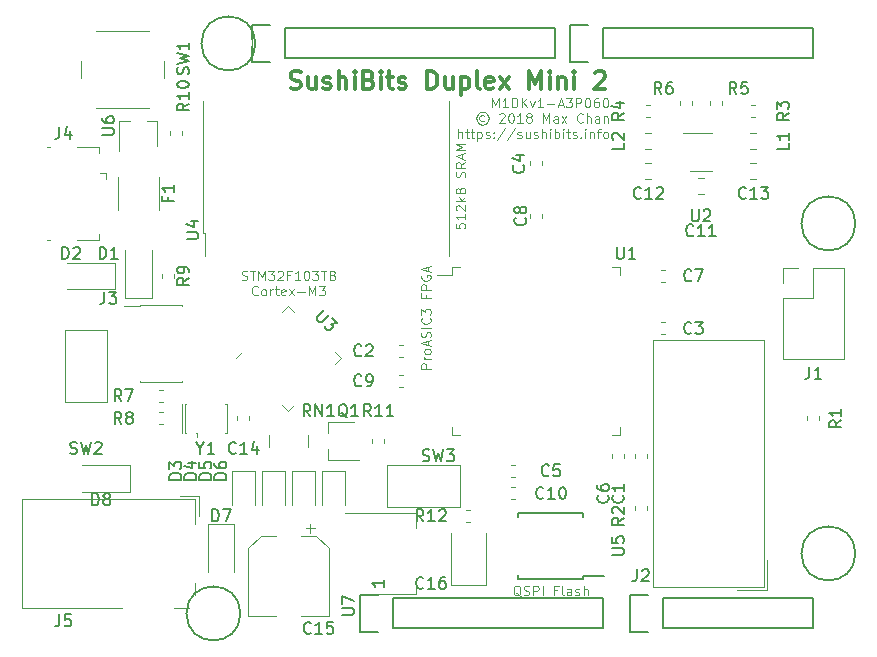
<source format=gto>
G04 #@! TF.GenerationSoftware,KiCad,Pcbnew,(5.0.0-3-g5ebb6b6)*
G04 #@! TF.CreationDate,2018-11-17T18:38:13+08:00*
G04 #@! TF.ProjectId,M1DKv1-A3P060,4D31444B76312D4133503036302E6B69,rev?*
G04 #@! TF.SameCoordinates,Original*
G04 #@! TF.FileFunction,Legend,Top*
G04 #@! TF.FilePolarity,Positive*
%FSLAX46Y46*%
G04 Gerber Fmt 4.6, Leading zero omitted, Abs format (unit mm)*
G04 Created by KiCad (PCBNEW (5.0.0-3-g5ebb6b6)) date 2018 November 17, Saturday 18:38:13*
%MOMM*%
%LPD*%
G01*
G04 APERTURE LIST*
%ADD10C,0.100000*%
%ADD11C,0.300000*%
%ADD12C,0.150000*%
%ADD13C,0.120000*%
%ADD14C,1.500000*%
%ADD15R,0.600000X1.600000*%
%ADD16R,2.400000X0.740000*%
%ADD17C,1.150000*%
%ADD18O,1.727200X2.032000*%
%ADD19C,4.064000*%
%ADD20R,1.700000X1.700000*%
%ADD21O,1.700000X1.700000*%
%ADD22C,0.950000*%
%ADD23R,1.727200X1.727200*%
%ADD24O,1.727200X1.727200*%
%ADD25R,1.500000X0.300000*%
%ADD26R,0.300000X1.500000*%
%ADD27R,1.060000X0.400000*%
%ADD28C,0.300000*%
%ADD29C,4.100000*%
%ADD30C,1.425000*%
%ADD31C,1.300000*%
%ADD32R,1.900000X1.500000*%
%ADD33C,1.450000*%
%ADD34R,1.350000X0.400000*%
%ADD35O,1.900000X1.200000*%
%ADD36R,1.900000X1.200000*%
%ADD37R,0.400000X3.200000*%
%ADD38R,1.700000X0.650000*%
%ADD39C,2.000000*%
%ADD40R,0.700000X1.000000*%
%ADD41R,1.000000X0.700000*%
%ADD42R,0.500000X0.800000*%
%ADD43R,0.400000X0.800000*%
%ADD44R,1.600000X2.180000*%
%ADD45R,2.180000X1.600000*%
%ADD46R,1.600000X3.500000*%
%ADD47O,4.000000X1.800000*%
%ADD48O,1.800000X4.000000*%
%ADD49R,1.800000X4.400000*%
%ADD50R,2.000000X3.800000*%
%ADD51R,2.000000X1.500000*%
G04 APERTURE END LIST*
D10*
X150971571Y-122358095D02*
X150895380Y-122320000D01*
X150819190Y-122243809D01*
X150704904Y-122129523D01*
X150628714Y-122091428D01*
X150552523Y-122091428D01*
X150590619Y-122281904D02*
X150514428Y-122243809D01*
X150438238Y-122167619D01*
X150400142Y-122015238D01*
X150400142Y-121748571D01*
X150438238Y-121596190D01*
X150514428Y-121520000D01*
X150590619Y-121481904D01*
X150743000Y-121481904D01*
X150819190Y-121520000D01*
X150895380Y-121596190D01*
X150933476Y-121748571D01*
X150933476Y-122015238D01*
X150895380Y-122167619D01*
X150819190Y-122243809D01*
X150743000Y-122281904D01*
X150590619Y-122281904D01*
X151238238Y-122243809D02*
X151352523Y-122281904D01*
X151543000Y-122281904D01*
X151619190Y-122243809D01*
X151657285Y-122205714D01*
X151695380Y-122129523D01*
X151695380Y-122053333D01*
X151657285Y-121977142D01*
X151619190Y-121939047D01*
X151543000Y-121900952D01*
X151390619Y-121862857D01*
X151314428Y-121824761D01*
X151276333Y-121786666D01*
X151238238Y-121710476D01*
X151238238Y-121634285D01*
X151276333Y-121558095D01*
X151314428Y-121520000D01*
X151390619Y-121481904D01*
X151581095Y-121481904D01*
X151695380Y-121520000D01*
X152038238Y-122281904D02*
X152038238Y-121481904D01*
X152343000Y-121481904D01*
X152419190Y-121520000D01*
X152457285Y-121558095D01*
X152495380Y-121634285D01*
X152495380Y-121748571D01*
X152457285Y-121824761D01*
X152419190Y-121862857D01*
X152343000Y-121900952D01*
X152038238Y-121900952D01*
X152838238Y-122281904D02*
X152838238Y-121481904D01*
X154095380Y-121862857D02*
X153828714Y-121862857D01*
X153828714Y-122281904D02*
X153828714Y-121481904D01*
X154209666Y-121481904D01*
X154628714Y-122281904D02*
X154552523Y-122243809D01*
X154514428Y-122167619D01*
X154514428Y-121481904D01*
X155276333Y-122281904D02*
X155276333Y-121862857D01*
X155238238Y-121786666D01*
X155162047Y-121748571D01*
X155009666Y-121748571D01*
X154933476Y-121786666D01*
X155276333Y-122243809D02*
X155200142Y-122281904D01*
X155009666Y-122281904D01*
X154933476Y-122243809D01*
X154895380Y-122167619D01*
X154895380Y-122091428D01*
X154933476Y-122015238D01*
X155009666Y-121977142D01*
X155200142Y-121977142D01*
X155276333Y-121939047D01*
X155619190Y-122243809D02*
X155695380Y-122281904D01*
X155847761Y-122281904D01*
X155923952Y-122243809D01*
X155962047Y-122167619D01*
X155962047Y-122129523D01*
X155923952Y-122053333D01*
X155847761Y-122015238D01*
X155733476Y-122015238D01*
X155657285Y-121977142D01*
X155619190Y-121900952D01*
X155619190Y-121862857D01*
X155657285Y-121786666D01*
X155733476Y-121748571D01*
X155847761Y-121748571D01*
X155923952Y-121786666D01*
X156304904Y-122281904D02*
X156304904Y-121481904D01*
X156647761Y-122281904D02*
X156647761Y-121862857D01*
X156609666Y-121786666D01*
X156533476Y-121748571D01*
X156419190Y-121748571D01*
X156343000Y-121786666D01*
X156304904Y-121824761D01*
X127375142Y-95558809D02*
X127489428Y-95596904D01*
X127679904Y-95596904D01*
X127756095Y-95558809D01*
X127794190Y-95520714D01*
X127832285Y-95444523D01*
X127832285Y-95368333D01*
X127794190Y-95292142D01*
X127756095Y-95254047D01*
X127679904Y-95215952D01*
X127527523Y-95177857D01*
X127451333Y-95139761D01*
X127413238Y-95101666D01*
X127375142Y-95025476D01*
X127375142Y-94949285D01*
X127413238Y-94873095D01*
X127451333Y-94835000D01*
X127527523Y-94796904D01*
X127718000Y-94796904D01*
X127832285Y-94835000D01*
X128060857Y-94796904D02*
X128518000Y-94796904D01*
X128289428Y-95596904D02*
X128289428Y-94796904D01*
X128784666Y-95596904D02*
X128784666Y-94796904D01*
X129051333Y-95368333D01*
X129318000Y-94796904D01*
X129318000Y-95596904D01*
X129622761Y-94796904D02*
X130118000Y-94796904D01*
X129851333Y-95101666D01*
X129965619Y-95101666D01*
X130041809Y-95139761D01*
X130079904Y-95177857D01*
X130118000Y-95254047D01*
X130118000Y-95444523D01*
X130079904Y-95520714D01*
X130041809Y-95558809D01*
X129965619Y-95596904D01*
X129737047Y-95596904D01*
X129660857Y-95558809D01*
X129622761Y-95520714D01*
X130422761Y-94873095D02*
X130460857Y-94835000D01*
X130537047Y-94796904D01*
X130727523Y-94796904D01*
X130803714Y-94835000D01*
X130841809Y-94873095D01*
X130879904Y-94949285D01*
X130879904Y-95025476D01*
X130841809Y-95139761D01*
X130384666Y-95596904D01*
X130879904Y-95596904D01*
X131489428Y-95177857D02*
X131222761Y-95177857D01*
X131222761Y-95596904D02*
X131222761Y-94796904D01*
X131603714Y-94796904D01*
X132327523Y-95596904D02*
X131870380Y-95596904D01*
X132098952Y-95596904D02*
X132098952Y-94796904D01*
X132022761Y-94911190D01*
X131946571Y-94987380D01*
X131870380Y-95025476D01*
X132822761Y-94796904D02*
X132898952Y-94796904D01*
X132975142Y-94835000D01*
X133013238Y-94873095D01*
X133051333Y-94949285D01*
X133089428Y-95101666D01*
X133089428Y-95292142D01*
X133051333Y-95444523D01*
X133013238Y-95520714D01*
X132975142Y-95558809D01*
X132898952Y-95596904D01*
X132822761Y-95596904D01*
X132746571Y-95558809D01*
X132708476Y-95520714D01*
X132670380Y-95444523D01*
X132632285Y-95292142D01*
X132632285Y-95101666D01*
X132670380Y-94949285D01*
X132708476Y-94873095D01*
X132746571Y-94835000D01*
X132822761Y-94796904D01*
X133356095Y-94796904D02*
X133851333Y-94796904D01*
X133584666Y-95101666D01*
X133698952Y-95101666D01*
X133775142Y-95139761D01*
X133813238Y-95177857D01*
X133851333Y-95254047D01*
X133851333Y-95444523D01*
X133813238Y-95520714D01*
X133775142Y-95558809D01*
X133698952Y-95596904D01*
X133470380Y-95596904D01*
X133394190Y-95558809D01*
X133356095Y-95520714D01*
X134079904Y-94796904D02*
X134537047Y-94796904D01*
X134308476Y-95596904D02*
X134308476Y-94796904D01*
X135070380Y-95177857D02*
X135184666Y-95215952D01*
X135222761Y-95254047D01*
X135260857Y-95330238D01*
X135260857Y-95444523D01*
X135222761Y-95520714D01*
X135184666Y-95558809D01*
X135108476Y-95596904D01*
X134803714Y-95596904D01*
X134803714Y-94796904D01*
X135070380Y-94796904D01*
X135146571Y-94835000D01*
X135184666Y-94873095D01*
X135222761Y-94949285D01*
X135222761Y-95025476D01*
X135184666Y-95101666D01*
X135146571Y-95139761D01*
X135070380Y-95177857D01*
X134803714Y-95177857D01*
X128727523Y-96820714D02*
X128689428Y-96858809D01*
X128575142Y-96896904D01*
X128498952Y-96896904D01*
X128384666Y-96858809D01*
X128308476Y-96782619D01*
X128270380Y-96706428D01*
X128232285Y-96554047D01*
X128232285Y-96439761D01*
X128270380Y-96287380D01*
X128308476Y-96211190D01*
X128384666Y-96135000D01*
X128498952Y-96096904D01*
X128575142Y-96096904D01*
X128689428Y-96135000D01*
X128727523Y-96173095D01*
X129184666Y-96896904D02*
X129108476Y-96858809D01*
X129070380Y-96820714D01*
X129032285Y-96744523D01*
X129032285Y-96515952D01*
X129070380Y-96439761D01*
X129108476Y-96401666D01*
X129184666Y-96363571D01*
X129298952Y-96363571D01*
X129375142Y-96401666D01*
X129413238Y-96439761D01*
X129451333Y-96515952D01*
X129451333Y-96744523D01*
X129413238Y-96820714D01*
X129375142Y-96858809D01*
X129298952Y-96896904D01*
X129184666Y-96896904D01*
X129794190Y-96896904D02*
X129794190Y-96363571D01*
X129794190Y-96515952D02*
X129832285Y-96439761D01*
X129870380Y-96401666D01*
X129946571Y-96363571D01*
X130022761Y-96363571D01*
X130175142Y-96363571D02*
X130479904Y-96363571D01*
X130289428Y-96096904D02*
X130289428Y-96782619D01*
X130327523Y-96858809D01*
X130403714Y-96896904D01*
X130479904Y-96896904D01*
X131051333Y-96858809D02*
X130975142Y-96896904D01*
X130822761Y-96896904D01*
X130746571Y-96858809D01*
X130708476Y-96782619D01*
X130708476Y-96477857D01*
X130746571Y-96401666D01*
X130822761Y-96363571D01*
X130975142Y-96363571D01*
X131051333Y-96401666D01*
X131089428Y-96477857D01*
X131089428Y-96554047D01*
X130708476Y-96630238D01*
X131356095Y-96896904D02*
X131775142Y-96363571D01*
X131356095Y-96363571D02*
X131775142Y-96896904D01*
X132079904Y-96592142D02*
X132689428Y-96592142D01*
X133070380Y-96896904D02*
X133070380Y-96096904D01*
X133337047Y-96668333D01*
X133603714Y-96096904D01*
X133603714Y-96896904D01*
X133908476Y-96096904D02*
X134403714Y-96096904D01*
X134137047Y-96401666D01*
X134251333Y-96401666D01*
X134327523Y-96439761D01*
X134365619Y-96477857D01*
X134403714Y-96554047D01*
X134403714Y-96744523D01*
X134365619Y-96820714D01*
X134327523Y-96858809D01*
X134251333Y-96896904D01*
X134022761Y-96896904D01*
X133946571Y-96858809D01*
X133908476Y-96820714D01*
X143363904Y-103110761D02*
X142563904Y-103110761D01*
X142563904Y-102806000D01*
X142602000Y-102729809D01*
X142640095Y-102691714D01*
X142716285Y-102653619D01*
X142830571Y-102653619D01*
X142906761Y-102691714D01*
X142944857Y-102729809D01*
X142982952Y-102806000D01*
X142982952Y-103110761D01*
X143363904Y-102310761D02*
X142830571Y-102310761D01*
X142982952Y-102310761D02*
X142906761Y-102272666D01*
X142868666Y-102234571D01*
X142830571Y-102158380D01*
X142830571Y-102082190D01*
X143363904Y-101701238D02*
X143325809Y-101777428D01*
X143287714Y-101815523D01*
X143211523Y-101853619D01*
X142982952Y-101853619D01*
X142906761Y-101815523D01*
X142868666Y-101777428D01*
X142830571Y-101701238D01*
X142830571Y-101586952D01*
X142868666Y-101510761D01*
X142906761Y-101472666D01*
X142982952Y-101434571D01*
X143211523Y-101434571D01*
X143287714Y-101472666D01*
X143325809Y-101510761D01*
X143363904Y-101586952D01*
X143363904Y-101701238D01*
X143135333Y-101129809D02*
X143135333Y-100748857D01*
X143363904Y-101206000D02*
X142563904Y-100939333D01*
X143363904Y-100672666D01*
X143325809Y-100444095D02*
X143363904Y-100329809D01*
X143363904Y-100139333D01*
X143325809Y-100063142D01*
X143287714Y-100025047D01*
X143211523Y-99986952D01*
X143135333Y-99986952D01*
X143059142Y-100025047D01*
X143021047Y-100063142D01*
X142982952Y-100139333D01*
X142944857Y-100291714D01*
X142906761Y-100367904D01*
X142868666Y-100406000D01*
X142792476Y-100444095D01*
X142716285Y-100444095D01*
X142640095Y-100406000D01*
X142602000Y-100367904D01*
X142563904Y-100291714D01*
X142563904Y-100101238D01*
X142602000Y-99986952D01*
X143363904Y-99644095D02*
X142563904Y-99644095D01*
X143287714Y-98806000D02*
X143325809Y-98844095D01*
X143363904Y-98958380D01*
X143363904Y-99034571D01*
X143325809Y-99148857D01*
X143249619Y-99225047D01*
X143173428Y-99263142D01*
X143021047Y-99301238D01*
X142906761Y-99301238D01*
X142754380Y-99263142D01*
X142678190Y-99225047D01*
X142602000Y-99148857D01*
X142563904Y-99034571D01*
X142563904Y-98958380D01*
X142602000Y-98844095D01*
X142640095Y-98806000D01*
X142563904Y-98539333D02*
X142563904Y-98044095D01*
X142868666Y-98310761D01*
X142868666Y-98196476D01*
X142906761Y-98120285D01*
X142944857Y-98082190D01*
X143021047Y-98044095D01*
X143211523Y-98044095D01*
X143287714Y-98082190D01*
X143325809Y-98120285D01*
X143363904Y-98196476D01*
X143363904Y-98425047D01*
X143325809Y-98501238D01*
X143287714Y-98539333D01*
X142944857Y-96825047D02*
X142944857Y-97091714D01*
X143363904Y-97091714D02*
X142563904Y-97091714D01*
X142563904Y-96710761D01*
X143363904Y-96406000D02*
X142563904Y-96406000D01*
X142563904Y-96101238D01*
X142602000Y-96025047D01*
X142640095Y-95986952D01*
X142716285Y-95948857D01*
X142830571Y-95948857D01*
X142906761Y-95986952D01*
X142944857Y-96025047D01*
X142982952Y-96101238D01*
X142982952Y-96406000D01*
X142602000Y-95186952D02*
X142563904Y-95263142D01*
X142563904Y-95377428D01*
X142602000Y-95491714D01*
X142678190Y-95567904D01*
X142754380Y-95606000D01*
X142906761Y-95644095D01*
X143021047Y-95644095D01*
X143173428Y-95606000D01*
X143249619Y-95567904D01*
X143325809Y-95491714D01*
X143363904Y-95377428D01*
X143363904Y-95301238D01*
X143325809Y-95186952D01*
X143287714Y-95148857D01*
X143021047Y-95148857D01*
X143021047Y-95301238D01*
X143135333Y-94844095D02*
X143135333Y-94463142D01*
X143363904Y-94920285D02*
X142563904Y-94653619D01*
X143363904Y-94386952D01*
X145484904Y-90810952D02*
X145484904Y-91191904D01*
X145865857Y-91230000D01*
X145827761Y-91191904D01*
X145789666Y-91115714D01*
X145789666Y-90925238D01*
X145827761Y-90849047D01*
X145865857Y-90810952D01*
X145942047Y-90772857D01*
X146132523Y-90772857D01*
X146208714Y-90810952D01*
X146246809Y-90849047D01*
X146284904Y-90925238D01*
X146284904Y-91115714D01*
X146246809Y-91191904D01*
X146208714Y-91230000D01*
X146284904Y-90010952D02*
X146284904Y-90468095D01*
X146284904Y-90239523D02*
X145484904Y-90239523D01*
X145599190Y-90315714D01*
X145675380Y-90391904D01*
X145713476Y-90468095D01*
X145561095Y-89706190D02*
X145523000Y-89668095D01*
X145484904Y-89591904D01*
X145484904Y-89401428D01*
X145523000Y-89325238D01*
X145561095Y-89287142D01*
X145637285Y-89249047D01*
X145713476Y-89249047D01*
X145827761Y-89287142D01*
X146284904Y-89744285D01*
X146284904Y-89249047D01*
X146284904Y-88906190D02*
X145484904Y-88906190D01*
X145980142Y-88830000D02*
X146284904Y-88601428D01*
X145751571Y-88601428D02*
X146056333Y-88906190D01*
X145865857Y-87991904D02*
X145903952Y-87877619D01*
X145942047Y-87839523D01*
X146018238Y-87801428D01*
X146132523Y-87801428D01*
X146208714Y-87839523D01*
X146246809Y-87877619D01*
X146284904Y-87953809D01*
X146284904Y-88258571D01*
X145484904Y-88258571D01*
X145484904Y-87991904D01*
X145523000Y-87915714D01*
X145561095Y-87877619D01*
X145637285Y-87839523D01*
X145713476Y-87839523D01*
X145789666Y-87877619D01*
X145827761Y-87915714D01*
X145865857Y-87991904D01*
X145865857Y-88258571D01*
X146246809Y-86887142D02*
X146284904Y-86772857D01*
X146284904Y-86582380D01*
X146246809Y-86506190D01*
X146208714Y-86468095D01*
X146132523Y-86430000D01*
X146056333Y-86430000D01*
X145980142Y-86468095D01*
X145942047Y-86506190D01*
X145903952Y-86582380D01*
X145865857Y-86734761D01*
X145827761Y-86810952D01*
X145789666Y-86849047D01*
X145713476Y-86887142D01*
X145637285Y-86887142D01*
X145561095Y-86849047D01*
X145523000Y-86810952D01*
X145484904Y-86734761D01*
X145484904Y-86544285D01*
X145523000Y-86430000D01*
X146284904Y-85630000D02*
X145903952Y-85896666D01*
X146284904Y-86087142D02*
X145484904Y-86087142D01*
X145484904Y-85782380D01*
X145523000Y-85706190D01*
X145561095Y-85668095D01*
X145637285Y-85630000D01*
X145751571Y-85630000D01*
X145827761Y-85668095D01*
X145865857Y-85706190D01*
X145903952Y-85782380D01*
X145903952Y-86087142D01*
X146056333Y-85325238D02*
X146056333Y-84944285D01*
X146284904Y-85401428D02*
X145484904Y-85134761D01*
X146284904Y-84868095D01*
X146284904Y-84601428D02*
X145484904Y-84601428D01*
X146056333Y-84334761D01*
X145484904Y-84068095D01*
X146284904Y-84068095D01*
X148577047Y-80976904D02*
X148577047Y-80176904D01*
X148843714Y-80748333D01*
X149110380Y-80176904D01*
X149110380Y-80976904D01*
X149910380Y-80976904D02*
X149453238Y-80976904D01*
X149681809Y-80976904D02*
X149681809Y-80176904D01*
X149605619Y-80291190D01*
X149529428Y-80367380D01*
X149453238Y-80405476D01*
X150253238Y-80976904D02*
X150253238Y-80176904D01*
X150443714Y-80176904D01*
X150558000Y-80215000D01*
X150634190Y-80291190D01*
X150672285Y-80367380D01*
X150710380Y-80519761D01*
X150710380Y-80634047D01*
X150672285Y-80786428D01*
X150634190Y-80862619D01*
X150558000Y-80938809D01*
X150443714Y-80976904D01*
X150253238Y-80976904D01*
X151053238Y-80976904D02*
X151053238Y-80176904D01*
X151510380Y-80976904D02*
X151167523Y-80519761D01*
X151510380Y-80176904D02*
X151053238Y-80634047D01*
X151777047Y-80443571D02*
X151967523Y-80976904D01*
X152158000Y-80443571D01*
X152881809Y-80976904D02*
X152424666Y-80976904D01*
X152653238Y-80976904D02*
X152653238Y-80176904D01*
X152577047Y-80291190D01*
X152500857Y-80367380D01*
X152424666Y-80405476D01*
X153224666Y-80672142D02*
X153834190Y-80672142D01*
X154177047Y-80748333D02*
X154558000Y-80748333D01*
X154100857Y-80976904D02*
X154367523Y-80176904D01*
X154634190Y-80976904D01*
X154824666Y-80176904D02*
X155319904Y-80176904D01*
X155053238Y-80481666D01*
X155167523Y-80481666D01*
X155243714Y-80519761D01*
X155281809Y-80557857D01*
X155319904Y-80634047D01*
X155319904Y-80824523D01*
X155281809Y-80900714D01*
X155243714Y-80938809D01*
X155167523Y-80976904D01*
X154938952Y-80976904D01*
X154862761Y-80938809D01*
X154824666Y-80900714D01*
X155662761Y-80976904D02*
X155662761Y-80176904D01*
X155967523Y-80176904D01*
X156043714Y-80215000D01*
X156081809Y-80253095D01*
X156119904Y-80329285D01*
X156119904Y-80443571D01*
X156081809Y-80519761D01*
X156043714Y-80557857D01*
X155967523Y-80595952D01*
X155662761Y-80595952D01*
X156615142Y-80176904D02*
X156691333Y-80176904D01*
X156767523Y-80215000D01*
X156805619Y-80253095D01*
X156843714Y-80329285D01*
X156881809Y-80481666D01*
X156881809Y-80672142D01*
X156843714Y-80824523D01*
X156805619Y-80900714D01*
X156767523Y-80938809D01*
X156691333Y-80976904D01*
X156615142Y-80976904D01*
X156538952Y-80938809D01*
X156500857Y-80900714D01*
X156462761Y-80824523D01*
X156424666Y-80672142D01*
X156424666Y-80481666D01*
X156462761Y-80329285D01*
X156500857Y-80253095D01*
X156538952Y-80215000D01*
X156615142Y-80176904D01*
X157567523Y-80176904D02*
X157415142Y-80176904D01*
X157338952Y-80215000D01*
X157300857Y-80253095D01*
X157224666Y-80367380D01*
X157186571Y-80519761D01*
X157186571Y-80824523D01*
X157224666Y-80900714D01*
X157262761Y-80938809D01*
X157338952Y-80976904D01*
X157491333Y-80976904D01*
X157567523Y-80938809D01*
X157605619Y-80900714D01*
X157643714Y-80824523D01*
X157643714Y-80634047D01*
X157605619Y-80557857D01*
X157567523Y-80519761D01*
X157491333Y-80481666D01*
X157338952Y-80481666D01*
X157262761Y-80519761D01*
X157224666Y-80557857D01*
X157186571Y-80634047D01*
X158138952Y-80176904D02*
X158215142Y-80176904D01*
X158291333Y-80215000D01*
X158329428Y-80253095D01*
X158367523Y-80329285D01*
X158405619Y-80481666D01*
X158405619Y-80672142D01*
X158367523Y-80824523D01*
X158329428Y-80900714D01*
X158291333Y-80938809D01*
X158215142Y-80976904D01*
X158138952Y-80976904D01*
X158062761Y-80938809D01*
X158024666Y-80900714D01*
X157986571Y-80824523D01*
X157948476Y-80672142D01*
X157948476Y-80481666D01*
X157986571Y-80329285D01*
X158024666Y-80253095D01*
X158062761Y-80215000D01*
X158138952Y-80176904D01*
X147891333Y-81667380D02*
X147815142Y-81629285D01*
X147662761Y-81629285D01*
X147586571Y-81667380D01*
X147510380Y-81743571D01*
X147472285Y-81819761D01*
X147472285Y-81972142D01*
X147510380Y-82048333D01*
X147586571Y-82124523D01*
X147662761Y-82162619D01*
X147815142Y-82162619D01*
X147891333Y-82124523D01*
X147738952Y-81362619D02*
X147548476Y-81400714D01*
X147358000Y-81515000D01*
X147243714Y-81705476D01*
X147205619Y-81895952D01*
X147243714Y-82086428D01*
X147358000Y-82276904D01*
X147548476Y-82391190D01*
X147738952Y-82429285D01*
X147929428Y-82391190D01*
X148119904Y-82276904D01*
X148234190Y-82086428D01*
X148272285Y-81895952D01*
X148234190Y-81705476D01*
X148119904Y-81515000D01*
X147929428Y-81400714D01*
X147738952Y-81362619D01*
X149186571Y-81553095D02*
X149224666Y-81515000D01*
X149300857Y-81476904D01*
X149491333Y-81476904D01*
X149567523Y-81515000D01*
X149605619Y-81553095D01*
X149643714Y-81629285D01*
X149643714Y-81705476D01*
X149605619Y-81819761D01*
X149148476Y-82276904D01*
X149643714Y-82276904D01*
X150138952Y-81476904D02*
X150215142Y-81476904D01*
X150291333Y-81515000D01*
X150329428Y-81553095D01*
X150367523Y-81629285D01*
X150405619Y-81781666D01*
X150405619Y-81972142D01*
X150367523Y-82124523D01*
X150329428Y-82200714D01*
X150291333Y-82238809D01*
X150215142Y-82276904D01*
X150138952Y-82276904D01*
X150062761Y-82238809D01*
X150024666Y-82200714D01*
X149986571Y-82124523D01*
X149948476Y-81972142D01*
X149948476Y-81781666D01*
X149986571Y-81629285D01*
X150024666Y-81553095D01*
X150062761Y-81515000D01*
X150138952Y-81476904D01*
X151167523Y-82276904D02*
X150710380Y-82276904D01*
X150938952Y-82276904D02*
X150938952Y-81476904D01*
X150862761Y-81591190D01*
X150786571Y-81667380D01*
X150710380Y-81705476D01*
X151624666Y-81819761D02*
X151548476Y-81781666D01*
X151510380Y-81743571D01*
X151472285Y-81667380D01*
X151472285Y-81629285D01*
X151510380Y-81553095D01*
X151548476Y-81515000D01*
X151624666Y-81476904D01*
X151777047Y-81476904D01*
X151853238Y-81515000D01*
X151891333Y-81553095D01*
X151929428Y-81629285D01*
X151929428Y-81667380D01*
X151891333Y-81743571D01*
X151853238Y-81781666D01*
X151777047Y-81819761D01*
X151624666Y-81819761D01*
X151548476Y-81857857D01*
X151510380Y-81895952D01*
X151472285Y-81972142D01*
X151472285Y-82124523D01*
X151510380Y-82200714D01*
X151548476Y-82238809D01*
X151624666Y-82276904D01*
X151777047Y-82276904D01*
X151853238Y-82238809D01*
X151891333Y-82200714D01*
X151929428Y-82124523D01*
X151929428Y-81972142D01*
X151891333Y-81895952D01*
X151853238Y-81857857D01*
X151777047Y-81819761D01*
X152881809Y-82276904D02*
X152881809Y-81476904D01*
X153148476Y-82048333D01*
X153415142Y-81476904D01*
X153415142Y-82276904D01*
X154138952Y-82276904D02*
X154138952Y-81857857D01*
X154100857Y-81781666D01*
X154024666Y-81743571D01*
X153872285Y-81743571D01*
X153796095Y-81781666D01*
X154138952Y-82238809D02*
X154062761Y-82276904D01*
X153872285Y-82276904D01*
X153796095Y-82238809D01*
X153758000Y-82162619D01*
X153758000Y-82086428D01*
X153796095Y-82010238D01*
X153872285Y-81972142D01*
X154062761Y-81972142D01*
X154138952Y-81934047D01*
X154443714Y-82276904D02*
X154862761Y-81743571D01*
X154443714Y-81743571D02*
X154862761Y-82276904D01*
X156234190Y-82200714D02*
X156196095Y-82238809D01*
X156081809Y-82276904D01*
X156005619Y-82276904D01*
X155891333Y-82238809D01*
X155815142Y-82162619D01*
X155777047Y-82086428D01*
X155738952Y-81934047D01*
X155738952Y-81819761D01*
X155777047Y-81667380D01*
X155815142Y-81591190D01*
X155891333Y-81515000D01*
X156005619Y-81476904D01*
X156081809Y-81476904D01*
X156196095Y-81515000D01*
X156234190Y-81553095D01*
X156577047Y-82276904D02*
X156577047Y-81476904D01*
X156919904Y-82276904D02*
X156919904Y-81857857D01*
X156881809Y-81781666D01*
X156805619Y-81743571D01*
X156691333Y-81743571D01*
X156615142Y-81781666D01*
X156577047Y-81819761D01*
X157643714Y-82276904D02*
X157643714Y-81857857D01*
X157605619Y-81781666D01*
X157529428Y-81743571D01*
X157377047Y-81743571D01*
X157300857Y-81781666D01*
X157643714Y-82238809D02*
X157567523Y-82276904D01*
X157377047Y-82276904D01*
X157300857Y-82238809D01*
X157262761Y-82162619D01*
X157262761Y-82086428D01*
X157300857Y-82010238D01*
X157377047Y-81972142D01*
X157567523Y-81972142D01*
X157643714Y-81934047D01*
X158024666Y-81743571D02*
X158024666Y-82276904D01*
X158024666Y-81819761D02*
X158062761Y-81781666D01*
X158138952Y-81743571D01*
X158253238Y-81743571D01*
X158329428Y-81781666D01*
X158367523Y-81857857D01*
X158367523Y-82276904D01*
X145681809Y-83576904D02*
X145681809Y-82776904D01*
X146024666Y-83576904D02*
X146024666Y-83157857D01*
X145986571Y-83081666D01*
X145910380Y-83043571D01*
X145796095Y-83043571D01*
X145719904Y-83081666D01*
X145681809Y-83119761D01*
X146291333Y-83043571D02*
X146596095Y-83043571D01*
X146405619Y-82776904D02*
X146405619Y-83462619D01*
X146443714Y-83538809D01*
X146519904Y-83576904D01*
X146596095Y-83576904D01*
X146748476Y-83043571D02*
X147053238Y-83043571D01*
X146862761Y-82776904D02*
X146862761Y-83462619D01*
X146900857Y-83538809D01*
X146977047Y-83576904D01*
X147053238Y-83576904D01*
X147319904Y-83043571D02*
X147319904Y-83843571D01*
X147319904Y-83081666D02*
X147396095Y-83043571D01*
X147548476Y-83043571D01*
X147624666Y-83081666D01*
X147662761Y-83119761D01*
X147700857Y-83195952D01*
X147700857Y-83424523D01*
X147662761Y-83500714D01*
X147624666Y-83538809D01*
X147548476Y-83576904D01*
X147396095Y-83576904D01*
X147319904Y-83538809D01*
X148005619Y-83538809D02*
X148081809Y-83576904D01*
X148234190Y-83576904D01*
X148310380Y-83538809D01*
X148348476Y-83462619D01*
X148348476Y-83424523D01*
X148310380Y-83348333D01*
X148234190Y-83310238D01*
X148119904Y-83310238D01*
X148043714Y-83272142D01*
X148005619Y-83195952D01*
X148005619Y-83157857D01*
X148043714Y-83081666D01*
X148119904Y-83043571D01*
X148234190Y-83043571D01*
X148310380Y-83081666D01*
X148691333Y-83500714D02*
X148729428Y-83538809D01*
X148691333Y-83576904D01*
X148653238Y-83538809D01*
X148691333Y-83500714D01*
X148691333Y-83576904D01*
X148691333Y-83081666D02*
X148729428Y-83119761D01*
X148691333Y-83157857D01*
X148653238Y-83119761D01*
X148691333Y-83081666D01*
X148691333Y-83157857D01*
X149643714Y-82738809D02*
X148958000Y-83767380D01*
X150481809Y-82738809D02*
X149796095Y-83767380D01*
X150710380Y-83538809D02*
X150786571Y-83576904D01*
X150938952Y-83576904D01*
X151015142Y-83538809D01*
X151053238Y-83462619D01*
X151053238Y-83424523D01*
X151015142Y-83348333D01*
X150938952Y-83310238D01*
X150824666Y-83310238D01*
X150748476Y-83272142D01*
X150710380Y-83195952D01*
X150710380Y-83157857D01*
X150748476Y-83081666D01*
X150824666Y-83043571D01*
X150938952Y-83043571D01*
X151015142Y-83081666D01*
X151738952Y-83043571D02*
X151738952Y-83576904D01*
X151396095Y-83043571D02*
X151396095Y-83462619D01*
X151434190Y-83538809D01*
X151510380Y-83576904D01*
X151624666Y-83576904D01*
X151700857Y-83538809D01*
X151738952Y-83500714D01*
X152081809Y-83538809D02*
X152158000Y-83576904D01*
X152310380Y-83576904D01*
X152386571Y-83538809D01*
X152424666Y-83462619D01*
X152424666Y-83424523D01*
X152386571Y-83348333D01*
X152310380Y-83310238D01*
X152196095Y-83310238D01*
X152119904Y-83272142D01*
X152081809Y-83195952D01*
X152081809Y-83157857D01*
X152119904Y-83081666D01*
X152196095Y-83043571D01*
X152310380Y-83043571D01*
X152386571Y-83081666D01*
X152767523Y-83576904D02*
X152767523Y-82776904D01*
X153110380Y-83576904D02*
X153110380Y-83157857D01*
X153072285Y-83081666D01*
X152996095Y-83043571D01*
X152881809Y-83043571D01*
X152805619Y-83081666D01*
X152767523Y-83119761D01*
X153491333Y-83576904D02*
X153491333Y-83043571D01*
X153491333Y-82776904D02*
X153453238Y-82815000D01*
X153491333Y-82853095D01*
X153529428Y-82815000D01*
X153491333Y-82776904D01*
X153491333Y-82853095D01*
X153872285Y-83576904D02*
X153872285Y-82776904D01*
X153872285Y-83081666D02*
X153948476Y-83043571D01*
X154100857Y-83043571D01*
X154177047Y-83081666D01*
X154215142Y-83119761D01*
X154253238Y-83195952D01*
X154253238Y-83424523D01*
X154215142Y-83500714D01*
X154177047Y-83538809D01*
X154100857Y-83576904D01*
X153948476Y-83576904D01*
X153872285Y-83538809D01*
X154596095Y-83576904D02*
X154596095Y-83043571D01*
X154596095Y-82776904D02*
X154558000Y-82815000D01*
X154596095Y-82853095D01*
X154634190Y-82815000D01*
X154596095Y-82776904D01*
X154596095Y-82853095D01*
X154862761Y-83043571D02*
X155167523Y-83043571D01*
X154977047Y-82776904D02*
X154977047Y-83462619D01*
X155015142Y-83538809D01*
X155091333Y-83576904D01*
X155167523Y-83576904D01*
X155396095Y-83538809D02*
X155472285Y-83576904D01*
X155624666Y-83576904D01*
X155700857Y-83538809D01*
X155738952Y-83462619D01*
X155738952Y-83424523D01*
X155700857Y-83348333D01*
X155624666Y-83310238D01*
X155510380Y-83310238D01*
X155434190Y-83272142D01*
X155396095Y-83195952D01*
X155396095Y-83157857D01*
X155434190Y-83081666D01*
X155510380Y-83043571D01*
X155624666Y-83043571D01*
X155700857Y-83081666D01*
X156081809Y-83500714D02*
X156119904Y-83538809D01*
X156081809Y-83576904D01*
X156043714Y-83538809D01*
X156081809Y-83500714D01*
X156081809Y-83576904D01*
X156462761Y-83576904D02*
X156462761Y-83043571D01*
X156462761Y-82776904D02*
X156424666Y-82815000D01*
X156462761Y-82853095D01*
X156500857Y-82815000D01*
X156462761Y-82776904D01*
X156462761Y-82853095D01*
X156843714Y-83043571D02*
X156843714Y-83576904D01*
X156843714Y-83119761D02*
X156881809Y-83081666D01*
X156958000Y-83043571D01*
X157072285Y-83043571D01*
X157148476Y-83081666D01*
X157186571Y-83157857D01*
X157186571Y-83576904D01*
X157453238Y-83043571D02*
X157758000Y-83043571D01*
X157567523Y-83576904D02*
X157567523Y-82891190D01*
X157605619Y-82815000D01*
X157681809Y-82776904D01*
X157758000Y-82776904D01*
X158138952Y-83576904D02*
X158062761Y-83538809D01*
X158024666Y-83500714D01*
X157986571Y-83424523D01*
X157986571Y-83195952D01*
X158024666Y-83119761D01*
X158062761Y-83081666D01*
X158138952Y-83043571D01*
X158253238Y-83043571D01*
X158329428Y-83081666D01*
X158367523Y-83119761D01*
X158405619Y-83195952D01*
X158405619Y-83424523D01*
X158367523Y-83500714D01*
X158329428Y-83538809D01*
X158253238Y-83576904D01*
X158138952Y-83576904D01*
D11*
X131499428Y-79347142D02*
X131713714Y-79418571D01*
X132070857Y-79418571D01*
X132213714Y-79347142D01*
X132285142Y-79275714D01*
X132356571Y-79132857D01*
X132356571Y-78990000D01*
X132285142Y-78847142D01*
X132213714Y-78775714D01*
X132070857Y-78704285D01*
X131785142Y-78632857D01*
X131642285Y-78561428D01*
X131570857Y-78490000D01*
X131499428Y-78347142D01*
X131499428Y-78204285D01*
X131570857Y-78061428D01*
X131642285Y-77990000D01*
X131785142Y-77918571D01*
X132142285Y-77918571D01*
X132356571Y-77990000D01*
X133642285Y-78418571D02*
X133642285Y-79418571D01*
X132999428Y-78418571D02*
X132999428Y-79204285D01*
X133070857Y-79347142D01*
X133213714Y-79418571D01*
X133428000Y-79418571D01*
X133570857Y-79347142D01*
X133642285Y-79275714D01*
X134285142Y-79347142D02*
X134428000Y-79418571D01*
X134713714Y-79418571D01*
X134856571Y-79347142D01*
X134928000Y-79204285D01*
X134928000Y-79132857D01*
X134856571Y-78990000D01*
X134713714Y-78918571D01*
X134499428Y-78918571D01*
X134356571Y-78847142D01*
X134285142Y-78704285D01*
X134285142Y-78632857D01*
X134356571Y-78490000D01*
X134499428Y-78418571D01*
X134713714Y-78418571D01*
X134856571Y-78490000D01*
X135570857Y-79418571D02*
X135570857Y-77918571D01*
X136213714Y-79418571D02*
X136213714Y-78632857D01*
X136142285Y-78490000D01*
X135999428Y-78418571D01*
X135785142Y-78418571D01*
X135642285Y-78490000D01*
X135570857Y-78561428D01*
X136928000Y-79418571D02*
X136928000Y-78418571D01*
X136928000Y-77918571D02*
X136856571Y-77990000D01*
X136928000Y-78061428D01*
X136999428Y-77990000D01*
X136928000Y-77918571D01*
X136928000Y-78061428D01*
X138142285Y-78632857D02*
X138356571Y-78704285D01*
X138428000Y-78775714D01*
X138499428Y-78918571D01*
X138499428Y-79132857D01*
X138428000Y-79275714D01*
X138356571Y-79347142D01*
X138213714Y-79418571D01*
X137642285Y-79418571D01*
X137642285Y-77918571D01*
X138142285Y-77918571D01*
X138285142Y-77990000D01*
X138356571Y-78061428D01*
X138428000Y-78204285D01*
X138428000Y-78347142D01*
X138356571Y-78490000D01*
X138285142Y-78561428D01*
X138142285Y-78632857D01*
X137642285Y-78632857D01*
X139142285Y-79418571D02*
X139142285Y-78418571D01*
X139142285Y-77918571D02*
X139070857Y-77990000D01*
X139142285Y-78061428D01*
X139213714Y-77990000D01*
X139142285Y-77918571D01*
X139142285Y-78061428D01*
X139642285Y-78418571D02*
X140213714Y-78418571D01*
X139856571Y-77918571D02*
X139856571Y-79204285D01*
X139928000Y-79347142D01*
X140070857Y-79418571D01*
X140213714Y-79418571D01*
X140642285Y-79347142D02*
X140785142Y-79418571D01*
X141070857Y-79418571D01*
X141213714Y-79347142D01*
X141285142Y-79204285D01*
X141285142Y-79132857D01*
X141213714Y-78990000D01*
X141070857Y-78918571D01*
X140856571Y-78918571D01*
X140713714Y-78847142D01*
X140642285Y-78704285D01*
X140642285Y-78632857D01*
X140713714Y-78490000D01*
X140856571Y-78418571D01*
X141070857Y-78418571D01*
X141213714Y-78490000D01*
X143070857Y-79418571D02*
X143070857Y-77918571D01*
X143428000Y-77918571D01*
X143642285Y-77990000D01*
X143785142Y-78132857D01*
X143856571Y-78275714D01*
X143928000Y-78561428D01*
X143928000Y-78775714D01*
X143856571Y-79061428D01*
X143785142Y-79204285D01*
X143642285Y-79347142D01*
X143428000Y-79418571D01*
X143070857Y-79418571D01*
X145213714Y-78418571D02*
X145213714Y-79418571D01*
X144570857Y-78418571D02*
X144570857Y-79204285D01*
X144642285Y-79347142D01*
X144785142Y-79418571D01*
X144999428Y-79418571D01*
X145142285Y-79347142D01*
X145213714Y-79275714D01*
X145928000Y-78418571D02*
X145928000Y-79918571D01*
X145928000Y-78490000D02*
X146070857Y-78418571D01*
X146356571Y-78418571D01*
X146499428Y-78490000D01*
X146570857Y-78561428D01*
X146642285Y-78704285D01*
X146642285Y-79132857D01*
X146570857Y-79275714D01*
X146499428Y-79347142D01*
X146356571Y-79418571D01*
X146070857Y-79418571D01*
X145928000Y-79347142D01*
X147499428Y-79418571D02*
X147356571Y-79347142D01*
X147285142Y-79204285D01*
X147285142Y-77918571D01*
X148642285Y-79347142D02*
X148499428Y-79418571D01*
X148213714Y-79418571D01*
X148070857Y-79347142D01*
X147999428Y-79204285D01*
X147999428Y-78632857D01*
X148070857Y-78490000D01*
X148213714Y-78418571D01*
X148499428Y-78418571D01*
X148642285Y-78490000D01*
X148713714Y-78632857D01*
X148713714Y-78775714D01*
X147999428Y-78918571D01*
X149213714Y-79418571D02*
X149999428Y-78418571D01*
X149213714Y-78418571D02*
X149999428Y-79418571D01*
X151713714Y-79418571D02*
X151713714Y-77918571D01*
X152213714Y-78990000D01*
X152713714Y-77918571D01*
X152713714Y-79418571D01*
X153428000Y-79418571D02*
X153428000Y-78418571D01*
X153428000Y-77918571D02*
X153356571Y-77990000D01*
X153428000Y-78061428D01*
X153499428Y-77990000D01*
X153428000Y-77918571D01*
X153428000Y-78061428D01*
X154142285Y-78418571D02*
X154142285Y-79418571D01*
X154142285Y-78561428D02*
X154213714Y-78490000D01*
X154356571Y-78418571D01*
X154570857Y-78418571D01*
X154713714Y-78490000D01*
X154785142Y-78632857D01*
X154785142Y-79418571D01*
X155499428Y-79418571D02*
X155499428Y-78418571D01*
X155499428Y-77918571D02*
X155428000Y-77990000D01*
X155499428Y-78061428D01*
X155570857Y-77990000D01*
X155499428Y-77918571D01*
X155499428Y-78061428D01*
X157285142Y-78061428D02*
X157356571Y-77990000D01*
X157499428Y-77918571D01*
X157856571Y-77918571D01*
X157999428Y-77990000D01*
X158070857Y-78061428D01*
X158142285Y-78204285D01*
X158142285Y-78347142D01*
X158070857Y-78561428D01*
X157213714Y-79418571D01*
X158142285Y-79418571D01*
D12*
X139390380Y-120999285D02*
X139390380Y-121570714D01*
X139390380Y-121285000D02*
X138390380Y-121285000D01*
X138533238Y-121380238D01*
X138628476Y-121475476D01*
X138676095Y-121570714D01*
D13*
G04 #@! TO.C,C16*
X145048000Y-116995000D02*
X145048000Y-121380000D01*
X145048000Y-121380000D02*
X148068000Y-121380000D01*
X148068000Y-121380000D02*
X148068000Y-116995000D01*
G04 #@! TO.C,U4*
X124093000Y-91595000D02*
X124293000Y-91595000D01*
X124093000Y-91595000D02*
X124093000Y-80395000D01*
X144893000Y-93595000D02*
X144893000Y-80395000D01*
X124293000Y-91595000D02*
X124293000Y-93595000D01*
G04 #@! TO.C,J3*
X118758000Y-97730000D02*
X122288000Y-97730000D01*
X118758000Y-104200000D02*
X122288000Y-104200000D01*
X117433000Y-97795000D02*
X118758000Y-97795000D01*
X118758000Y-97730000D02*
X118758000Y-97795000D01*
X122288000Y-97730000D02*
X122288000Y-97795000D01*
X118758000Y-104135000D02*
X118758000Y-104200000D01*
X122288000Y-104135000D02*
X122288000Y-104200000D01*
G04 #@! TO.C,C13*
X170949252Y-87070000D02*
X170426748Y-87070000D01*
X170949252Y-85650000D02*
X170426748Y-85650000D01*
D12*
G04 #@! TO.C,P1*
X140208000Y-125095000D02*
X157988000Y-125095000D01*
X157988000Y-125095000D02*
X157988000Y-122555000D01*
X157988000Y-122555000D02*
X140208000Y-122555000D01*
X137388000Y-125375000D02*
X138938000Y-125375000D01*
X140208000Y-125095000D02*
X140208000Y-122555000D01*
X138938000Y-122275000D02*
X137388000Y-122275000D01*
X137388000Y-122275000D02*
X137388000Y-125375000D01*
G04 #@! TO.C,P2*
X163068000Y-125095000D02*
X175768000Y-125095000D01*
X175768000Y-125095000D02*
X175768000Y-122555000D01*
X175768000Y-122555000D02*
X163068000Y-122555000D01*
X160248000Y-125375000D02*
X161798000Y-125375000D01*
X163068000Y-125095000D02*
X163068000Y-122555000D01*
X161798000Y-122275000D02*
X160248000Y-122275000D01*
X160248000Y-122275000D02*
X160248000Y-125375000D01*
G04 #@! TO.C,P3*
X131064000Y-76835000D02*
X153924000Y-76835000D01*
X153924000Y-76835000D02*
X153924000Y-74295000D01*
X153924000Y-74295000D02*
X131064000Y-74295000D01*
X128244000Y-77115000D02*
X129794000Y-77115000D01*
X131064000Y-76835000D02*
X131064000Y-74295000D01*
X129794000Y-74015000D02*
X128244000Y-74015000D01*
X128244000Y-74015000D02*
X128244000Y-77115000D01*
G04 #@! TO.C,P4*
X157988000Y-76835000D02*
X175768000Y-76835000D01*
X175768000Y-76835000D02*
X175768000Y-74295000D01*
X175768000Y-74295000D02*
X157988000Y-74295000D01*
X155168000Y-77115000D02*
X156718000Y-77115000D01*
X157988000Y-76835000D02*
X157988000Y-74295000D01*
X156718000Y-74015000D02*
X155168000Y-74015000D01*
X155168000Y-74015000D02*
X155168000Y-77115000D01*
G04 #@! TO.C,P5*
X127254000Y-123825000D02*
G75*
G03X127254000Y-123825000I-2286000J0D01*
G01*
G04 #@! TO.C,P6*
X179324000Y-118745000D02*
G75*
G03X179324000Y-118745000I-2286000J0D01*
G01*
G04 #@! TO.C,P7*
X128524000Y-75565000D02*
G75*
G03X128524000Y-75565000I-2286000J0D01*
G01*
G04 #@! TO.C,P8*
X179324000Y-90805000D02*
G75*
G03X179324000Y-90805000I-2286000J0D01*
G01*
D13*
G04 #@! TO.C,J1*
X173168000Y-102295000D02*
X178368000Y-102295000D01*
X173168000Y-97155000D02*
X173168000Y-102295000D01*
X178368000Y-94555000D02*
X178368000Y-102295000D01*
X173168000Y-97155000D02*
X175768000Y-97155000D01*
X175768000Y-97155000D02*
X175768000Y-94555000D01*
X175768000Y-94555000D02*
X178368000Y-94555000D01*
X173168000Y-95885000D02*
X173168000Y-94555000D01*
X173168000Y-94555000D02*
X174498000Y-94555000D01*
G04 #@! TO.C,C1*
X161673000Y-110318733D02*
X161673000Y-110661267D01*
X160653000Y-110318733D02*
X160653000Y-110661267D01*
G04 #@! TO.C,J2*
X162203000Y-121555000D02*
X162203000Y-100695000D01*
X162203000Y-100695000D02*
X171553000Y-100695000D01*
X171553000Y-100695000D02*
X171553000Y-121555000D01*
X171553000Y-121555000D02*
X162203000Y-121555000D01*
X171803000Y-121805000D02*
X171803000Y-119265000D01*
X171803000Y-121805000D02*
X169263000Y-121805000D01*
G04 #@! TO.C,R1*
X175258000Y-107486267D02*
X175258000Y-107143733D01*
X176278000Y-107486267D02*
X176278000Y-107143733D01*
G04 #@! TO.C,R2*
X160653000Y-114763733D02*
X160653000Y-115106267D01*
X161673000Y-114763733D02*
X161673000Y-115106267D01*
G04 #@! TO.C,U1*
X145863000Y-94490000D02*
X145163000Y-94490000D01*
X145163000Y-94490000D02*
X145163000Y-95190000D01*
X158683000Y-94490000D02*
X159383000Y-94490000D01*
X159383000Y-94490000D02*
X159383000Y-95190000D01*
X158683000Y-108710000D02*
X159383000Y-108710000D01*
X159383000Y-108710000D02*
X159383000Y-108010000D01*
X145863000Y-108710000D02*
X145163000Y-108710000D01*
X145163000Y-108710000D02*
X145163000Y-108010000D01*
X145163000Y-95190000D02*
X143873000Y-95190000D01*
G04 #@! TO.C,C2*
X141014267Y-101090000D02*
X140671733Y-101090000D01*
X141014267Y-102110000D02*
X140671733Y-102110000D01*
G04 #@! TO.C,C3*
X162896733Y-99185000D02*
X163239267Y-99185000D01*
X162896733Y-100205000D02*
X163239267Y-100205000D01*
G04 #@! TO.C,C4*
X152783000Y-85896267D02*
X152783000Y-85553733D01*
X151763000Y-85896267D02*
X151763000Y-85553733D01*
G04 #@! TO.C,C5*
X150539267Y-112270000D02*
X150196733Y-112270000D01*
X150539267Y-111250000D02*
X150196733Y-111250000D01*
G04 #@! TO.C,C6*
X159768000Y-110318733D02*
X159768000Y-110661267D01*
X158748000Y-110318733D02*
X158748000Y-110661267D01*
G04 #@! TO.C,C7*
X162896733Y-95760000D02*
X163239267Y-95760000D01*
X162896733Y-94740000D02*
X163239267Y-94740000D01*
G04 #@! TO.C,C8*
X151763000Y-90341267D02*
X151763000Y-89998733D01*
X152783000Y-90341267D02*
X152783000Y-89998733D01*
G04 #@! TO.C,C9*
X141014267Y-103630000D02*
X140671733Y-103630000D01*
X141014267Y-104650000D02*
X140671733Y-104650000D01*
G04 #@! TO.C,C10*
X150539267Y-114175000D02*
X150196733Y-114175000D01*
X150539267Y-113155000D02*
X150196733Y-113155000D01*
G04 #@! TO.C,C11*
X165981748Y-86920000D02*
X166504252Y-86920000D01*
X165981748Y-88340000D02*
X166504252Y-88340000D01*
G04 #@! TO.C,C12*
X161536748Y-87070000D02*
X162059252Y-87070000D01*
X161536748Y-85650000D02*
X162059252Y-85650000D01*
G04 #@! TO.C,R3*
X170859267Y-80770000D02*
X170516733Y-80770000D01*
X170859267Y-81790000D02*
X170516733Y-81790000D01*
G04 #@! TO.C,R4*
X161626733Y-80770000D02*
X161969267Y-80770000D01*
X161626733Y-81790000D02*
X161969267Y-81790000D01*
G04 #@! TO.C,R5*
X168023000Y-80816267D02*
X168023000Y-80473733D01*
X167003000Y-80816267D02*
X167003000Y-80473733D01*
G04 #@! TO.C,R6*
X164463000Y-80816267D02*
X164463000Y-80473733D01*
X165483000Y-80816267D02*
X165483000Y-80473733D01*
G04 #@! TO.C,U2*
X165343000Y-86355000D02*
X167143000Y-86355000D01*
X167143000Y-83135000D02*
X164693000Y-83135000D01*
G04 #@! TO.C,L1*
X170426748Y-84530000D02*
X170949252Y-84530000D01*
X170426748Y-83110000D02*
X170949252Y-83110000D01*
G04 #@! TO.C,L2*
X162059252Y-84530000D02*
X161536748Y-84530000D01*
X162059252Y-83110000D02*
X161536748Y-83110000D01*
G04 #@! TO.C,R7*
X120351733Y-104900000D02*
X120694267Y-104900000D01*
X120351733Y-105920000D02*
X120694267Y-105920000D01*
G04 #@! TO.C,U3*
X130812419Y-98321164D02*
X131318000Y-97815583D01*
X131318000Y-97815583D02*
X131823581Y-98321164D01*
X131823581Y-106148836D02*
X131318000Y-106654417D01*
X131318000Y-106654417D02*
X130812419Y-106148836D01*
X135231836Y-102740581D02*
X135737417Y-102235000D01*
X135737417Y-102235000D02*
X135231836Y-101729419D01*
X126898583Y-102235000D02*
X127404164Y-101729419D01*
G04 #@! TO.C,D1*
X119753000Y-97075000D02*
X119753000Y-93015000D01*
X117483000Y-97075000D02*
X119753000Y-97075000D01*
X117483000Y-93015000D02*
X117483000Y-97075000D01*
G04 #@! TO.C,D2*
X112573000Y-96385000D02*
X116633000Y-96385000D01*
X116633000Y-96385000D02*
X116633000Y-94115000D01*
X116633000Y-94115000D02*
X112573000Y-94115000D01*
G04 #@! TO.C,F1*
X116908000Y-89651252D02*
X116908000Y-86878748D01*
X120328000Y-89651252D02*
X120328000Y-86878748D01*
G04 #@! TO.C,J4*
X115300500Y-84365000D02*
X115300500Y-84815000D01*
X113450500Y-84365000D02*
X115300500Y-84365000D01*
X110900500Y-92165000D02*
X111150500Y-92165000D01*
X110900500Y-84365000D02*
X111150500Y-84365000D01*
X113450500Y-92165000D02*
X115300500Y-92165000D01*
X115300500Y-92165000D02*
X115300500Y-91715000D01*
X115850500Y-86565000D02*
X115850500Y-87015000D01*
X115850500Y-86565000D02*
X115400500Y-86565000D01*
G04 #@! TO.C,R8*
X120694267Y-107825000D02*
X120351733Y-107825000D01*
X120694267Y-106805000D02*
X120351733Y-106805000D01*
G04 #@! TO.C,Y1*
X126133000Y-106115000D02*
X126133000Y-108115000D01*
X122533000Y-108115000D02*
X122533000Y-106115000D01*
X123583000Y-108515000D02*
X123583000Y-108915000D01*
X122333000Y-106115000D02*
X122333000Y-108115000D01*
X126133000Y-108115000D02*
X126133000Y-108515000D01*
X122533000Y-108115000D02*
X122533000Y-108515000D01*
X122333000Y-108115000D02*
X122333000Y-108515000D01*
X122533000Y-106115000D02*
X122683000Y-106115000D01*
X122533000Y-108515000D02*
X122683000Y-108515000D01*
X123583000Y-108515000D02*
X123533000Y-108515000D01*
X126133000Y-108515000D02*
X125983000Y-108515000D01*
X126133000Y-106115000D02*
X125983000Y-106115000D01*
G04 #@! TO.C,R9*
X121668000Y-95078733D02*
X121668000Y-95421267D01*
X120648000Y-95078733D02*
X120648000Y-95421267D01*
G04 #@! TO.C,C14*
X126998000Y-107486267D02*
X126998000Y-107143733D01*
X128018000Y-107486267D02*
X128018000Y-107143733D01*
D12*
G04 #@! TO.C,U5*
X156293000Y-120865000D02*
X156293000Y-120660000D01*
X150793000Y-120865000D02*
X150793000Y-120565000D01*
X150793000Y-115355000D02*
X150793000Y-115655000D01*
X156293000Y-115355000D02*
X156293000Y-115655000D01*
X156293000Y-120865000D02*
X150793000Y-120865000D01*
X156293000Y-115355000D02*
X150793000Y-115355000D01*
X156293000Y-120660000D02*
X158043000Y-120660000D01*
D13*
G04 #@! TO.C,R10*
X122303000Y-83013733D02*
X122303000Y-83356267D01*
X121283000Y-83013733D02*
X121283000Y-83356267D01*
G04 #@! TO.C,SW1*
X119523000Y-74510000D02*
X115023000Y-74510000D01*
X120773000Y-78510000D02*
X120773000Y-77010000D01*
X115023000Y-81010000D02*
X119523000Y-81010000D01*
X113773000Y-77010000D02*
X113773000Y-78510000D01*
G04 #@! TO.C,U6*
X117008000Y-82110000D02*
X117918000Y-82110000D01*
X119318000Y-82110000D02*
X120228000Y-82110000D01*
X117008000Y-84685000D02*
X117008000Y-82110000D01*
X120228000Y-84260000D02*
X120228000Y-82110000D01*
G04 #@! TO.C,D3*
X128468000Y-114665000D02*
X128468000Y-111805000D01*
X128468000Y-111805000D02*
X126548000Y-111805000D01*
X126548000Y-111805000D02*
X126548000Y-114665000D01*
G04 #@! TO.C,D4*
X129088000Y-111805000D02*
X129088000Y-114665000D01*
X131008000Y-111805000D02*
X129088000Y-111805000D01*
X131008000Y-114665000D02*
X131008000Y-111805000D01*
G04 #@! TO.C,D5*
X133548000Y-114665000D02*
X133548000Y-111805000D01*
X133548000Y-111805000D02*
X131628000Y-111805000D01*
X131628000Y-111805000D02*
X131628000Y-114665000D01*
G04 #@! TO.C,D6*
X134168000Y-111805000D02*
X134168000Y-114665000D01*
X136088000Y-111805000D02*
X134168000Y-111805000D01*
X136088000Y-114665000D02*
X136088000Y-111805000D01*
G04 #@! TO.C,Q1*
X134688000Y-110830000D02*
X134688000Y-109920000D01*
X134688000Y-108520000D02*
X134688000Y-107610000D01*
X137263000Y-110830000D02*
X134688000Y-110830000D01*
X136838000Y-107610000D02*
X134688000Y-107610000D01*
G04 #@! TO.C,R11*
X138428000Y-109391267D02*
X138428000Y-109048733D01*
X139448000Y-109391267D02*
X139448000Y-109048733D01*
G04 #@! TO.C,RN1*
X129638000Y-109720000D02*
X129638000Y-108720000D01*
X132998000Y-109720000D02*
X132998000Y-108720000D01*
G04 #@! TO.C,R12*
X146386733Y-115060000D02*
X146729267Y-115060000D01*
X146386733Y-116080000D02*
X146729267Y-116080000D01*
G04 #@! TO.C,SW2*
X115983000Y-99810000D02*
X115983000Y-105930000D01*
X115983000Y-105930000D02*
X112363000Y-105930000D01*
X112363000Y-105930000D02*
X112363000Y-99810000D01*
X112363000Y-99810000D02*
X115983000Y-99810000D01*
G04 #@! TO.C,SW3*
X145808000Y-111220000D02*
X145808000Y-114840000D01*
X139688000Y-111220000D02*
X145808000Y-111220000D01*
X139688000Y-114840000D02*
X139688000Y-111220000D01*
X145808000Y-114840000D02*
X139688000Y-114840000D01*
G04 #@! TO.C,C15*
X127908000Y-124060000D02*
X130258000Y-124060000D01*
X134728000Y-124060000D02*
X132378000Y-124060000D01*
X134728000Y-118304437D02*
X134728000Y-124060000D01*
X127908000Y-118304437D02*
X127908000Y-124060000D01*
X128972437Y-117240000D02*
X130258000Y-117240000D01*
X133663563Y-117240000D02*
X132378000Y-117240000D01*
X133663563Y-117240000D02*
X134728000Y-118304437D01*
X128972437Y-117240000D02*
X127908000Y-118304437D01*
X133165500Y-116212500D02*
X133165500Y-117000000D01*
X133559250Y-116606250D02*
X132771750Y-116606250D01*
G04 #@! TO.C,D7*
X126738000Y-120345000D02*
X126738000Y-116285000D01*
X126738000Y-116285000D02*
X124468000Y-116285000D01*
X124468000Y-116285000D02*
X124468000Y-120345000D01*
G04 #@! TO.C,D8*
X117903000Y-111260000D02*
X113843000Y-111260000D01*
X117903000Y-113530000D02*
X117903000Y-111260000D01*
X113843000Y-113530000D02*
X117903000Y-113530000D01*
G04 #@! TO.C,J5*
X117228000Y-123345000D02*
X108728000Y-123345000D01*
X108728000Y-123345000D02*
X108728000Y-114145000D01*
X108728000Y-114145000D02*
X123428000Y-114145000D01*
X123428000Y-121245000D02*
X123428000Y-123345000D01*
X123428000Y-123345000D02*
X121628000Y-123345000D01*
X123728000Y-115545000D02*
X123728000Y-113845000D01*
X123728000Y-113845000D02*
X122128000Y-113845000D01*
X123428000Y-114145000D02*
X123428000Y-116245000D01*
G04 #@! TO.C,U7*
X142118000Y-122155000D02*
X142118000Y-120895000D01*
X142118000Y-115335000D02*
X142118000Y-116595000D01*
X138358000Y-122155000D02*
X142118000Y-122155000D01*
X136108000Y-115335000D02*
X142118000Y-115335000D01*
G04 #@! TO.C,C16*
D12*
X142740142Y-121642142D02*
X142692523Y-121689761D01*
X142549666Y-121737380D01*
X142454428Y-121737380D01*
X142311571Y-121689761D01*
X142216333Y-121594523D01*
X142168714Y-121499285D01*
X142121095Y-121308809D01*
X142121095Y-121165952D01*
X142168714Y-120975476D01*
X142216333Y-120880238D01*
X142311571Y-120785000D01*
X142454428Y-120737380D01*
X142549666Y-120737380D01*
X142692523Y-120785000D01*
X142740142Y-120832619D01*
X143692523Y-121737380D02*
X143121095Y-121737380D01*
X143406809Y-121737380D02*
X143406809Y-120737380D01*
X143311571Y-120880238D01*
X143216333Y-120975476D01*
X143121095Y-121023095D01*
X144549666Y-120737380D02*
X144359190Y-120737380D01*
X144263952Y-120785000D01*
X144216333Y-120832619D01*
X144121095Y-120975476D01*
X144073476Y-121165952D01*
X144073476Y-121546904D01*
X144121095Y-121642142D01*
X144168714Y-121689761D01*
X144263952Y-121737380D01*
X144454428Y-121737380D01*
X144549666Y-121689761D01*
X144597285Y-121642142D01*
X144644904Y-121546904D01*
X144644904Y-121308809D01*
X144597285Y-121213571D01*
X144549666Y-121165952D01*
X144454428Y-121118333D01*
X144263952Y-121118333D01*
X144168714Y-121165952D01*
X144121095Y-121213571D01*
X144073476Y-121308809D01*
G04 #@! TO.C,U4*
X122695380Y-92106904D02*
X123504904Y-92106904D01*
X123600142Y-92059285D01*
X123647761Y-92011666D01*
X123695380Y-91916428D01*
X123695380Y-91725952D01*
X123647761Y-91630714D01*
X123600142Y-91583095D01*
X123504904Y-91535476D01*
X122695380Y-91535476D01*
X123028714Y-90630714D02*
X123695380Y-90630714D01*
X122647761Y-90868809D02*
X123362047Y-91106904D01*
X123362047Y-90487857D01*
G04 #@! TO.C,J3*
X115744666Y-96607380D02*
X115744666Y-97321666D01*
X115697047Y-97464523D01*
X115601809Y-97559761D01*
X115458952Y-97607380D01*
X115363714Y-97607380D01*
X116125619Y-96607380D02*
X116744666Y-96607380D01*
X116411333Y-96988333D01*
X116554190Y-96988333D01*
X116649428Y-97035952D01*
X116697047Y-97083571D01*
X116744666Y-97178809D01*
X116744666Y-97416904D01*
X116697047Y-97512142D01*
X116649428Y-97559761D01*
X116554190Y-97607380D01*
X116268476Y-97607380D01*
X116173238Y-97559761D01*
X116125619Y-97512142D01*
G04 #@! TO.C,C13*
X170045142Y-88622142D02*
X169997523Y-88669761D01*
X169854666Y-88717380D01*
X169759428Y-88717380D01*
X169616571Y-88669761D01*
X169521333Y-88574523D01*
X169473714Y-88479285D01*
X169426095Y-88288809D01*
X169426095Y-88145952D01*
X169473714Y-87955476D01*
X169521333Y-87860238D01*
X169616571Y-87765000D01*
X169759428Y-87717380D01*
X169854666Y-87717380D01*
X169997523Y-87765000D01*
X170045142Y-87812619D01*
X170997523Y-88717380D02*
X170426095Y-88717380D01*
X170711809Y-88717380D02*
X170711809Y-87717380D01*
X170616571Y-87860238D01*
X170521333Y-87955476D01*
X170426095Y-88003095D01*
X171330857Y-87717380D02*
X171949904Y-87717380D01*
X171616571Y-88098333D01*
X171759428Y-88098333D01*
X171854666Y-88145952D01*
X171902285Y-88193571D01*
X171949904Y-88288809D01*
X171949904Y-88526904D01*
X171902285Y-88622142D01*
X171854666Y-88669761D01*
X171759428Y-88717380D01*
X171473714Y-88717380D01*
X171378476Y-88669761D01*
X171330857Y-88622142D01*
G04 #@! TO.C,J1*
X175434666Y-102957380D02*
X175434666Y-103671666D01*
X175387047Y-103814523D01*
X175291809Y-103909761D01*
X175148952Y-103957380D01*
X175053714Y-103957380D01*
X176434666Y-103957380D02*
X175863238Y-103957380D01*
X176148952Y-103957380D02*
X176148952Y-102957380D01*
X176053714Y-103100238D01*
X175958476Y-103195476D01*
X175863238Y-103243095D01*
G04 #@! TO.C,C1*
X159615142Y-113831666D02*
X159662761Y-113879285D01*
X159710380Y-114022142D01*
X159710380Y-114117380D01*
X159662761Y-114260238D01*
X159567523Y-114355476D01*
X159472285Y-114403095D01*
X159281809Y-114450714D01*
X159138952Y-114450714D01*
X158948476Y-114403095D01*
X158853238Y-114355476D01*
X158758000Y-114260238D01*
X158710380Y-114117380D01*
X158710380Y-114022142D01*
X158758000Y-113879285D01*
X158805619Y-113831666D01*
X159710380Y-112879285D02*
X159710380Y-113450714D01*
X159710380Y-113165000D02*
X158710380Y-113165000D01*
X158853238Y-113260238D01*
X158948476Y-113355476D01*
X158996095Y-113450714D01*
G04 #@! TO.C,J2*
X160829666Y-120102380D02*
X160829666Y-120816666D01*
X160782047Y-120959523D01*
X160686809Y-121054761D01*
X160543952Y-121102380D01*
X160448714Y-121102380D01*
X161258238Y-120197619D02*
X161305857Y-120150000D01*
X161401095Y-120102380D01*
X161639190Y-120102380D01*
X161734428Y-120150000D01*
X161782047Y-120197619D01*
X161829666Y-120292857D01*
X161829666Y-120388095D01*
X161782047Y-120530952D01*
X161210619Y-121102380D01*
X161829666Y-121102380D01*
G04 #@! TO.C,R1*
X178125380Y-107481666D02*
X177649190Y-107815000D01*
X178125380Y-108053095D02*
X177125380Y-108053095D01*
X177125380Y-107672142D01*
X177173000Y-107576904D01*
X177220619Y-107529285D01*
X177315857Y-107481666D01*
X177458714Y-107481666D01*
X177553952Y-107529285D01*
X177601571Y-107576904D01*
X177649190Y-107672142D01*
X177649190Y-108053095D01*
X178125380Y-106529285D02*
X178125380Y-107100714D01*
X178125380Y-106815000D02*
X177125380Y-106815000D01*
X177268238Y-106910238D01*
X177363476Y-107005476D01*
X177411095Y-107100714D01*
G04 #@! TO.C,R2*
X159710380Y-115736666D02*
X159234190Y-116070000D01*
X159710380Y-116308095D02*
X158710380Y-116308095D01*
X158710380Y-115927142D01*
X158758000Y-115831904D01*
X158805619Y-115784285D01*
X158900857Y-115736666D01*
X159043714Y-115736666D01*
X159138952Y-115784285D01*
X159186571Y-115831904D01*
X159234190Y-115927142D01*
X159234190Y-116308095D01*
X158805619Y-115355714D02*
X158758000Y-115308095D01*
X158710380Y-115212857D01*
X158710380Y-114974761D01*
X158758000Y-114879523D01*
X158805619Y-114831904D01*
X158900857Y-114784285D01*
X158996095Y-114784285D01*
X159138952Y-114831904D01*
X159710380Y-115403333D01*
X159710380Y-114784285D01*
G04 #@! TO.C,U1*
X159131095Y-92797380D02*
X159131095Y-93606904D01*
X159178714Y-93702142D01*
X159226333Y-93749761D01*
X159321571Y-93797380D01*
X159512047Y-93797380D01*
X159607285Y-93749761D01*
X159654904Y-93702142D01*
X159702523Y-93606904D01*
X159702523Y-92797380D01*
X160702523Y-93797380D02*
X160131095Y-93797380D01*
X160416809Y-93797380D02*
X160416809Y-92797380D01*
X160321571Y-92940238D01*
X160226333Y-93035476D01*
X160131095Y-93083095D01*
G04 #@! TO.C,C2*
X137501333Y-101957142D02*
X137453714Y-102004761D01*
X137310857Y-102052380D01*
X137215619Y-102052380D01*
X137072761Y-102004761D01*
X136977523Y-101909523D01*
X136929904Y-101814285D01*
X136882285Y-101623809D01*
X136882285Y-101480952D01*
X136929904Y-101290476D01*
X136977523Y-101195238D01*
X137072761Y-101100000D01*
X137215619Y-101052380D01*
X137310857Y-101052380D01*
X137453714Y-101100000D01*
X137501333Y-101147619D01*
X137882285Y-101147619D02*
X137929904Y-101100000D01*
X138025142Y-101052380D01*
X138263238Y-101052380D01*
X138358476Y-101100000D01*
X138406095Y-101147619D01*
X138453714Y-101242857D01*
X138453714Y-101338095D01*
X138406095Y-101480952D01*
X137834666Y-102052380D01*
X138453714Y-102052380D01*
G04 #@! TO.C,C3*
X165441333Y-100052142D02*
X165393714Y-100099761D01*
X165250857Y-100147380D01*
X165155619Y-100147380D01*
X165012761Y-100099761D01*
X164917523Y-100004523D01*
X164869904Y-99909285D01*
X164822285Y-99718809D01*
X164822285Y-99575952D01*
X164869904Y-99385476D01*
X164917523Y-99290238D01*
X165012761Y-99195000D01*
X165155619Y-99147380D01*
X165250857Y-99147380D01*
X165393714Y-99195000D01*
X165441333Y-99242619D01*
X165774666Y-99147380D02*
X166393714Y-99147380D01*
X166060380Y-99528333D01*
X166203238Y-99528333D01*
X166298476Y-99575952D01*
X166346095Y-99623571D01*
X166393714Y-99718809D01*
X166393714Y-99956904D01*
X166346095Y-100052142D01*
X166298476Y-100099761D01*
X166203238Y-100147380D01*
X165917523Y-100147380D01*
X165822285Y-100099761D01*
X165774666Y-100052142D01*
G04 #@! TO.C,C4*
X151200142Y-85891666D02*
X151247761Y-85939285D01*
X151295380Y-86082142D01*
X151295380Y-86177380D01*
X151247761Y-86320238D01*
X151152523Y-86415476D01*
X151057285Y-86463095D01*
X150866809Y-86510714D01*
X150723952Y-86510714D01*
X150533476Y-86463095D01*
X150438238Y-86415476D01*
X150343000Y-86320238D01*
X150295380Y-86177380D01*
X150295380Y-86082142D01*
X150343000Y-85939285D01*
X150390619Y-85891666D01*
X150628714Y-85034523D02*
X151295380Y-85034523D01*
X150247761Y-85272619D02*
X150962047Y-85510714D01*
X150962047Y-84891666D01*
G04 #@! TO.C,C5*
X153376333Y-112117142D02*
X153328714Y-112164761D01*
X153185857Y-112212380D01*
X153090619Y-112212380D01*
X152947761Y-112164761D01*
X152852523Y-112069523D01*
X152804904Y-111974285D01*
X152757285Y-111783809D01*
X152757285Y-111640952D01*
X152804904Y-111450476D01*
X152852523Y-111355238D01*
X152947761Y-111260000D01*
X153090619Y-111212380D01*
X153185857Y-111212380D01*
X153328714Y-111260000D01*
X153376333Y-111307619D01*
X154281095Y-111212380D02*
X153804904Y-111212380D01*
X153757285Y-111688571D01*
X153804904Y-111640952D01*
X153900142Y-111593333D01*
X154138238Y-111593333D01*
X154233476Y-111640952D01*
X154281095Y-111688571D01*
X154328714Y-111783809D01*
X154328714Y-112021904D01*
X154281095Y-112117142D01*
X154233476Y-112164761D01*
X154138238Y-112212380D01*
X153900142Y-112212380D01*
X153804904Y-112164761D01*
X153757285Y-112117142D01*
G04 #@! TO.C,C6*
X158345142Y-113831666D02*
X158392761Y-113879285D01*
X158440380Y-114022142D01*
X158440380Y-114117380D01*
X158392761Y-114260238D01*
X158297523Y-114355476D01*
X158202285Y-114403095D01*
X158011809Y-114450714D01*
X157868952Y-114450714D01*
X157678476Y-114403095D01*
X157583238Y-114355476D01*
X157488000Y-114260238D01*
X157440380Y-114117380D01*
X157440380Y-114022142D01*
X157488000Y-113879285D01*
X157535619Y-113831666D01*
X157440380Y-112974523D02*
X157440380Y-113165000D01*
X157488000Y-113260238D01*
X157535619Y-113307857D01*
X157678476Y-113403095D01*
X157868952Y-113450714D01*
X158249904Y-113450714D01*
X158345142Y-113403095D01*
X158392761Y-113355476D01*
X158440380Y-113260238D01*
X158440380Y-113069761D01*
X158392761Y-112974523D01*
X158345142Y-112926904D01*
X158249904Y-112879285D01*
X158011809Y-112879285D01*
X157916571Y-112926904D01*
X157868952Y-112974523D01*
X157821333Y-113069761D01*
X157821333Y-113260238D01*
X157868952Y-113355476D01*
X157916571Y-113403095D01*
X158011809Y-113450714D01*
G04 #@! TO.C,C7*
X165441333Y-95607142D02*
X165393714Y-95654761D01*
X165250857Y-95702380D01*
X165155619Y-95702380D01*
X165012761Y-95654761D01*
X164917523Y-95559523D01*
X164869904Y-95464285D01*
X164822285Y-95273809D01*
X164822285Y-95130952D01*
X164869904Y-94940476D01*
X164917523Y-94845238D01*
X165012761Y-94750000D01*
X165155619Y-94702380D01*
X165250857Y-94702380D01*
X165393714Y-94750000D01*
X165441333Y-94797619D01*
X165774666Y-94702380D02*
X166441333Y-94702380D01*
X166012761Y-95702380D01*
G04 #@! TO.C,C8*
X151360142Y-90336666D02*
X151407761Y-90384285D01*
X151455380Y-90527142D01*
X151455380Y-90622380D01*
X151407761Y-90765238D01*
X151312523Y-90860476D01*
X151217285Y-90908095D01*
X151026809Y-90955714D01*
X150883952Y-90955714D01*
X150693476Y-90908095D01*
X150598238Y-90860476D01*
X150503000Y-90765238D01*
X150455380Y-90622380D01*
X150455380Y-90527142D01*
X150503000Y-90384285D01*
X150550619Y-90336666D01*
X150883952Y-89765238D02*
X150836333Y-89860476D01*
X150788714Y-89908095D01*
X150693476Y-89955714D01*
X150645857Y-89955714D01*
X150550619Y-89908095D01*
X150503000Y-89860476D01*
X150455380Y-89765238D01*
X150455380Y-89574761D01*
X150503000Y-89479523D01*
X150550619Y-89431904D01*
X150645857Y-89384285D01*
X150693476Y-89384285D01*
X150788714Y-89431904D01*
X150836333Y-89479523D01*
X150883952Y-89574761D01*
X150883952Y-89765238D01*
X150931571Y-89860476D01*
X150979190Y-89908095D01*
X151074428Y-89955714D01*
X151264904Y-89955714D01*
X151360142Y-89908095D01*
X151407761Y-89860476D01*
X151455380Y-89765238D01*
X151455380Y-89574761D01*
X151407761Y-89479523D01*
X151360142Y-89431904D01*
X151264904Y-89384285D01*
X151074428Y-89384285D01*
X150979190Y-89431904D01*
X150931571Y-89479523D01*
X150883952Y-89574761D01*
G04 #@! TO.C,C9*
X137501333Y-104497142D02*
X137453714Y-104544761D01*
X137310857Y-104592380D01*
X137215619Y-104592380D01*
X137072761Y-104544761D01*
X136977523Y-104449523D01*
X136929904Y-104354285D01*
X136882285Y-104163809D01*
X136882285Y-104020952D01*
X136929904Y-103830476D01*
X136977523Y-103735238D01*
X137072761Y-103640000D01*
X137215619Y-103592380D01*
X137310857Y-103592380D01*
X137453714Y-103640000D01*
X137501333Y-103687619D01*
X137977523Y-104592380D02*
X138168000Y-104592380D01*
X138263238Y-104544761D01*
X138310857Y-104497142D01*
X138406095Y-104354285D01*
X138453714Y-104163809D01*
X138453714Y-103782857D01*
X138406095Y-103687619D01*
X138358476Y-103640000D01*
X138263238Y-103592380D01*
X138072761Y-103592380D01*
X137977523Y-103640000D01*
X137929904Y-103687619D01*
X137882285Y-103782857D01*
X137882285Y-104020952D01*
X137929904Y-104116190D01*
X137977523Y-104163809D01*
X138072761Y-104211428D01*
X138263238Y-104211428D01*
X138358476Y-104163809D01*
X138406095Y-104116190D01*
X138453714Y-104020952D01*
G04 #@! TO.C,C10*
X152900142Y-114022142D02*
X152852523Y-114069761D01*
X152709666Y-114117380D01*
X152614428Y-114117380D01*
X152471571Y-114069761D01*
X152376333Y-113974523D01*
X152328714Y-113879285D01*
X152281095Y-113688809D01*
X152281095Y-113545952D01*
X152328714Y-113355476D01*
X152376333Y-113260238D01*
X152471571Y-113165000D01*
X152614428Y-113117380D01*
X152709666Y-113117380D01*
X152852523Y-113165000D01*
X152900142Y-113212619D01*
X153852523Y-114117380D02*
X153281095Y-114117380D01*
X153566809Y-114117380D02*
X153566809Y-113117380D01*
X153471571Y-113260238D01*
X153376333Y-113355476D01*
X153281095Y-113403095D01*
X154471571Y-113117380D02*
X154566809Y-113117380D01*
X154662047Y-113165000D01*
X154709666Y-113212619D01*
X154757285Y-113307857D01*
X154804904Y-113498333D01*
X154804904Y-113736428D01*
X154757285Y-113926904D01*
X154709666Y-114022142D01*
X154662047Y-114069761D01*
X154566809Y-114117380D01*
X154471571Y-114117380D01*
X154376333Y-114069761D01*
X154328714Y-114022142D01*
X154281095Y-113926904D01*
X154233476Y-113736428D01*
X154233476Y-113498333D01*
X154281095Y-113307857D01*
X154328714Y-113212619D01*
X154376333Y-113165000D01*
X154471571Y-113117380D01*
G04 #@! TO.C,C11*
X165600142Y-91797142D02*
X165552523Y-91844761D01*
X165409666Y-91892380D01*
X165314428Y-91892380D01*
X165171571Y-91844761D01*
X165076333Y-91749523D01*
X165028714Y-91654285D01*
X164981095Y-91463809D01*
X164981095Y-91320952D01*
X165028714Y-91130476D01*
X165076333Y-91035238D01*
X165171571Y-90940000D01*
X165314428Y-90892380D01*
X165409666Y-90892380D01*
X165552523Y-90940000D01*
X165600142Y-90987619D01*
X166552523Y-91892380D02*
X165981095Y-91892380D01*
X166266809Y-91892380D02*
X166266809Y-90892380D01*
X166171571Y-91035238D01*
X166076333Y-91130476D01*
X165981095Y-91178095D01*
X167504904Y-91892380D02*
X166933476Y-91892380D01*
X167219190Y-91892380D02*
X167219190Y-90892380D01*
X167123952Y-91035238D01*
X167028714Y-91130476D01*
X166933476Y-91178095D01*
G04 #@! TO.C,C12*
X161155142Y-88622142D02*
X161107523Y-88669761D01*
X160964666Y-88717380D01*
X160869428Y-88717380D01*
X160726571Y-88669761D01*
X160631333Y-88574523D01*
X160583714Y-88479285D01*
X160536095Y-88288809D01*
X160536095Y-88145952D01*
X160583714Y-87955476D01*
X160631333Y-87860238D01*
X160726571Y-87765000D01*
X160869428Y-87717380D01*
X160964666Y-87717380D01*
X161107523Y-87765000D01*
X161155142Y-87812619D01*
X162107523Y-88717380D02*
X161536095Y-88717380D01*
X161821809Y-88717380D02*
X161821809Y-87717380D01*
X161726571Y-87860238D01*
X161631333Y-87955476D01*
X161536095Y-88003095D01*
X162488476Y-87812619D02*
X162536095Y-87765000D01*
X162631333Y-87717380D01*
X162869428Y-87717380D01*
X162964666Y-87765000D01*
X163012285Y-87812619D01*
X163059904Y-87907857D01*
X163059904Y-88003095D01*
X163012285Y-88145952D01*
X162440857Y-88717380D01*
X163059904Y-88717380D01*
G04 #@! TO.C,R3*
X173680380Y-81446666D02*
X173204190Y-81780000D01*
X173680380Y-82018095D02*
X172680380Y-82018095D01*
X172680380Y-81637142D01*
X172728000Y-81541904D01*
X172775619Y-81494285D01*
X172870857Y-81446666D01*
X173013714Y-81446666D01*
X173108952Y-81494285D01*
X173156571Y-81541904D01*
X173204190Y-81637142D01*
X173204190Y-82018095D01*
X172680380Y-81113333D02*
X172680380Y-80494285D01*
X173061333Y-80827619D01*
X173061333Y-80684761D01*
X173108952Y-80589523D01*
X173156571Y-80541904D01*
X173251809Y-80494285D01*
X173489904Y-80494285D01*
X173585142Y-80541904D01*
X173632761Y-80589523D01*
X173680380Y-80684761D01*
X173680380Y-80970476D01*
X173632761Y-81065714D01*
X173585142Y-81113333D01*
G04 #@! TO.C,R4*
X159710380Y-81446666D02*
X159234190Y-81780000D01*
X159710380Y-82018095D02*
X158710380Y-82018095D01*
X158710380Y-81637142D01*
X158758000Y-81541904D01*
X158805619Y-81494285D01*
X158900857Y-81446666D01*
X159043714Y-81446666D01*
X159138952Y-81494285D01*
X159186571Y-81541904D01*
X159234190Y-81637142D01*
X159234190Y-82018095D01*
X159043714Y-80589523D02*
X159710380Y-80589523D01*
X158662761Y-80827619D02*
X159377047Y-81065714D01*
X159377047Y-80446666D01*
G04 #@! TO.C,R5*
X169251333Y-79827380D02*
X168918000Y-79351190D01*
X168679904Y-79827380D02*
X168679904Y-78827380D01*
X169060857Y-78827380D01*
X169156095Y-78875000D01*
X169203714Y-78922619D01*
X169251333Y-79017857D01*
X169251333Y-79160714D01*
X169203714Y-79255952D01*
X169156095Y-79303571D01*
X169060857Y-79351190D01*
X168679904Y-79351190D01*
X170156095Y-78827380D02*
X169679904Y-78827380D01*
X169632285Y-79303571D01*
X169679904Y-79255952D01*
X169775142Y-79208333D01*
X170013238Y-79208333D01*
X170108476Y-79255952D01*
X170156095Y-79303571D01*
X170203714Y-79398809D01*
X170203714Y-79636904D01*
X170156095Y-79732142D01*
X170108476Y-79779761D01*
X170013238Y-79827380D01*
X169775142Y-79827380D01*
X169679904Y-79779761D01*
X169632285Y-79732142D01*
G04 #@! TO.C,R6*
X162901333Y-79827380D02*
X162568000Y-79351190D01*
X162329904Y-79827380D02*
X162329904Y-78827380D01*
X162710857Y-78827380D01*
X162806095Y-78875000D01*
X162853714Y-78922619D01*
X162901333Y-79017857D01*
X162901333Y-79160714D01*
X162853714Y-79255952D01*
X162806095Y-79303571D01*
X162710857Y-79351190D01*
X162329904Y-79351190D01*
X163758476Y-78827380D02*
X163568000Y-78827380D01*
X163472761Y-78875000D01*
X163425142Y-78922619D01*
X163329904Y-79065476D01*
X163282285Y-79255952D01*
X163282285Y-79636904D01*
X163329904Y-79732142D01*
X163377523Y-79779761D01*
X163472761Y-79827380D01*
X163663238Y-79827380D01*
X163758476Y-79779761D01*
X163806095Y-79732142D01*
X163853714Y-79636904D01*
X163853714Y-79398809D01*
X163806095Y-79303571D01*
X163758476Y-79255952D01*
X163663238Y-79208333D01*
X163472761Y-79208333D01*
X163377523Y-79255952D01*
X163329904Y-79303571D01*
X163282285Y-79398809D01*
G04 #@! TO.C,U2*
X165481095Y-89622380D02*
X165481095Y-90431904D01*
X165528714Y-90527142D01*
X165576333Y-90574761D01*
X165671571Y-90622380D01*
X165862047Y-90622380D01*
X165957285Y-90574761D01*
X166004904Y-90527142D01*
X166052523Y-90431904D01*
X166052523Y-89622380D01*
X166481095Y-89717619D02*
X166528714Y-89670000D01*
X166623952Y-89622380D01*
X166862047Y-89622380D01*
X166957285Y-89670000D01*
X167004904Y-89717619D01*
X167052523Y-89812857D01*
X167052523Y-89908095D01*
X167004904Y-90050952D01*
X166433476Y-90622380D01*
X167052523Y-90622380D01*
G04 #@! TO.C,L1*
X173680380Y-83986666D02*
X173680380Y-84462857D01*
X172680380Y-84462857D01*
X173680380Y-83129523D02*
X173680380Y-83700952D01*
X173680380Y-83415238D02*
X172680380Y-83415238D01*
X172823238Y-83510476D01*
X172918476Y-83605714D01*
X172966095Y-83700952D01*
G04 #@! TO.C,L2*
X159710380Y-83986666D02*
X159710380Y-84462857D01*
X158710380Y-84462857D01*
X158805619Y-83700952D02*
X158758000Y-83653333D01*
X158710380Y-83558095D01*
X158710380Y-83320000D01*
X158758000Y-83224761D01*
X158805619Y-83177142D01*
X158900857Y-83129523D01*
X158996095Y-83129523D01*
X159138952Y-83177142D01*
X159710380Y-83748571D01*
X159710380Y-83129523D01*
G04 #@! TO.C,R7*
X117181333Y-105862380D02*
X116848000Y-105386190D01*
X116609904Y-105862380D02*
X116609904Y-104862380D01*
X116990857Y-104862380D01*
X117086095Y-104910000D01*
X117133714Y-104957619D01*
X117181333Y-105052857D01*
X117181333Y-105195714D01*
X117133714Y-105290952D01*
X117086095Y-105338571D01*
X116990857Y-105386190D01*
X116609904Y-105386190D01*
X117514666Y-104862380D02*
X118181333Y-104862380D01*
X117752761Y-105862380D01*
G04 #@! TO.C,U3*
X134341477Y-98134026D02*
X133769057Y-98706446D01*
X133735385Y-98807461D01*
X133735385Y-98874805D01*
X133769057Y-98975820D01*
X133903744Y-99110507D01*
X134004759Y-99144179D01*
X134072103Y-99144179D01*
X134173118Y-99110507D01*
X134745538Y-98538087D01*
X135014912Y-98807461D02*
X135452644Y-99245194D01*
X134947568Y-99278866D01*
X135048583Y-99379881D01*
X135082255Y-99480896D01*
X135082255Y-99548240D01*
X135048583Y-99649255D01*
X134880225Y-99817614D01*
X134779209Y-99851286D01*
X134711866Y-99851286D01*
X134610851Y-99817614D01*
X134408820Y-99615583D01*
X134375148Y-99514568D01*
X134375148Y-99447225D01*
G04 #@! TO.C,D1*
X115339904Y-93797380D02*
X115339904Y-92797380D01*
X115578000Y-92797380D01*
X115720857Y-92845000D01*
X115816095Y-92940238D01*
X115863714Y-93035476D01*
X115911333Y-93225952D01*
X115911333Y-93368809D01*
X115863714Y-93559285D01*
X115816095Y-93654523D01*
X115720857Y-93749761D01*
X115578000Y-93797380D01*
X115339904Y-93797380D01*
X116863714Y-93797380D02*
X116292285Y-93797380D01*
X116578000Y-93797380D02*
X116578000Y-92797380D01*
X116482761Y-92940238D01*
X116387523Y-93035476D01*
X116292285Y-93083095D01*
G04 #@! TO.C,D2*
X112164904Y-93797380D02*
X112164904Y-92797380D01*
X112403000Y-92797380D01*
X112545857Y-92845000D01*
X112641095Y-92940238D01*
X112688714Y-93035476D01*
X112736333Y-93225952D01*
X112736333Y-93368809D01*
X112688714Y-93559285D01*
X112641095Y-93654523D01*
X112545857Y-93749761D01*
X112403000Y-93797380D01*
X112164904Y-93797380D01*
X113117285Y-92892619D02*
X113164904Y-92845000D01*
X113260142Y-92797380D01*
X113498238Y-92797380D01*
X113593476Y-92845000D01*
X113641095Y-92892619D01*
X113688714Y-92987857D01*
X113688714Y-93083095D01*
X113641095Y-93225952D01*
X113069666Y-93797380D01*
X113688714Y-93797380D01*
G04 #@! TO.C,F1*
X121086571Y-88598333D02*
X121086571Y-88931666D01*
X121610380Y-88931666D02*
X120610380Y-88931666D01*
X120610380Y-88455476D01*
X121610380Y-87550714D02*
X121610380Y-88122142D01*
X121610380Y-87836428D02*
X120610380Y-87836428D01*
X120753238Y-87931666D01*
X120848476Y-88026904D01*
X120896095Y-88122142D01*
G04 #@! TO.C,J4*
X111934666Y-82637380D02*
X111934666Y-83351666D01*
X111887047Y-83494523D01*
X111791809Y-83589761D01*
X111648952Y-83637380D01*
X111553714Y-83637380D01*
X112839428Y-82970714D02*
X112839428Y-83637380D01*
X112601333Y-82589761D02*
X112363238Y-83304047D01*
X112982285Y-83304047D01*
G04 #@! TO.C,R8*
X117181333Y-107767380D02*
X116848000Y-107291190D01*
X116609904Y-107767380D02*
X116609904Y-106767380D01*
X116990857Y-106767380D01*
X117086095Y-106815000D01*
X117133714Y-106862619D01*
X117181333Y-106957857D01*
X117181333Y-107100714D01*
X117133714Y-107195952D01*
X117086095Y-107243571D01*
X116990857Y-107291190D01*
X116609904Y-107291190D01*
X117752761Y-107195952D02*
X117657523Y-107148333D01*
X117609904Y-107100714D01*
X117562285Y-107005476D01*
X117562285Y-106957857D01*
X117609904Y-106862619D01*
X117657523Y-106815000D01*
X117752761Y-106767380D01*
X117943238Y-106767380D01*
X118038476Y-106815000D01*
X118086095Y-106862619D01*
X118133714Y-106957857D01*
X118133714Y-107005476D01*
X118086095Y-107100714D01*
X118038476Y-107148333D01*
X117943238Y-107195952D01*
X117752761Y-107195952D01*
X117657523Y-107243571D01*
X117609904Y-107291190D01*
X117562285Y-107386428D01*
X117562285Y-107576904D01*
X117609904Y-107672142D01*
X117657523Y-107719761D01*
X117752761Y-107767380D01*
X117943238Y-107767380D01*
X118038476Y-107719761D01*
X118086095Y-107672142D01*
X118133714Y-107576904D01*
X118133714Y-107386428D01*
X118086095Y-107291190D01*
X118038476Y-107243571D01*
X117943238Y-107195952D01*
G04 #@! TO.C,Y1*
X123856809Y-109831190D02*
X123856809Y-110307380D01*
X123523476Y-109307380D02*
X123856809Y-109831190D01*
X124190142Y-109307380D01*
X125047285Y-110307380D02*
X124475857Y-110307380D01*
X124761571Y-110307380D02*
X124761571Y-109307380D01*
X124666333Y-109450238D01*
X124571095Y-109545476D01*
X124475857Y-109593095D01*
G04 #@! TO.C,R9*
X122880380Y-95416666D02*
X122404190Y-95750000D01*
X122880380Y-95988095D02*
X121880380Y-95988095D01*
X121880380Y-95607142D01*
X121928000Y-95511904D01*
X121975619Y-95464285D01*
X122070857Y-95416666D01*
X122213714Y-95416666D01*
X122308952Y-95464285D01*
X122356571Y-95511904D01*
X122404190Y-95607142D01*
X122404190Y-95988095D01*
X122880380Y-94940476D02*
X122880380Y-94750000D01*
X122832761Y-94654761D01*
X122785142Y-94607142D01*
X122642285Y-94511904D01*
X122451809Y-94464285D01*
X122070857Y-94464285D01*
X121975619Y-94511904D01*
X121928000Y-94559523D01*
X121880380Y-94654761D01*
X121880380Y-94845238D01*
X121928000Y-94940476D01*
X121975619Y-94988095D01*
X122070857Y-95035714D01*
X122308952Y-95035714D01*
X122404190Y-94988095D01*
X122451809Y-94940476D01*
X122499428Y-94845238D01*
X122499428Y-94654761D01*
X122451809Y-94559523D01*
X122404190Y-94511904D01*
X122308952Y-94464285D01*
G04 #@! TO.C,C14*
X126865142Y-110212142D02*
X126817523Y-110259761D01*
X126674666Y-110307380D01*
X126579428Y-110307380D01*
X126436571Y-110259761D01*
X126341333Y-110164523D01*
X126293714Y-110069285D01*
X126246095Y-109878809D01*
X126246095Y-109735952D01*
X126293714Y-109545476D01*
X126341333Y-109450238D01*
X126436571Y-109355000D01*
X126579428Y-109307380D01*
X126674666Y-109307380D01*
X126817523Y-109355000D01*
X126865142Y-109402619D01*
X127817523Y-110307380D02*
X127246095Y-110307380D01*
X127531809Y-110307380D02*
X127531809Y-109307380D01*
X127436571Y-109450238D01*
X127341333Y-109545476D01*
X127246095Y-109593095D01*
X128674666Y-109640714D02*
X128674666Y-110307380D01*
X128436571Y-109259761D02*
X128198476Y-109974047D01*
X128817523Y-109974047D01*
G04 #@! TO.C,U5*
X158710380Y-118871904D02*
X159519904Y-118871904D01*
X159615142Y-118824285D01*
X159662761Y-118776666D01*
X159710380Y-118681428D01*
X159710380Y-118490952D01*
X159662761Y-118395714D01*
X159615142Y-118348095D01*
X159519904Y-118300476D01*
X158710380Y-118300476D01*
X158710380Y-117348095D02*
X158710380Y-117824285D01*
X159186571Y-117871904D01*
X159138952Y-117824285D01*
X159091333Y-117729047D01*
X159091333Y-117490952D01*
X159138952Y-117395714D01*
X159186571Y-117348095D01*
X159281809Y-117300476D01*
X159519904Y-117300476D01*
X159615142Y-117348095D01*
X159662761Y-117395714D01*
X159710380Y-117490952D01*
X159710380Y-117729047D01*
X159662761Y-117824285D01*
X159615142Y-117871904D01*
G04 #@! TO.C,R10*
X122880380Y-80652857D02*
X122404190Y-80986190D01*
X122880380Y-81224285D02*
X121880380Y-81224285D01*
X121880380Y-80843333D01*
X121928000Y-80748095D01*
X121975619Y-80700476D01*
X122070857Y-80652857D01*
X122213714Y-80652857D01*
X122308952Y-80700476D01*
X122356571Y-80748095D01*
X122404190Y-80843333D01*
X122404190Y-81224285D01*
X122880380Y-79700476D02*
X122880380Y-80271904D01*
X122880380Y-79986190D02*
X121880380Y-79986190D01*
X122023238Y-80081428D01*
X122118476Y-80176666D01*
X122166095Y-80271904D01*
X121880380Y-79081428D02*
X121880380Y-78986190D01*
X121928000Y-78890952D01*
X121975619Y-78843333D01*
X122070857Y-78795714D01*
X122261333Y-78748095D01*
X122499428Y-78748095D01*
X122689904Y-78795714D01*
X122785142Y-78843333D01*
X122832761Y-78890952D01*
X122880380Y-78986190D01*
X122880380Y-79081428D01*
X122832761Y-79176666D01*
X122785142Y-79224285D01*
X122689904Y-79271904D01*
X122499428Y-79319523D01*
X122261333Y-79319523D01*
X122070857Y-79271904D01*
X121975619Y-79224285D01*
X121928000Y-79176666D01*
X121880380Y-79081428D01*
G04 #@! TO.C,SW1*
X122832761Y-78168333D02*
X122880380Y-78025476D01*
X122880380Y-77787380D01*
X122832761Y-77692142D01*
X122785142Y-77644523D01*
X122689904Y-77596904D01*
X122594666Y-77596904D01*
X122499428Y-77644523D01*
X122451809Y-77692142D01*
X122404190Y-77787380D01*
X122356571Y-77977857D01*
X122308952Y-78073095D01*
X122261333Y-78120714D01*
X122166095Y-78168333D01*
X122070857Y-78168333D01*
X121975619Y-78120714D01*
X121928000Y-78073095D01*
X121880380Y-77977857D01*
X121880380Y-77739761D01*
X121928000Y-77596904D01*
X121880380Y-77263571D02*
X122880380Y-77025476D01*
X122166095Y-76835000D01*
X122880380Y-76644523D01*
X121880380Y-76406428D01*
X122880380Y-75501666D02*
X122880380Y-76073095D01*
X122880380Y-75787380D02*
X121880380Y-75787380D01*
X122023238Y-75882619D01*
X122118476Y-75977857D01*
X122166095Y-76073095D01*
G04 #@! TO.C,U6*
X115530380Y-83311904D02*
X116339904Y-83311904D01*
X116435142Y-83264285D01*
X116482761Y-83216666D01*
X116530380Y-83121428D01*
X116530380Y-82930952D01*
X116482761Y-82835714D01*
X116435142Y-82788095D01*
X116339904Y-82740476D01*
X115530380Y-82740476D01*
X115530380Y-81835714D02*
X115530380Y-82026190D01*
X115578000Y-82121428D01*
X115625619Y-82169047D01*
X115768476Y-82264285D01*
X115958952Y-82311904D01*
X116339904Y-82311904D01*
X116435142Y-82264285D01*
X116482761Y-82216666D01*
X116530380Y-82121428D01*
X116530380Y-81930952D01*
X116482761Y-81835714D01*
X116435142Y-81788095D01*
X116339904Y-81740476D01*
X116101809Y-81740476D01*
X116006571Y-81788095D01*
X115958952Y-81835714D01*
X115911333Y-81930952D01*
X115911333Y-82121428D01*
X115958952Y-82216666D01*
X116006571Y-82264285D01*
X116101809Y-82311904D01*
G04 #@! TO.C,D3*
X122245380Y-112498095D02*
X121245380Y-112498095D01*
X121245380Y-112260000D01*
X121293000Y-112117142D01*
X121388238Y-112021904D01*
X121483476Y-111974285D01*
X121673952Y-111926666D01*
X121816809Y-111926666D01*
X122007285Y-111974285D01*
X122102523Y-112021904D01*
X122197761Y-112117142D01*
X122245380Y-112260000D01*
X122245380Y-112498095D01*
X121245380Y-111593333D02*
X121245380Y-110974285D01*
X121626333Y-111307619D01*
X121626333Y-111164761D01*
X121673952Y-111069523D01*
X121721571Y-111021904D01*
X121816809Y-110974285D01*
X122054904Y-110974285D01*
X122150142Y-111021904D01*
X122197761Y-111069523D01*
X122245380Y-111164761D01*
X122245380Y-111450476D01*
X122197761Y-111545714D01*
X122150142Y-111593333D01*
G04 #@! TO.C,D4*
X123515380Y-112498095D02*
X122515380Y-112498095D01*
X122515380Y-112260000D01*
X122563000Y-112117142D01*
X122658238Y-112021904D01*
X122753476Y-111974285D01*
X122943952Y-111926666D01*
X123086809Y-111926666D01*
X123277285Y-111974285D01*
X123372523Y-112021904D01*
X123467761Y-112117142D01*
X123515380Y-112260000D01*
X123515380Y-112498095D01*
X122848714Y-111069523D02*
X123515380Y-111069523D01*
X122467761Y-111307619D02*
X123182047Y-111545714D01*
X123182047Y-110926666D01*
G04 #@! TO.C,D5*
X124785380Y-112498095D02*
X123785380Y-112498095D01*
X123785380Y-112260000D01*
X123833000Y-112117142D01*
X123928238Y-112021904D01*
X124023476Y-111974285D01*
X124213952Y-111926666D01*
X124356809Y-111926666D01*
X124547285Y-111974285D01*
X124642523Y-112021904D01*
X124737761Y-112117142D01*
X124785380Y-112260000D01*
X124785380Y-112498095D01*
X123785380Y-111021904D02*
X123785380Y-111498095D01*
X124261571Y-111545714D01*
X124213952Y-111498095D01*
X124166333Y-111402857D01*
X124166333Y-111164761D01*
X124213952Y-111069523D01*
X124261571Y-111021904D01*
X124356809Y-110974285D01*
X124594904Y-110974285D01*
X124690142Y-111021904D01*
X124737761Y-111069523D01*
X124785380Y-111164761D01*
X124785380Y-111402857D01*
X124737761Y-111498095D01*
X124690142Y-111545714D01*
G04 #@! TO.C,D6*
X126055380Y-112498095D02*
X125055380Y-112498095D01*
X125055380Y-112260000D01*
X125103000Y-112117142D01*
X125198238Y-112021904D01*
X125293476Y-111974285D01*
X125483952Y-111926666D01*
X125626809Y-111926666D01*
X125817285Y-111974285D01*
X125912523Y-112021904D01*
X126007761Y-112117142D01*
X126055380Y-112260000D01*
X126055380Y-112498095D01*
X125055380Y-111069523D02*
X125055380Y-111260000D01*
X125103000Y-111355238D01*
X125150619Y-111402857D01*
X125293476Y-111498095D01*
X125483952Y-111545714D01*
X125864904Y-111545714D01*
X125960142Y-111498095D01*
X126007761Y-111450476D01*
X126055380Y-111355238D01*
X126055380Y-111164761D01*
X126007761Y-111069523D01*
X125960142Y-111021904D01*
X125864904Y-110974285D01*
X125626809Y-110974285D01*
X125531571Y-111021904D01*
X125483952Y-111069523D01*
X125436333Y-111164761D01*
X125436333Y-111355238D01*
X125483952Y-111450476D01*
X125531571Y-111498095D01*
X125626809Y-111545714D01*
G04 #@! TO.C,Q1*
X136302761Y-107227619D02*
X136207523Y-107180000D01*
X136112285Y-107084761D01*
X135969428Y-106941904D01*
X135874190Y-106894285D01*
X135778952Y-106894285D01*
X135826571Y-107132380D02*
X135731333Y-107084761D01*
X135636095Y-106989523D01*
X135588476Y-106799047D01*
X135588476Y-106465714D01*
X135636095Y-106275238D01*
X135731333Y-106180000D01*
X135826571Y-106132380D01*
X136017047Y-106132380D01*
X136112285Y-106180000D01*
X136207523Y-106275238D01*
X136255142Y-106465714D01*
X136255142Y-106799047D01*
X136207523Y-106989523D01*
X136112285Y-107084761D01*
X136017047Y-107132380D01*
X135826571Y-107132380D01*
X137207523Y-107132380D02*
X136636095Y-107132380D01*
X136921809Y-107132380D02*
X136921809Y-106132380D01*
X136826571Y-106275238D01*
X136731333Y-106370476D01*
X136636095Y-106418095D01*
G04 #@! TO.C,R11*
X138295142Y-107132380D02*
X137961809Y-106656190D01*
X137723714Y-107132380D02*
X137723714Y-106132380D01*
X138104666Y-106132380D01*
X138199904Y-106180000D01*
X138247523Y-106227619D01*
X138295142Y-106322857D01*
X138295142Y-106465714D01*
X138247523Y-106560952D01*
X138199904Y-106608571D01*
X138104666Y-106656190D01*
X137723714Y-106656190D01*
X139247523Y-107132380D02*
X138676095Y-107132380D01*
X138961809Y-107132380D02*
X138961809Y-106132380D01*
X138866571Y-106275238D01*
X138771333Y-106370476D01*
X138676095Y-106418095D01*
X140199904Y-107132380D02*
X139628476Y-107132380D01*
X139914190Y-107132380D02*
X139914190Y-106132380D01*
X139818952Y-106275238D01*
X139723714Y-106370476D01*
X139628476Y-106418095D01*
G04 #@! TO.C,RN1*
X133167523Y-107132380D02*
X132834190Y-106656190D01*
X132596095Y-107132380D02*
X132596095Y-106132380D01*
X132977047Y-106132380D01*
X133072285Y-106180000D01*
X133119904Y-106227619D01*
X133167523Y-106322857D01*
X133167523Y-106465714D01*
X133119904Y-106560952D01*
X133072285Y-106608571D01*
X132977047Y-106656190D01*
X132596095Y-106656190D01*
X133596095Y-107132380D02*
X133596095Y-106132380D01*
X134167523Y-107132380D01*
X134167523Y-106132380D01*
X135167523Y-107132380D02*
X134596095Y-107132380D01*
X134881809Y-107132380D02*
X134881809Y-106132380D01*
X134786571Y-106275238D01*
X134691333Y-106370476D01*
X134596095Y-106418095D01*
G04 #@! TO.C,R12*
X142740142Y-116022380D02*
X142406809Y-115546190D01*
X142168714Y-116022380D02*
X142168714Y-115022380D01*
X142549666Y-115022380D01*
X142644904Y-115070000D01*
X142692523Y-115117619D01*
X142740142Y-115212857D01*
X142740142Y-115355714D01*
X142692523Y-115450952D01*
X142644904Y-115498571D01*
X142549666Y-115546190D01*
X142168714Y-115546190D01*
X143692523Y-116022380D02*
X143121095Y-116022380D01*
X143406809Y-116022380D02*
X143406809Y-115022380D01*
X143311571Y-115165238D01*
X143216333Y-115260476D01*
X143121095Y-115308095D01*
X144073476Y-115117619D02*
X144121095Y-115070000D01*
X144216333Y-115022380D01*
X144454428Y-115022380D01*
X144549666Y-115070000D01*
X144597285Y-115117619D01*
X144644904Y-115212857D01*
X144644904Y-115308095D01*
X144597285Y-115450952D01*
X144025857Y-116022380D01*
X144644904Y-116022380D01*
G04 #@! TO.C,SW2*
X112839666Y-110259761D02*
X112982523Y-110307380D01*
X113220619Y-110307380D01*
X113315857Y-110259761D01*
X113363476Y-110212142D01*
X113411095Y-110116904D01*
X113411095Y-110021666D01*
X113363476Y-109926428D01*
X113315857Y-109878809D01*
X113220619Y-109831190D01*
X113030142Y-109783571D01*
X112934904Y-109735952D01*
X112887285Y-109688333D01*
X112839666Y-109593095D01*
X112839666Y-109497857D01*
X112887285Y-109402619D01*
X112934904Y-109355000D01*
X113030142Y-109307380D01*
X113268238Y-109307380D01*
X113411095Y-109355000D01*
X113744428Y-109307380D02*
X113982523Y-110307380D01*
X114173000Y-109593095D01*
X114363476Y-110307380D01*
X114601571Y-109307380D01*
X114934904Y-109402619D02*
X114982523Y-109355000D01*
X115077761Y-109307380D01*
X115315857Y-109307380D01*
X115411095Y-109355000D01*
X115458714Y-109402619D01*
X115506333Y-109497857D01*
X115506333Y-109593095D01*
X115458714Y-109735952D01*
X114887285Y-110307380D01*
X115506333Y-110307380D01*
G04 #@! TO.C,SW3*
X142684666Y-110894761D02*
X142827523Y-110942380D01*
X143065619Y-110942380D01*
X143160857Y-110894761D01*
X143208476Y-110847142D01*
X143256095Y-110751904D01*
X143256095Y-110656666D01*
X143208476Y-110561428D01*
X143160857Y-110513809D01*
X143065619Y-110466190D01*
X142875142Y-110418571D01*
X142779904Y-110370952D01*
X142732285Y-110323333D01*
X142684666Y-110228095D01*
X142684666Y-110132857D01*
X142732285Y-110037619D01*
X142779904Y-109990000D01*
X142875142Y-109942380D01*
X143113238Y-109942380D01*
X143256095Y-109990000D01*
X143589428Y-109942380D02*
X143827523Y-110942380D01*
X144018000Y-110228095D01*
X144208476Y-110942380D01*
X144446571Y-109942380D01*
X144732285Y-109942380D02*
X145351333Y-109942380D01*
X145018000Y-110323333D01*
X145160857Y-110323333D01*
X145256095Y-110370952D01*
X145303714Y-110418571D01*
X145351333Y-110513809D01*
X145351333Y-110751904D01*
X145303714Y-110847142D01*
X145256095Y-110894761D01*
X145160857Y-110942380D01*
X144875142Y-110942380D01*
X144779904Y-110894761D01*
X144732285Y-110847142D01*
G04 #@! TO.C,C15*
X133215142Y-125452142D02*
X133167523Y-125499761D01*
X133024666Y-125547380D01*
X132929428Y-125547380D01*
X132786571Y-125499761D01*
X132691333Y-125404523D01*
X132643714Y-125309285D01*
X132596095Y-125118809D01*
X132596095Y-124975952D01*
X132643714Y-124785476D01*
X132691333Y-124690238D01*
X132786571Y-124595000D01*
X132929428Y-124547380D01*
X133024666Y-124547380D01*
X133167523Y-124595000D01*
X133215142Y-124642619D01*
X134167523Y-125547380D02*
X133596095Y-125547380D01*
X133881809Y-125547380D02*
X133881809Y-124547380D01*
X133786571Y-124690238D01*
X133691333Y-124785476D01*
X133596095Y-124833095D01*
X135072285Y-124547380D02*
X134596095Y-124547380D01*
X134548476Y-125023571D01*
X134596095Y-124975952D01*
X134691333Y-124928333D01*
X134929428Y-124928333D01*
X135024666Y-124975952D01*
X135072285Y-125023571D01*
X135119904Y-125118809D01*
X135119904Y-125356904D01*
X135072285Y-125452142D01*
X135024666Y-125499761D01*
X134929428Y-125547380D01*
X134691333Y-125547380D01*
X134596095Y-125499761D01*
X134548476Y-125452142D01*
G04 #@! TO.C,D7*
X124864904Y-116022380D02*
X124864904Y-115022380D01*
X125103000Y-115022380D01*
X125245857Y-115070000D01*
X125341095Y-115165238D01*
X125388714Y-115260476D01*
X125436333Y-115450952D01*
X125436333Y-115593809D01*
X125388714Y-115784285D01*
X125341095Y-115879523D01*
X125245857Y-115974761D01*
X125103000Y-116022380D01*
X124864904Y-116022380D01*
X125769666Y-115022380D02*
X126436333Y-115022380D01*
X126007761Y-116022380D01*
G04 #@! TO.C,D8*
X114704904Y-114667380D02*
X114704904Y-113667380D01*
X114943000Y-113667380D01*
X115085857Y-113715000D01*
X115181095Y-113810238D01*
X115228714Y-113905476D01*
X115276333Y-114095952D01*
X115276333Y-114238809D01*
X115228714Y-114429285D01*
X115181095Y-114524523D01*
X115085857Y-114619761D01*
X114943000Y-114667380D01*
X114704904Y-114667380D01*
X115847761Y-114095952D02*
X115752523Y-114048333D01*
X115704904Y-114000714D01*
X115657285Y-113905476D01*
X115657285Y-113857857D01*
X115704904Y-113762619D01*
X115752523Y-113715000D01*
X115847761Y-113667380D01*
X116038238Y-113667380D01*
X116133476Y-113715000D01*
X116181095Y-113762619D01*
X116228714Y-113857857D01*
X116228714Y-113905476D01*
X116181095Y-114000714D01*
X116133476Y-114048333D01*
X116038238Y-114095952D01*
X115847761Y-114095952D01*
X115752523Y-114143571D01*
X115704904Y-114191190D01*
X115657285Y-114286428D01*
X115657285Y-114476904D01*
X115704904Y-114572142D01*
X115752523Y-114619761D01*
X115847761Y-114667380D01*
X116038238Y-114667380D01*
X116133476Y-114619761D01*
X116181095Y-114572142D01*
X116228714Y-114476904D01*
X116228714Y-114286428D01*
X116181095Y-114191190D01*
X116133476Y-114143571D01*
X116038238Y-114095952D01*
G04 #@! TO.C,J5*
X111934666Y-123912380D02*
X111934666Y-124626666D01*
X111887047Y-124769523D01*
X111791809Y-124864761D01*
X111648952Y-124912380D01*
X111553714Y-124912380D01*
X112887047Y-123912380D02*
X112410857Y-123912380D01*
X112363238Y-124388571D01*
X112410857Y-124340952D01*
X112506095Y-124293333D01*
X112744190Y-124293333D01*
X112839428Y-124340952D01*
X112887047Y-124388571D01*
X112934666Y-124483809D01*
X112934666Y-124721904D01*
X112887047Y-124817142D01*
X112839428Y-124864761D01*
X112744190Y-124912380D01*
X112506095Y-124912380D01*
X112410857Y-124864761D01*
X112363238Y-124817142D01*
G04 #@! TO.C,U7*
X135850380Y-123951904D02*
X136659904Y-123951904D01*
X136755142Y-123904285D01*
X136802761Y-123856666D01*
X136850380Y-123761428D01*
X136850380Y-123570952D01*
X136802761Y-123475714D01*
X136755142Y-123428095D01*
X136659904Y-123380476D01*
X135850380Y-123380476D01*
X135850380Y-122999523D02*
X135850380Y-122332857D01*
X136850380Y-122761428D01*
G04 #@! TD*
%LPC*%
D10*
G04 #@! TO.C,C16*
G36*
X147507504Y-119621204D02*
X147531773Y-119624804D01*
X147555571Y-119630765D01*
X147578671Y-119639030D01*
X147600849Y-119649520D01*
X147621893Y-119662133D01*
X147641598Y-119676747D01*
X147659777Y-119693223D01*
X147676253Y-119711402D01*
X147690867Y-119731107D01*
X147703480Y-119752151D01*
X147713970Y-119774329D01*
X147722235Y-119797429D01*
X147728196Y-119821227D01*
X147731796Y-119845496D01*
X147733000Y-119870000D01*
X147733000Y-120870000D01*
X147731796Y-120894504D01*
X147728196Y-120918773D01*
X147722235Y-120942571D01*
X147713970Y-120965671D01*
X147703480Y-120987849D01*
X147690867Y-121008893D01*
X147676253Y-121028598D01*
X147659777Y-121046777D01*
X147641598Y-121063253D01*
X147621893Y-121077867D01*
X147600849Y-121090480D01*
X147578671Y-121100970D01*
X147555571Y-121109235D01*
X147531773Y-121115196D01*
X147507504Y-121118796D01*
X147483000Y-121120000D01*
X145633000Y-121120000D01*
X145608496Y-121118796D01*
X145584227Y-121115196D01*
X145560429Y-121109235D01*
X145537329Y-121100970D01*
X145515151Y-121090480D01*
X145494107Y-121077867D01*
X145474402Y-121063253D01*
X145456223Y-121046777D01*
X145439747Y-121028598D01*
X145425133Y-121008893D01*
X145412520Y-120987849D01*
X145402030Y-120965671D01*
X145393765Y-120942571D01*
X145387804Y-120918773D01*
X145384204Y-120894504D01*
X145383000Y-120870000D01*
X145383000Y-119870000D01*
X145384204Y-119845496D01*
X145387804Y-119821227D01*
X145393765Y-119797429D01*
X145402030Y-119774329D01*
X145412520Y-119752151D01*
X145425133Y-119731107D01*
X145439747Y-119711402D01*
X145456223Y-119693223D01*
X145474402Y-119676747D01*
X145494107Y-119662133D01*
X145515151Y-119649520D01*
X145537329Y-119639030D01*
X145560429Y-119630765D01*
X145584227Y-119624804D01*
X145608496Y-119621204D01*
X145633000Y-119620000D01*
X147483000Y-119620000D01*
X147507504Y-119621204D01*
X147507504Y-119621204D01*
G37*
D14*
X146558000Y-120370000D03*
D10*
G36*
X147507504Y-116371204D02*
X147531773Y-116374804D01*
X147555571Y-116380765D01*
X147578671Y-116389030D01*
X147600849Y-116399520D01*
X147621893Y-116412133D01*
X147641598Y-116426747D01*
X147659777Y-116443223D01*
X147676253Y-116461402D01*
X147690867Y-116481107D01*
X147703480Y-116502151D01*
X147713970Y-116524329D01*
X147722235Y-116547429D01*
X147728196Y-116571227D01*
X147731796Y-116595496D01*
X147733000Y-116620000D01*
X147733000Y-117620000D01*
X147731796Y-117644504D01*
X147728196Y-117668773D01*
X147722235Y-117692571D01*
X147713970Y-117715671D01*
X147703480Y-117737849D01*
X147690867Y-117758893D01*
X147676253Y-117778598D01*
X147659777Y-117796777D01*
X147641598Y-117813253D01*
X147621893Y-117827867D01*
X147600849Y-117840480D01*
X147578671Y-117850970D01*
X147555571Y-117859235D01*
X147531773Y-117865196D01*
X147507504Y-117868796D01*
X147483000Y-117870000D01*
X145633000Y-117870000D01*
X145608496Y-117868796D01*
X145584227Y-117865196D01*
X145560429Y-117859235D01*
X145537329Y-117850970D01*
X145515151Y-117840480D01*
X145494107Y-117827867D01*
X145474402Y-117813253D01*
X145456223Y-117796777D01*
X145439747Y-117778598D01*
X145425133Y-117758893D01*
X145412520Y-117737849D01*
X145402030Y-117715671D01*
X145393765Y-117692571D01*
X145387804Y-117668773D01*
X145384204Y-117644504D01*
X145383000Y-117620000D01*
X145383000Y-116620000D01*
X145384204Y-116595496D01*
X145387804Y-116571227D01*
X145393765Y-116547429D01*
X145402030Y-116524329D01*
X145412520Y-116502151D01*
X145425133Y-116481107D01*
X145439747Y-116461402D01*
X145456223Y-116443223D01*
X145474402Y-116426747D01*
X145494107Y-116412133D01*
X145515151Y-116399520D01*
X145537329Y-116389030D01*
X145560429Y-116380765D01*
X145584227Y-116374804D01*
X145608496Y-116371204D01*
X145633000Y-116370000D01*
X147483000Y-116370000D01*
X147507504Y-116371204D01*
X147507504Y-116371204D01*
G37*
D14*
X146558000Y-117120000D03*
G04 #@! TD*
D15*
G04 #@! TO.C,U4*
X124968000Y-92595000D03*
X126238000Y-92595000D03*
X127508000Y-92595000D03*
X128778000Y-92595000D03*
X130048000Y-92595000D03*
X131318000Y-92595000D03*
X132588000Y-92595000D03*
X133868000Y-92595000D03*
X135118000Y-92595000D03*
X136398000Y-92595000D03*
X137668000Y-92595000D03*
X138938000Y-92595000D03*
X140208000Y-92595000D03*
X141478000Y-92595000D03*
X142748000Y-92595000D03*
X144018000Y-92595000D03*
X144018000Y-81395000D03*
X142748000Y-81395000D03*
X141478000Y-81395000D03*
X140208000Y-81395000D03*
X138938000Y-81395000D03*
X137668000Y-81395000D03*
X136398000Y-81395000D03*
X135118000Y-81395000D03*
X133868000Y-81395000D03*
X132588000Y-81395000D03*
X131318000Y-81395000D03*
X130048000Y-81395000D03*
X128778000Y-81395000D03*
X127508000Y-81395000D03*
X126238000Y-81395000D03*
X124968000Y-81395000D03*
G04 #@! TD*
D16*
G04 #@! TO.C,J3*
X118573000Y-98425000D03*
X122473000Y-98425000D03*
X118573000Y-99695000D03*
X122473000Y-99695000D03*
X118573000Y-100965000D03*
X122473000Y-100965000D03*
X118573000Y-102235000D03*
X122473000Y-102235000D03*
X118573000Y-103505000D03*
X122473000Y-103505000D03*
G04 #@! TD*
D10*
G04 #@! TO.C,C13*
G36*
X172062505Y-85661204D02*
X172086773Y-85664804D01*
X172110572Y-85670765D01*
X172133671Y-85679030D01*
X172155850Y-85689520D01*
X172176893Y-85702132D01*
X172196599Y-85716747D01*
X172214777Y-85733223D01*
X172231253Y-85751401D01*
X172245868Y-85771107D01*
X172258480Y-85792150D01*
X172268970Y-85814329D01*
X172277235Y-85837428D01*
X172283196Y-85861227D01*
X172286796Y-85885495D01*
X172288000Y-85909999D01*
X172288000Y-86810001D01*
X172286796Y-86834505D01*
X172283196Y-86858773D01*
X172277235Y-86882572D01*
X172268970Y-86905671D01*
X172258480Y-86927850D01*
X172245868Y-86948893D01*
X172231253Y-86968599D01*
X172214777Y-86986777D01*
X172196599Y-87003253D01*
X172176893Y-87017868D01*
X172155850Y-87030480D01*
X172133671Y-87040970D01*
X172110572Y-87049235D01*
X172086773Y-87055196D01*
X172062505Y-87058796D01*
X172038001Y-87060000D01*
X171387999Y-87060000D01*
X171363495Y-87058796D01*
X171339227Y-87055196D01*
X171315428Y-87049235D01*
X171292329Y-87040970D01*
X171270150Y-87030480D01*
X171249107Y-87017868D01*
X171229401Y-87003253D01*
X171211223Y-86986777D01*
X171194747Y-86968599D01*
X171180132Y-86948893D01*
X171167520Y-86927850D01*
X171157030Y-86905671D01*
X171148765Y-86882572D01*
X171142804Y-86858773D01*
X171139204Y-86834505D01*
X171138000Y-86810001D01*
X171138000Y-85909999D01*
X171139204Y-85885495D01*
X171142804Y-85861227D01*
X171148765Y-85837428D01*
X171157030Y-85814329D01*
X171167520Y-85792150D01*
X171180132Y-85771107D01*
X171194747Y-85751401D01*
X171211223Y-85733223D01*
X171229401Y-85716747D01*
X171249107Y-85702132D01*
X171270150Y-85689520D01*
X171292329Y-85679030D01*
X171315428Y-85670765D01*
X171339227Y-85664804D01*
X171363495Y-85661204D01*
X171387999Y-85660000D01*
X172038001Y-85660000D01*
X172062505Y-85661204D01*
X172062505Y-85661204D01*
G37*
D17*
X171713000Y-86360000D03*
D10*
G36*
X170012505Y-85661204D02*
X170036773Y-85664804D01*
X170060572Y-85670765D01*
X170083671Y-85679030D01*
X170105850Y-85689520D01*
X170126893Y-85702132D01*
X170146599Y-85716747D01*
X170164777Y-85733223D01*
X170181253Y-85751401D01*
X170195868Y-85771107D01*
X170208480Y-85792150D01*
X170218970Y-85814329D01*
X170227235Y-85837428D01*
X170233196Y-85861227D01*
X170236796Y-85885495D01*
X170238000Y-85909999D01*
X170238000Y-86810001D01*
X170236796Y-86834505D01*
X170233196Y-86858773D01*
X170227235Y-86882572D01*
X170218970Y-86905671D01*
X170208480Y-86927850D01*
X170195868Y-86948893D01*
X170181253Y-86968599D01*
X170164777Y-86986777D01*
X170146599Y-87003253D01*
X170126893Y-87017868D01*
X170105850Y-87030480D01*
X170083671Y-87040970D01*
X170060572Y-87049235D01*
X170036773Y-87055196D01*
X170012505Y-87058796D01*
X169988001Y-87060000D01*
X169337999Y-87060000D01*
X169313495Y-87058796D01*
X169289227Y-87055196D01*
X169265428Y-87049235D01*
X169242329Y-87040970D01*
X169220150Y-87030480D01*
X169199107Y-87017868D01*
X169179401Y-87003253D01*
X169161223Y-86986777D01*
X169144747Y-86968599D01*
X169130132Y-86948893D01*
X169117520Y-86927850D01*
X169107030Y-86905671D01*
X169098765Y-86882572D01*
X169092804Y-86858773D01*
X169089204Y-86834505D01*
X169088000Y-86810001D01*
X169088000Y-85909999D01*
X169089204Y-85885495D01*
X169092804Y-85861227D01*
X169098765Y-85837428D01*
X169107030Y-85814329D01*
X169117520Y-85792150D01*
X169130132Y-85771107D01*
X169144747Y-85751401D01*
X169161223Y-85733223D01*
X169179401Y-85716747D01*
X169199107Y-85702132D01*
X169220150Y-85689520D01*
X169242329Y-85679030D01*
X169265428Y-85670765D01*
X169289227Y-85664804D01*
X169313495Y-85661204D01*
X169337999Y-85660000D01*
X169988001Y-85660000D01*
X170012505Y-85661204D01*
X170012505Y-85661204D01*
G37*
D17*
X169663000Y-86360000D03*
G04 #@! TD*
D18*
G04 #@! TO.C,P1*
X138938000Y-123825000D03*
X141478000Y-123825000D03*
X144018000Y-123825000D03*
X146558000Y-123825000D03*
X149098000Y-123825000D03*
X151638000Y-123825000D03*
X154178000Y-123825000D03*
X156718000Y-123825000D03*
G04 #@! TD*
G04 #@! TO.C,P2*
X161798000Y-123825000D03*
X164338000Y-123825000D03*
X166878000Y-123825000D03*
X169418000Y-123825000D03*
X171958000Y-123825000D03*
X174498000Y-123825000D03*
G04 #@! TD*
G04 #@! TO.C,P3*
X129794000Y-75565000D03*
X132334000Y-75565000D03*
X134874000Y-75565000D03*
X137414000Y-75565000D03*
X139954000Y-75565000D03*
X142494000Y-75565000D03*
X145034000Y-75565000D03*
X147574000Y-75565000D03*
X150114000Y-75565000D03*
X152654000Y-75565000D03*
G04 #@! TD*
G04 #@! TO.C,P4*
X156718000Y-75565000D03*
X159258000Y-75565000D03*
X161798000Y-75565000D03*
X164338000Y-75565000D03*
X166878000Y-75565000D03*
X169418000Y-75565000D03*
X171958000Y-75565000D03*
X174498000Y-75565000D03*
G04 #@! TD*
D19*
G04 #@! TO.C,P5*
X124968000Y-123825000D03*
G04 #@! TD*
G04 #@! TO.C,P6*
X177038000Y-118745000D03*
G04 #@! TD*
G04 #@! TO.C,P7*
X126238000Y-75565000D03*
G04 #@! TD*
G04 #@! TO.C,P8*
X177038000Y-90805000D03*
G04 #@! TD*
D20*
G04 #@! TO.C,J1*
X174498000Y-95885000D03*
D21*
X177038000Y-95885000D03*
X174498000Y-98425000D03*
X177038000Y-98425000D03*
X174498000Y-100965000D03*
X177038000Y-100965000D03*
G04 #@! TD*
D10*
G04 #@! TO.C,C1*
G36*
X161423779Y-109091144D02*
X161446834Y-109094563D01*
X161469443Y-109100227D01*
X161491387Y-109108079D01*
X161512457Y-109118044D01*
X161532448Y-109130026D01*
X161551168Y-109143910D01*
X161568438Y-109159562D01*
X161584090Y-109176832D01*
X161597974Y-109195552D01*
X161609956Y-109215543D01*
X161619921Y-109236613D01*
X161627773Y-109258557D01*
X161633437Y-109281166D01*
X161636856Y-109304221D01*
X161638000Y-109327500D01*
X161638000Y-109902500D01*
X161636856Y-109925779D01*
X161633437Y-109948834D01*
X161627773Y-109971443D01*
X161619921Y-109993387D01*
X161609956Y-110014457D01*
X161597974Y-110034448D01*
X161584090Y-110053168D01*
X161568438Y-110070438D01*
X161551168Y-110086090D01*
X161532448Y-110099974D01*
X161512457Y-110111956D01*
X161491387Y-110121921D01*
X161469443Y-110129773D01*
X161446834Y-110135437D01*
X161423779Y-110138856D01*
X161400500Y-110140000D01*
X160925500Y-110140000D01*
X160902221Y-110138856D01*
X160879166Y-110135437D01*
X160856557Y-110129773D01*
X160834613Y-110121921D01*
X160813543Y-110111956D01*
X160793552Y-110099974D01*
X160774832Y-110086090D01*
X160757562Y-110070438D01*
X160741910Y-110053168D01*
X160728026Y-110034448D01*
X160716044Y-110014457D01*
X160706079Y-109993387D01*
X160698227Y-109971443D01*
X160692563Y-109948834D01*
X160689144Y-109925779D01*
X160688000Y-109902500D01*
X160688000Y-109327500D01*
X160689144Y-109304221D01*
X160692563Y-109281166D01*
X160698227Y-109258557D01*
X160706079Y-109236613D01*
X160716044Y-109215543D01*
X160728026Y-109195552D01*
X160741910Y-109176832D01*
X160757562Y-109159562D01*
X160774832Y-109143910D01*
X160793552Y-109130026D01*
X160813543Y-109118044D01*
X160834613Y-109108079D01*
X160856557Y-109100227D01*
X160879166Y-109094563D01*
X160902221Y-109091144D01*
X160925500Y-109090000D01*
X161400500Y-109090000D01*
X161423779Y-109091144D01*
X161423779Y-109091144D01*
G37*
D22*
X161163000Y-109615000D03*
D10*
G36*
X161423779Y-110841144D02*
X161446834Y-110844563D01*
X161469443Y-110850227D01*
X161491387Y-110858079D01*
X161512457Y-110868044D01*
X161532448Y-110880026D01*
X161551168Y-110893910D01*
X161568438Y-110909562D01*
X161584090Y-110926832D01*
X161597974Y-110945552D01*
X161609956Y-110965543D01*
X161619921Y-110986613D01*
X161627773Y-111008557D01*
X161633437Y-111031166D01*
X161636856Y-111054221D01*
X161638000Y-111077500D01*
X161638000Y-111652500D01*
X161636856Y-111675779D01*
X161633437Y-111698834D01*
X161627773Y-111721443D01*
X161619921Y-111743387D01*
X161609956Y-111764457D01*
X161597974Y-111784448D01*
X161584090Y-111803168D01*
X161568438Y-111820438D01*
X161551168Y-111836090D01*
X161532448Y-111849974D01*
X161512457Y-111861956D01*
X161491387Y-111871921D01*
X161469443Y-111879773D01*
X161446834Y-111885437D01*
X161423779Y-111888856D01*
X161400500Y-111890000D01*
X160925500Y-111890000D01*
X160902221Y-111888856D01*
X160879166Y-111885437D01*
X160856557Y-111879773D01*
X160834613Y-111871921D01*
X160813543Y-111861956D01*
X160793552Y-111849974D01*
X160774832Y-111836090D01*
X160757562Y-111820438D01*
X160741910Y-111803168D01*
X160728026Y-111784448D01*
X160716044Y-111764457D01*
X160706079Y-111743387D01*
X160698227Y-111721443D01*
X160692563Y-111698834D01*
X160689144Y-111675779D01*
X160688000Y-111652500D01*
X160688000Y-111077500D01*
X160689144Y-111054221D01*
X160692563Y-111031166D01*
X160698227Y-111008557D01*
X160706079Y-110986613D01*
X160716044Y-110965543D01*
X160728026Y-110945552D01*
X160741910Y-110926832D01*
X160757562Y-110909562D01*
X160774832Y-110893910D01*
X160793552Y-110880026D01*
X160813543Y-110868044D01*
X160834613Y-110858079D01*
X160856557Y-110850227D01*
X160879166Y-110844563D01*
X160902221Y-110841144D01*
X160925500Y-110840000D01*
X161400500Y-110840000D01*
X161423779Y-110841144D01*
X161423779Y-110841144D01*
G37*
D22*
X161163000Y-111365000D03*
G04 #@! TD*
D23*
G04 #@! TO.C,J2*
X168148000Y-116205000D03*
D24*
X165608000Y-116205000D03*
X168148000Y-113665000D03*
X165608000Y-113665000D03*
X168148000Y-111125000D03*
X165608000Y-111125000D03*
X168148000Y-108585000D03*
X165608000Y-108585000D03*
X168148000Y-106045000D03*
X165608000Y-106045000D03*
G04 #@! TD*
D10*
G04 #@! TO.C,R1*
G36*
X176028779Y-107666144D02*
X176051834Y-107669563D01*
X176074443Y-107675227D01*
X176096387Y-107683079D01*
X176117457Y-107693044D01*
X176137448Y-107705026D01*
X176156168Y-107718910D01*
X176173438Y-107734562D01*
X176189090Y-107751832D01*
X176202974Y-107770552D01*
X176214956Y-107790543D01*
X176224921Y-107811613D01*
X176232773Y-107833557D01*
X176238437Y-107856166D01*
X176241856Y-107879221D01*
X176243000Y-107902500D01*
X176243000Y-108477500D01*
X176241856Y-108500779D01*
X176238437Y-108523834D01*
X176232773Y-108546443D01*
X176224921Y-108568387D01*
X176214956Y-108589457D01*
X176202974Y-108609448D01*
X176189090Y-108628168D01*
X176173438Y-108645438D01*
X176156168Y-108661090D01*
X176137448Y-108674974D01*
X176117457Y-108686956D01*
X176096387Y-108696921D01*
X176074443Y-108704773D01*
X176051834Y-108710437D01*
X176028779Y-108713856D01*
X176005500Y-108715000D01*
X175530500Y-108715000D01*
X175507221Y-108713856D01*
X175484166Y-108710437D01*
X175461557Y-108704773D01*
X175439613Y-108696921D01*
X175418543Y-108686956D01*
X175398552Y-108674974D01*
X175379832Y-108661090D01*
X175362562Y-108645438D01*
X175346910Y-108628168D01*
X175333026Y-108609448D01*
X175321044Y-108589457D01*
X175311079Y-108568387D01*
X175303227Y-108546443D01*
X175297563Y-108523834D01*
X175294144Y-108500779D01*
X175293000Y-108477500D01*
X175293000Y-107902500D01*
X175294144Y-107879221D01*
X175297563Y-107856166D01*
X175303227Y-107833557D01*
X175311079Y-107811613D01*
X175321044Y-107790543D01*
X175333026Y-107770552D01*
X175346910Y-107751832D01*
X175362562Y-107734562D01*
X175379832Y-107718910D01*
X175398552Y-107705026D01*
X175418543Y-107693044D01*
X175439613Y-107683079D01*
X175461557Y-107675227D01*
X175484166Y-107669563D01*
X175507221Y-107666144D01*
X175530500Y-107665000D01*
X176005500Y-107665000D01*
X176028779Y-107666144D01*
X176028779Y-107666144D01*
G37*
D22*
X175768000Y-108190000D03*
D10*
G36*
X176028779Y-105916144D02*
X176051834Y-105919563D01*
X176074443Y-105925227D01*
X176096387Y-105933079D01*
X176117457Y-105943044D01*
X176137448Y-105955026D01*
X176156168Y-105968910D01*
X176173438Y-105984562D01*
X176189090Y-106001832D01*
X176202974Y-106020552D01*
X176214956Y-106040543D01*
X176224921Y-106061613D01*
X176232773Y-106083557D01*
X176238437Y-106106166D01*
X176241856Y-106129221D01*
X176243000Y-106152500D01*
X176243000Y-106727500D01*
X176241856Y-106750779D01*
X176238437Y-106773834D01*
X176232773Y-106796443D01*
X176224921Y-106818387D01*
X176214956Y-106839457D01*
X176202974Y-106859448D01*
X176189090Y-106878168D01*
X176173438Y-106895438D01*
X176156168Y-106911090D01*
X176137448Y-106924974D01*
X176117457Y-106936956D01*
X176096387Y-106946921D01*
X176074443Y-106954773D01*
X176051834Y-106960437D01*
X176028779Y-106963856D01*
X176005500Y-106965000D01*
X175530500Y-106965000D01*
X175507221Y-106963856D01*
X175484166Y-106960437D01*
X175461557Y-106954773D01*
X175439613Y-106946921D01*
X175418543Y-106936956D01*
X175398552Y-106924974D01*
X175379832Y-106911090D01*
X175362562Y-106895438D01*
X175346910Y-106878168D01*
X175333026Y-106859448D01*
X175321044Y-106839457D01*
X175311079Y-106818387D01*
X175303227Y-106796443D01*
X175297563Y-106773834D01*
X175294144Y-106750779D01*
X175293000Y-106727500D01*
X175293000Y-106152500D01*
X175294144Y-106129221D01*
X175297563Y-106106166D01*
X175303227Y-106083557D01*
X175311079Y-106061613D01*
X175321044Y-106040543D01*
X175333026Y-106020552D01*
X175346910Y-106001832D01*
X175362562Y-105984562D01*
X175379832Y-105968910D01*
X175398552Y-105955026D01*
X175418543Y-105943044D01*
X175439613Y-105933079D01*
X175461557Y-105925227D01*
X175484166Y-105919563D01*
X175507221Y-105916144D01*
X175530500Y-105915000D01*
X176005500Y-105915000D01*
X176028779Y-105916144D01*
X176028779Y-105916144D01*
G37*
D22*
X175768000Y-106440000D03*
G04 #@! TD*
D10*
G04 #@! TO.C,R2*
G36*
X161423779Y-115286144D02*
X161446834Y-115289563D01*
X161469443Y-115295227D01*
X161491387Y-115303079D01*
X161512457Y-115313044D01*
X161532448Y-115325026D01*
X161551168Y-115338910D01*
X161568438Y-115354562D01*
X161584090Y-115371832D01*
X161597974Y-115390552D01*
X161609956Y-115410543D01*
X161619921Y-115431613D01*
X161627773Y-115453557D01*
X161633437Y-115476166D01*
X161636856Y-115499221D01*
X161638000Y-115522500D01*
X161638000Y-116097500D01*
X161636856Y-116120779D01*
X161633437Y-116143834D01*
X161627773Y-116166443D01*
X161619921Y-116188387D01*
X161609956Y-116209457D01*
X161597974Y-116229448D01*
X161584090Y-116248168D01*
X161568438Y-116265438D01*
X161551168Y-116281090D01*
X161532448Y-116294974D01*
X161512457Y-116306956D01*
X161491387Y-116316921D01*
X161469443Y-116324773D01*
X161446834Y-116330437D01*
X161423779Y-116333856D01*
X161400500Y-116335000D01*
X160925500Y-116335000D01*
X160902221Y-116333856D01*
X160879166Y-116330437D01*
X160856557Y-116324773D01*
X160834613Y-116316921D01*
X160813543Y-116306956D01*
X160793552Y-116294974D01*
X160774832Y-116281090D01*
X160757562Y-116265438D01*
X160741910Y-116248168D01*
X160728026Y-116229448D01*
X160716044Y-116209457D01*
X160706079Y-116188387D01*
X160698227Y-116166443D01*
X160692563Y-116143834D01*
X160689144Y-116120779D01*
X160688000Y-116097500D01*
X160688000Y-115522500D01*
X160689144Y-115499221D01*
X160692563Y-115476166D01*
X160698227Y-115453557D01*
X160706079Y-115431613D01*
X160716044Y-115410543D01*
X160728026Y-115390552D01*
X160741910Y-115371832D01*
X160757562Y-115354562D01*
X160774832Y-115338910D01*
X160793552Y-115325026D01*
X160813543Y-115313044D01*
X160834613Y-115303079D01*
X160856557Y-115295227D01*
X160879166Y-115289563D01*
X160902221Y-115286144D01*
X160925500Y-115285000D01*
X161400500Y-115285000D01*
X161423779Y-115286144D01*
X161423779Y-115286144D01*
G37*
D22*
X161163000Y-115810000D03*
D10*
G36*
X161423779Y-113536144D02*
X161446834Y-113539563D01*
X161469443Y-113545227D01*
X161491387Y-113553079D01*
X161512457Y-113563044D01*
X161532448Y-113575026D01*
X161551168Y-113588910D01*
X161568438Y-113604562D01*
X161584090Y-113621832D01*
X161597974Y-113640552D01*
X161609956Y-113660543D01*
X161619921Y-113681613D01*
X161627773Y-113703557D01*
X161633437Y-113726166D01*
X161636856Y-113749221D01*
X161638000Y-113772500D01*
X161638000Y-114347500D01*
X161636856Y-114370779D01*
X161633437Y-114393834D01*
X161627773Y-114416443D01*
X161619921Y-114438387D01*
X161609956Y-114459457D01*
X161597974Y-114479448D01*
X161584090Y-114498168D01*
X161568438Y-114515438D01*
X161551168Y-114531090D01*
X161532448Y-114544974D01*
X161512457Y-114556956D01*
X161491387Y-114566921D01*
X161469443Y-114574773D01*
X161446834Y-114580437D01*
X161423779Y-114583856D01*
X161400500Y-114585000D01*
X160925500Y-114585000D01*
X160902221Y-114583856D01*
X160879166Y-114580437D01*
X160856557Y-114574773D01*
X160834613Y-114566921D01*
X160813543Y-114556956D01*
X160793552Y-114544974D01*
X160774832Y-114531090D01*
X160757562Y-114515438D01*
X160741910Y-114498168D01*
X160728026Y-114479448D01*
X160716044Y-114459457D01*
X160706079Y-114438387D01*
X160698227Y-114416443D01*
X160692563Y-114393834D01*
X160689144Y-114370779D01*
X160688000Y-114347500D01*
X160688000Y-113772500D01*
X160689144Y-113749221D01*
X160692563Y-113726166D01*
X160698227Y-113703557D01*
X160706079Y-113681613D01*
X160716044Y-113660543D01*
X160728026Y-113640552D01*
X160741910Y-113621832D01*
X160757562Y-113604562D01*
X160774832Y-113588910D01*
X160793552Y-113575026D01*
X160813543Y-113563044D01*
X160834613Y-113553079D01*
X160856557Y-113545227D01*
X160879166Y-113539563D01*
X160902221Y-113536144D01*
X160925500Y-113535000D01*
X161400500Y-113535000D01*
X161423779Y-113536144D01*
X161423779Y-113536144D01*
G37*
D22*
X161163000Y-114060000D03*
G04 #@! TD*
D25*
G04 #@! TO.C,U1*
X144623000Y-95600000D03*
X144623000Y-96100000D03*
X144623000Y-96600000D03*
X144623000Y-97100000D03*
X144623000Y-97600000D03*
X144623000Y-98100000D03*
X144623000Y-98600000D03*
X144623000Y-99100000D03*
X144623000Y-99600000D03*
X144623000Y-100100000D03*
X144623000Y-100600000D03*
X144623000Y-101100000D03*
X144623000Y-101600000D03*
X144623000Y-102100000D03*
X144623000Y-102600000D03*
X144623000Y-103100000D03*
X144623000Y-103600000D03*
X144623000Y-104100000D03*
X144623000Y-104600000D03*
X144623000Y-105100000D03*
X144623000Y-105600000D03*
X144623000Y-106100000D03*
X144623000Y-106600000D03*
X144623000Y-107100000D03*
X144623000Y-107600000D03*
D26*
X146273000Y-109250000D03*
X146773000Y-109250000D03*
X147273000Y-109250000D03*
X147773000Y-109250000D03*
X148273000Y-109250000D03*
X148773000Y-109250000D03*
X149273000Y-109250000D03*
X149773000Y-109250000D03*
X150273000Y-109250000D03*
X150773000Y-109250000D03*
X151273000Y-109250000D03*
X151773000Y-109250000D03*
X152273000Y-109250000D03*
X152773000Y-109250000D03*
X153273000Y-109250000D03*
X153773000Y-109250000D03*
X154273000Y-109250000D03*
X154773000Y-109250000D03*
X155273000Y-109250000D03*
X155773000Y-109250000D03*
X156273000Y-109250000D03*
X156773000Y-109250000D03*
X157273000Y-109250000D03*
X157773000Y-109250000D03*
X158273000Y-109250000D03*
D25*
X159923000Y-107600000D03*
X159923000Y-107100000D03*
X159923000Y-106600000D03*
X159923000Y-106100000D03*
X159923000Y-105600000D03*
X159923000Y-105100000D03*
X159923000Y-104600000D03*
X159923000Y-104100000D03*
X159923000Y-103600000D03*
X159923000Y-103100000D03*
X159923000Y-102600000D03*
X159923000Y-102100000D03*
X159923000Y-101600000D03*
X159923000Y-101100000D03*
X159923000Y-100600000D03*
X159923000Y-100100000D03*
X159923000Y-99600000D03*
X159923000Y-99100000D03*
X159923000Y-98600000D03*
X159923000Y-98100000D03*
X159923000Y-97600000D03*
X159923000Y-97100000D03*
X159923000Y-96600000D03*
X159923000Y-96100000D03*
X159923000Y-95600000D03*
D26*
X158273000Y-93950000D03*
X157773000Y-93950000D03*
X157273000Y-93950000D03*
X156773000Y-93950000D03*
X156273000Y-93950000D03*
X155773000Y-93950000D03*
X155273000Y-93950000D03*
X154773000Y-93950000D03*
X154273000Y-93950000D03*
X153773000Y-93950000D03*
X153273000Y-93950000D03*
X152773000Y-93950000D03*
X152273000Y-93950000D03*
X151773000Y-93950000D03*
X151273000Y-93950000D03*
X150773000Y-93950000D03*
X150273000Y-93950000D03*
X149773000Y-93950000D03*
X149273000Y-93950000D03*
X148773000Y-93950000D03*
X148273000Y-93950000D03*
X147773000Y-93950000D03*
X147273000Y-93950000D03*
X146773000Y-93950000D03*
X146273000Y-93950000D03*
G04 #@! TD*
D10*
G04 #@! TO.C,C2*
G36*
X140278779Y-101126144D02*
X140301834Y-101129563D01*
X140324443Y-101135227D01*
X140346387Y-101143079D01*
X140367457Y-101153044D01*
X140387448Y-101165026D01*
X140406168Y-101178910D01*
X140423438Y-101194562D01*
X140439090Y-101211832D01*
X140452974Y-101230552D01*
X140464956Y-101250543D01*
X140474921Y-101271613D01*
X140482773Y-101293557D01*
X140488437Y-101316166D01*
X140491856Y-101339221D01*
X140493000Y-101362500D01*
X140493000Y-101837500D01*
X140491856Y-101860779D01*
X140488437Y-101883834D01*
X140482773Y-101906443D01*
X140474921Y-101928387D01*
X140464956Y-101949457D01*
X140452974Y-101969448D01*
X140439090Y-101988168D01*
X140423438Y-102005438D01*
X140406168Y-102021090D01*
X140387448Y-102034974D01*
X140367457Y-102046956D01*
X140346387Y-102056921D01*
X140324443Y-102064773D01*
X140301834Y-102070437D01*
X140278779Y-102073856D01*
X140255500Y-102075000D01*
X139680500Y-102075000D01*
X139657221Y-102073856D01*
X139634166Y-102070437D01*
X139611557Y-102064773D01*
X139589613Y-102056921D01*
X139568543Y-102046956D01*
X139548552Y-102034974D01*
X139529832Y-102021090D01*
X139512562Y-102005438D01*
X139496910Y-101988168D01*
X139483026Y-101969448D01*
X139471044Y-101949457D01*
X139461079Y-101928387D01*
X139453227Y-101906443D01*
X139447563Y-101883834D01*
X139444144Y-101860779D01*
X139443000Y-101837500D01*
X139443000Y-101362500D01*
X139444144Y-101339221D01*
X139447563Y-101316166D01*
X139453227Y-101293557D01*
X139461079Y-101271613D01*
X139471044Y-101250543D01*
X139483026Y-101230552D01*
X139496910Y-101211832D01*
X139512562Y-101194562D01*
X139529832Y-101178910D01*
X139548552Y-101165026D01*
X139568543Y-101153044D01*
X139589613Y-101143079D01*
X139611557Y-101135227D01*
X139634166Y-101129563D01*
X139657221Y-101126144D01*
X139680500Y-101125000D01*
X140255500Y-101125000D01*
X140278779Y-101126144D01*
X140278779Y-101126144D01*
G37*
D22*
X139968000Y-101600000D03*
D10*
G36*
X142028779Y-101126144D02*
X142051834Y-101129563D01*
X142074443Y-101135227D01*
X142096387Y-101143079D01*
X142117457Y-101153044D01*
X142137448Y-101165026D01*
X142156168Y-101178910D01*
X142173438Y-101194562D01*
X142189090Y-101211832D01*
X142202974Y-101230552D01*
X142214956Y-101250543D01*
X142224921Y-101271613D01*
X142232773Y-101293557D01*
X142238437Y-101316166D01*
X142241856Y-101339221D01*
X142243000Y-101362500D01*
X142243000Y-101837500D01*
X142241856Y-101860779D01*
X142238437Y-101883834D01*
X142232773Y-101906443D01*
X142224921Y-101928387D01*
X142214956Y-101949457D01*
X142202974Y-101969448D01*
X142189090Y-101988168D01*
X142173438Y-102005438D01*
X142156168Y-102021090D01*
X142137448Y-102034974D01*
X142117457Y-102046956D01*
X142096387Y-102056921D01*
X142074443Y-102064773D01*
X142051834Y-102070437D01*
X142028779Y-102073856D01*
X142005500Y-102075000D01*
X141430500Y-102075000D01*
X141407221Y-102073856D01*
X141384166Y-102070437D01*
X141361557Y-102064773D01*
X141339613Y-102056921D01*
X141318543Y-102046956D01*
X141298552Y-102034974D01*
X141279832Y-102021090D01*
X141262562Y-102005438D01*
X141246910Y-101988168D01*
X141233026Y-101969448D01*
X141221044Y-101949457D01*
X141211079Y-101928387D01*
X141203227Y-101906443D01*
X141197563Y-101883834D01*
X141194144Y-101860779D01*
X141193000Y-101837500D01*
X141193000Y-101362500D01*
X141194144Y-101339221D01*
X141197563Y-101316166D01*
X141203227Y-101293557D01*
X141211079Y-101271613D01*
X141221044Y-101250543D01*
X141233026Y-101230552D01*
X141246910Y-101211832D01*
X141262562Y-101194562D01*
X141279832Y-101178910D01*
X141298552Y-101165026D01*
X141318543Y-101153044D01*
X141339613Y-101143079D01*
X141361557Y-101135227D01*
X141384166Y-101129563D01*
X141407221Y-101126144D01*
X141430500Y-101125000D01*
X142005500Y-101125000D01*
X142028779Y-101126144D01*
X142028779Y-101126144D01*
G37*
D22*
X141718000Y-101600000D03*
G04 #@! TD*
D10*
G04 #@! TO.C,C3*
G36*
X162503779Y-99221144D02*
X162526834Y-99224563D01*
X162549443Y-99230227D01*
X162571387Y-99238079D01*
X162592457Y-99248044D01*
X162612448Y-99260026D01*
X162631168Y-99273910D01*
X162648438Y-99289562D01*
X162664090Y-99306832D01*
X162677974Y-99325552D01*
X162689956Y-99345543D01*
X162699921Y-99366613D01*
X162707773Y-99388557D01*
X162713437Y-99411166D01*
X162716856Y-99434221D01*
X162718000Y-99457500D01*
X162718000Y-99932500D01*
X162716856Y-99955779D01*
X162713437Y-99978834D01*
X162707773Y-100001443D01*
X162699921Y-100023387D01*
X162689956Y-100044457D01*
X162677974Y-100064448D01*
X162664090Y-100083168D01*
X162648438Y-100100438D01*
X162631168Y-100116090D01*
X162612448Y-100129974D01*
X162592457Y-100141956D01*
X162571387Y-100151921D01*
X162549443Y-100159773D01*
X162526834Y-100165437D01*
X162503779Y-100168856D01*
X162480500Y-100170000D01*
X161905500Y-100170000D01*
X161882221Y-100168856D01*
X161859166Y-100165437D01*
X161836557Y-100159773D01*
X161814613Y-100151921D01*
X161793543Y-100141956D01*
X161773552Y-100129974D01*
X161754832Y-100116090D01*
X161737562Y-100100438D01*
X161721910Y-100083168D01*
X161708026Y-100064448D01*
X161696044Y-100044457D01*
X161686079Y-100023387D01*
X161678227Y-100001443D01*
X161672563Y-99978834D01*
X161669144Y-99955779D01*
X161668000Y-99932500D01*
X161668000Y-99457500D01*
X161669144Y-99434221D01*
X161672563Y-99411166D01*
X161678227Y-99388557D01*
X161686079Y-99366613D01*
X161696044Y-99345543D01*
X161708026Y-99325552D01*
X161721910Y-99306832D01*
X161737562Y-99289562D01*
X161754832Y-99273910D01*
X161773552Y-99260026D01*
X161793543Y-99248044D01*
X161814613Y-99238079D01*
X161836557Y-99230227D01*
X161859166Y-99224563D01*
X161882221Y-99221144D01*
X161905500Y-99220000D01*
X162480500Y-99220000D01*
X162503779Y-99221144D01*
X162503779Y-99221144D01*
G37*
D22*
X162193000Y-99695000D03*
D10*
G36*
X164253779Y-99221144D02*
X164276834Y-99224563D01*
X164299443Y-99230227D01*
X164321387Y-99238079D01*
X164342457Y-99248044D01*
X164362448Y-99260026D01*
X164381168Y-99273910D01*
X164398438Y-99289562D01*
X164414090Y-99306832D01*
X164427974Y-99325552D01*
X164439956Y-99345543D01*
X164449921Y-99366613D01*
X164457773Y-99388557D01*
X164463437Y-99411166D01*
X164466856Y-99434221D01*
X164468000Y-99457500D01*
X164468000Y-99932500D01*
X164466856Y-99955779D01*
X164463437Y-99978834D01*
X164457773Y-100001443D01*
X164449921Y-100023387D01*
X164439956Y-100044457D01*
X164427974Y-100064448D01*
X164414090Y-100083168D01*
X164398438Y-100100438D01*
X164381168Y-100116090D01*
X164362448Y-100129974D01*
X164342457Y-100141956D01*
X164321387Y-100151921D01*
X164299443Y-100159773D01*
X164276834Y-100165437D01*
X164253779Y-100168856D01*
X164230500Y-100170000D01*
X163655500Y-100170000D01*
X163632221Y-100168856D01*
X163609166Y-100165437D01*
X163586557Y-100159773D01*
X163564613Y-100151921D01*
X163543543Y-100141956D01*
X163523552Y-100129974D01*
X163504832Y-100116090D01*
X163487562Y-100100438D01*
X163471910Y-100083168D01*
X163458026Y-100064448D01*
X163446044Y-100044457D01*
X163436079Y-100023387D01*
X163428227Y-100001443D01*
X163422563Y-99978834D01*
X163419144Y-99955779D01*
X163418000Y-99932500D01*
X163418000Y-99457500D01*
X163419144Y-99434221D01*
X163422563Y-99411166D01*
X163428227Y-99388557D01*
X163436079Y-99366613D01*
X163446044Y-99345543D01*
X163458026Y-99325552D01*
X163471910Y-99306832D01*
X163487562Y-99289562D01*
X163504832Y-99273910D01*
X163523552Y-99260026D01*
X163543543Y-99248044D01*
X163564613Y-99238079D01*
X163586557Y-99230227D01*
X163609166Y-99224563D01*
X163632221Y-99221144D01*
X163655500Y-99220000D01*
X164230500Y-99220000D01*
X164253779Y-99221144D01*
X164253779Y-99221144D01*
G37*
D22*
X163943000Y-99695000D03*
G04 #@! TD*
D10*
G04 #@! TO.C,C4*
G36*
X152533779Y-84326144D02*
X152556834Y-84329563D01*
X152579443Y-84335227D01*
X152601387Y-84343079D01*
X152622457Y-84353044D01*
X152642448Y-84365026D01*
X152661168Y-84378910D01*
X152678438Y-84394562D01*
X152694090Y-84411832D01*
X152707974Y-84430552D01*
X152719956Y-84450543D01*
X152729921Y-84471613D01*
X152737773Y-84493557D01*
X152743437Y-84516166D01*
X152746856Y-84539221D01*
X152748000Y-84562500D01*
X152748000Y-85137500D01*
X152746856Y-85160779D01*
X152743437Y-85183834D01*
X152737773Y-85206443D01*
X152729921Y-85228387D01*
X152719956Y-85249457D01*
X152707974Y-85269448D01*
X152694090Y-85288168D01*
X152678438Y-85305438D01*
X152661168Y-85321090D01*
X152642448Y-85334974D01*
X152622457Y-85346956D01*
X152601387Y-85356921D01*
X152579443Y-85364773D01*
X152556834Y-85370437D01*
X152533779Y-85373856D01*
X152510500Y-85375000D01*
X152035500Y-85375000D01*
X152012221Y-85373856D01*
X151989166Y-85370437D01*
X151966557Y-85364773D01*
X151944613Y-85356921D01*
X151923543Y-85346956D01*
X151903552Y-85334974D01*
X151884832Y-85321090D01*
X151867562Y-85305438D01*
X151851910Y-85288168D01*
X151838026Y-85269448D01*
X151826044Y-85249457D01*
X151816079Y-85228387D01*
X151808227Y-85206443D01*
X151802563Y-85183834D01*
X151799144Y-85160779D01*
X151798000Y-85137500D01*
X151798000Y-84562500D01*
X151799144Y-84539221D01*
X151802563Y-84516166D01*
X151808227Y-84493557D01*
X151816079Y-84471613D01*
X151826044Y-84450543D01*
X151838026Y-84430552D01*
X151851910Y-84411832D01*
X151867562Y-84394562D01*
X151884832Y-84378910D01*
X151903552Y-84365026D01*
X151923543Y-84353044D01*
X151944613Y-84343079D01*
X151966557Y-84335227D01*
X151989166Y-84329563D01*
X152012221Y-84326144D01*
X152035500Y-84325000D01*
X152510500Y-84325000D01*
X152533779Y-84326144D01*
X152533779Y-84326144D01*
G37*
D22*
X152273000Y-84850000D03*
D10*
G36*
X152533779Y-86076144D02*
X152556834Y-86079563D01*
X152579443Y-86085227D01*
X152601387Y-86093079D01*
X152622457Y-86103044D01*
X152642448Y-86115026D01*
X152661168Y-86128910D01*
X152678438Y-86144562D01*
X152694090Y-86161832D01*
X152707974Y-86180552D01*
X152719956Y-86200543D01*
X152729921Y-86221613D01*
X152737773Y-86243557D01*
X152743437Y-86266166D01*
X152746856Y-86289221D01*
X152748000Y-86312500D01*
X152748000Y-86887500D01*
X152746856Y-86910779D01*
X152743437Y-86933834D01*
X152737773Y-86956443D01*
X152729921Y-86978387D01*
X152719956Y-86999457D01*
X152707974Y-87019448D01*
X152694090Y-87038168D01*
X152678438Y-87055438D01*
X152661168Y-87071090D01*
X152642448Y-87084974D01*
X152622457Y-87096956D01*
X152601387Y-87106921D01*
X152579443Y-87114773D01*
X152556834Y-87120437D01*
X152533779Y-87123856D01*
X152510500Y-87125000D01*
X152035500Y-87125000D01*
X152012221Y-87123856D01*
X151989166Y-87120437D01*
X151966557Y-87114773D01*
X151944613Y-87106921D01*
X151923543Y-87096956D01*
X151903552Y-87084974D01*
X151884832Y-87071090D01*
X151867562Y-87055438D01*
X151851910Y-87038168D01*
X151838026Y-87019448D01*
X151826044Y-86999457D01*
X151816079Y-86978387D01*
X151808227Y-86956443D01*
X151802563Y-86933834D01*
X151799144Y-86910779D01*
X151798000Y-86887500D01*
X151798000Y-86312500D01*
X151799144Y-86289221D01*
X151802563Y-86266166D01*
X151808227Y-86243557D01*
X151816079Y-86221613D01*
X151826044Y-86200543D01*
X151838026Y-86180552D01*
X151851910Y-86161832D01*
X151867562Y-86144562D01*
X151884832Y-86128910D01*
X151903552Y-86115026D01*
X151923543Y-86103044D01*
X151944613Y-86093079D01*
X151966557Y-86085227D01*
X151989166Y-86079563D01*
X152012221Y-86076144D01*
X152035500Y-86075000D01*
X152510500Y-86075000D01*
X152533779Y-86076144D01*
X152533779Y-86076144D01*
G37*
D22*
X152273000Y-86600000D03*
G04 #@! TD*
D10*
G04 #@! TO.C,C5*
G36*
X151553779Y-111286144D02*
X151576834Y-111289563D01*
X151599443Y-111295227D01*
X151621387Y-111303079D01*
X151642457Y-111313044D01*
X151662448Y-111325026D01*
X151681168Y-111338910D01*
X151698438Y-111354562D01*
X151714090Y-111371832D01*
X151727974Y-111390552D01*
X151739956Y-111410543D01*
X151749921Y-111431613D01*
X151757773Y-111453557D01*
X151763437Y-111476166D01*
X151766856Y-111499221D01*
X151768000Y-111522500D01*
X151768000Y-111997500D01*
X151766856Y-112020779D01*
X151763437Y-112043834D01*
X151757773Y-112066443D01*
X151749921Y-112088387D01*
X151739956Y-112109457D01*
X151727974Y-112129448D01*
X151714090Y-112148168D01*
X151698438Y-112165438D01*
X151681168Y-112181090D01*
X151662448Y-112194974D01*
X151642457Y-112206956D01*
X151621387Y-112216921D01*
X151599443Y-112224773D01*
X151576834Y-112230437D01*
X151553779Y-112233856D01*
X151530500Y-112235000D01*
X150955500Y-112235000D01*
X150932221Y-112233856D01*
X150909166Y-112230437D01*
X150886557Y-112224773D01*
X150864613Y-112216921D01*
X150843543Y-112206956D01*
X150823552Y-112194974D01*
X150804832Y-112181090D01*
X150787562Y-112165438D01*
X150771910Y-112148168D01*
X150758026Y-112129448D01*
X150746044Y-112109457D01*
X150736079Y-112088387D01*
X150728227Y-112066443D01*
X150722563Y-112043834D01*
X150719144Y-112020779D01*
X150718000Y-111997500D01*
X150718000Y-111522500D01*
X150719144Y-111499221D01*
X150722563Y-111476166D01*
X150728227Y-111453557D01*
X150736079Y-111431613D01*
X150746044Y-111410543D01*
X150758026Y-111390552D01*
X150771910Y-111371832D01*
X150787562Y-111354562D01*
X150804832Y-111338910D01*
X150823552Y-111325026D01*
X150843543Y-111313044D01*
X150864613Y-111303079D01*
X150886557Y-111295227D01*
X150909166Y-111289563D01*
X150932221Y-111286144D01*
X150955500Y-111285000D01*
X151530500Y-111285000D01*
X151553779Y-111286144D01*
X151553779Y-111286144D01*
G37*
D22*
X151243000Y-111760000D03*
D10*
G36*
X149803779Y-111286144D02*
X149826834Y-111289563D01*
X149849443Y-111295227D01*
X149871387Y-111303079D01*
X149892457Y-111313044D01*
X149912448Y-111325026D01*
X149931168Y-111338910D01*
X149948438Y-111354562D01*
X149964090Y-111371832D01*
X149977974Y-111390552D01*
X149989956Y-111410543D01*
X149999921Y-111431613D01*
X150007773Y-111453557D01*
X150013437Y-111476166D01*
X150016856Y-111499221D01*
X150018000Y-111522500D01*
X150018000Y-111997500D01*
X150016856Y-112020779D01*
X150013437Y-112043834D01*
X150007773Y-112066443D01*
X149999921Y-112088387D01*
X149989956Y-112109457D01*
X149977974Y-112129448D01*
X149964090Y-112148168D01*
X149948438Y-112165438D01*
X149931168Y-112181090D01*
X149912448Y-112194974D01*
X149892457Y-112206956D01*
X149871387Y-112216921D01*
X149849443Y-112224773D01*
X149826834Y-112230437D01*
X149803779Y-112233856D01*
X149780500Y-112235000D01*
X149205500Y-112235000D01*
X149182221Y-112233856D01*
X149159166Y-112230437D01*
X149136557Y-112224773D01*
X149114613Y-112216921D01*
X149093543Y-112206956D01*
X149073552Y-112194974D01*
X149054832Y-112181090D01*
X149037562Y-112165438D01*
X149021910Y-112148168D01*
X149008026Y-112129448D01*
X148996044Y-112109457D01*
X148986079Y-112088387D01*
X148978227Y-112066443D01*
X148972563Y-112043834D01*
X148969144Y-112020779D01*
X148968000Y-111997500D01*
X148968000Y-111522500D01*
X148969144Y-111499221D01*
X148972563Y-111476166D01*
X148978227Y-111453557D01*
X148986079Y-111431613D01*
X148996044Y-111410543D01*
X149008026Y-111390552D01*
X149021910Y-111371832D01*
X149037562Y-111354562D01*
X149054832Y-111338910D01*
X149073552Y-111325026D01*
X149093543Y-111313044D01*
X149114613Y-111303079D01*
X149136557Y-111295227D01*
X149159166Y-111289563D01*
X149182221Y-111286144D01*
X149205500Y-111285000D01*
X149780500Y-111285000D01*
X149803779Y-111286144D01*
X149803779Y-111286144D01*
G37*
D22*
X149493000Y-111760000D03*
G04 #@! TD*
D10*
G04 #@! TO.C,C6*
G36*
X159518779Y-109091144D02*
X159541834Y-109094563D01*
X159564443Y-109100227D01*
X159586387Y-109108079D01*
X159607457Y-109118044D01*
X159627448Y-109130026D01*
X159646168Y-109143910D01*
X159663438Y-109159562D01*
X159679090Y-109176832D01*
X159692974Y-109195552D01*
X159704956Y-109215543D01*
X159714921Y-109236613D01*
X159722773Y-109258557D01*
X159728437Y-109281166D01*
X159731856Y-109304221D01*
X159733000Y-109327500D01*
X159733000Y-109902500D01*
X159731856Y-109925779D01*
X159728437Y-109948834D01*
X159722773Y-109971443D01*
X159714921Y-109993387D01*
X159704956Y-110014457D01*
X159692974Y-110034448D01*
X159679090Y-110053168D01*
X159663438Y-110070438D01*
X159646168Y-110086090D01*
X159627448Y-110099974D01*
X159607457Y-110111956D01*
X159586387Y-110121921D01*
X159564443Y-110129773D01*
X159541834Y-110135437D01*
X159518779Y-110138856D01*
X159495500Y-110140000D01*
X159020500Y-110140000D01*
X158997221Y-110138856D01*
X158974166Y-110135437D01*
X158951557Y-110129773D01*
X158929613Y-110121921D01*
X158908543Y-110111956D01*
X158888552Y-110099974D01*
X158869832Y-110086090D01*
X158852562Y-110070438D01*
X158836910Y-110053168D01*
X158823026Y-110034448D01*
X158811044Y-110014457D01*
X158801079Y-109993387D01*
X158793227Y-109971443D01*
X158787563Y-109948834D01*
X158784144Y-109925779D01*
X158783000Y-109902500D01*
X158783000Y-109327500D01*
X158784144Y-109304221D01*
X158787563Y-109281166D01*
X158793227Y-109258557D01*
X158801079Y-109236613D01*
X158811044Y-109215543D01*
X158823026Y-109195552D01*
X158836910Y-109176832D01*
X158852562Y-109159562D01*
X158869832Y-109143910D01*
X158888552Y-109130026D01*
X158908543Y-109118044D01*
X158929613Y-109108079D01*
X158951557Y-109100227D01*
X158974166Y-109094563D01*
X158997221Y-109091144D01*
X159020500Y-109090000D01*
X159495500Y-109090000D01*
X159518779Y-109091144D01*
X159518779Y-109091144D01*
G37*
D22*
X159258000Y-109615000D03*
D10*
G36*
X159518779Y-110841144D02*
X159541834Y-110844563D01*
X159564443Y-110850227D01*
X159586387Y-110858079D01*
X159607457Y-110868044D01*
X159627448Y-110880026D01*
X159646168Y-110893910D01*
X159663438Y-110909562D01*
X159679090Y-110926832D01*
X159692974Y-110945552D01*
X159704956Y-110965543D01*
X159714921Y-110986613D01*
X159722773Y-111008557D01*
X159728437Y-111031166D01*
X159731856Y-111054221D01*
X159733000Y-111077500D01*
X159733000Y-111652500D01*
X159731856Y-111675779D01*
X159728437Y-111698834D01*
X159722773Y-111721443D01*
X159714921Y-111743387D01*
X159704956Y-111764457D01*
X159692974Y-111784448D01*
X159679090Y-111803168D01*
X159663438Y-111820438D01*
X159646168Y-111836090D01*
X159627448Y-111849974D01*
X159607457Y-111861956D01*
X159586387Y-111871921D01*
X159564443Y-111879773D01*
X159541834Y-111885437D01*
X159518779Y-111888856D01*
X159495500Y-111890000D01*
X159020500Y-111890000D01*
X158997221Y-111888856D01*
X158974166Y-111885437D01*
X158951557Y-111879773D01*
X158929613Y-111871921D01*
X158908543Y-111861956D01*
X158888552Y-111849974D01*
X158869832Y-111836090D01*
X158852562Y-111820438D01*
X158836910Y-111803168D01*
X158823026Y-111784448D01*
X158811044Y-111764457D01*
X158801079Y-111743387D01*
X158793227Y-111721443D01*
X158787563Y-111698834D01*
X158784144Y-111675779D01*
X158783000Y-111652500D01*
X158783000Y-111077500D01*
X158784144Y-111054221D01*
X158787563Y-111031166D01*
X158793227Y-111008557D01*
X158801079Y-110986613D01*
X158811044Y-110965543D01*
X158823026Y-110945552D01*
X158836910Y-110926832D01*
X158852562Y-110909562D01*
X158869832Y-110893910D01*
X158888552Y-110880026D01*
X158908543Y-110868044D01*
X158929613Y-110858079D01*
X158951557Y-110850227D01*
X158974166Y-110844563D01*
X158997221Y-110841144D01*
X159020500Y-110840000D01*
X159495500Y-110840000D01*
X159518779Y-110841144D01*
X159518779Y-110841144D01*
G37*
D22*
X159258000Y-111365000D03*
G04 #@! TD*
D10*
G04 #@! TO.C,C7*
G36*
X164253779Y-94776144D02*
X164276834Y-94779563D01*
X164299443Y-94785227D01*
X164321387Y-94793079D01*
X164342457Y-94803044D01*
X164362448Y-94815026D01*
X164381168Y-94828910D01*
X164398438Y-94844562D01*
X164414090Y-94861832D01*
X164427974Y-94880552D01*
X164439956Y-94900543D01*
X164449921Y-94921613D01*
X164457773Y-94943557D01*
X164463437Y-94966166D01*
X164466856Y-94989221D01*
X164468000Y-95012500D01*
X164468000Y-95487500D01*
X164466856Y-95510779D01*
X164463437Y-95533834D01*
X164457773Y-95556443D01*
X164449921Y-95578387D01*
X164439956Y-95599457D01*
X164427974Y-95619448D01*
X164414090Y-95638168D01*
X164398438Y-95655438D01*
X164381168Y-95671090D01*
X164362448Y-95684974D01*
X164342457Y-95696956D01*
X164321387Y-95706921D01*
X164299443Y-95714773D01*
X164276834Y-95720437D01*
X164253779Y-95723856D01*
X164230500Y-95725000D01*
X163655500Y-95725000D01*
X163632221Y-95723856D01*
X163609166Y-95720437D01*
X163586557Y-95714773D01*
X163564613Y-95706921D01*
X163543543Y-95696956D01*
X163523552Y-95684974D01*
X163504832Y-95671090D01*
X163487562Y-95655438D01*
X163471910Y-95638168D01*
X163458026Y-95619448D01*
X163446044Y-95599457D01*
X163436079Y-95578387D01*
X163428227Y-95556443D01*
X163422563Y-95533834D01*
X163419144Y-95510779D01*
X163418000Y-95487500D01*
X163418000Y-95012500D01*
X163419144Y-94989221D01*
X163422563Y-94966166D01*
X163428227Y-94943557D01*
X163436079Y-94921613D01*
X163446044Y-94900543D01*
X163458026Y-94880552D01*
X163471910Y-94861832D01*
X163487562Y-94844562D01*
X163504832Y-94828910D01*
X163523552Y-94815026D01*
X163543543Y-94803044D01*
X163564613Y-94793079D01*
X163586557Y-94785227D01*
X163609166Y-94779563D01*
X163632221Y-94776144D01*
X163655500Y-94775000D01*
X164230500Y-94775000D01*
X164253779Y-94776144D01*
X164253779Y-94776144D01*
G37*
D22*
X163943000Y-95250000D03*
D10*
G36*
X162503779Y-94776144D02*
X162526834Y-94779563D01*
X162549443Y-94785227D01*
X162571387Y-94793079D01*
X162592457Y-94803044D01*
X162612448Y-94815026D01*
X162631168Y-94828910D01*
X162648438Y-94844562D01*
X162664090Y-94861832D01*
X162677974Y-94880552D01*
X162689956Y-94900543D01*
X162699921Y-94921613D01*
X162707773Y-94943557D01*
X162713437Y-94966166D01*
X162716856Y-94989221D01*
X162718000Y-95012500D01*
X162718000Y-95487500D01*
X162716856Y-95510779D01*
X162713437Y-95533834D01*
X162707773Y-95556443D01*
X162699921Y-95578387D01*
X162689956Y-95599457D01*
X162677974Y-95619448D01*
X162664090Y-95638168D01*
X162648438Y-95655438D01*
X162631168Y-95671090D01*
X162612448Y-95684974D01*
X162592457Y-95696956D01*
X162571387Y-95706921D01*
X162549443Y-95714773D01*
X162526834Y-95720437D01*
X162503779Y-95723856D01*
X162480500Y-95725000D01*
X161905500Y-95725000D01*
X161882221Y-95723856D01*
X161859166Y-95720437D01*
X161836557Y-95714773D01*
X161814613Y-95706921D01*
X161793543Y-95696956D01*
X161773552Y-95684974D01*
X161754832Y-95671090D01*
X161737562Y-95655438D01*
X161721910Y-95638168D01*
X161708026Y-95619448D01*
X161696044Y-95599457D01*
X161686079Y-95578387D01*
X161678227Y-95556443D01*
X161672563Y-95533834D01*
X161669144Y-95510779D01*
X161668000Y-95487500D01*
X161668000Y-95012500D01*
X161669144Y-94989221D01*
X161672563Y-94966166D01*
X161678227Y-94943557D01*
X161686079Y-94921613D01*
X161696044Y-94900543D01*
X161708026Y-94880552D01*
X161721910Y-94861832D01*
X161737562Y-94844562D01*
X161754832Y-94828910D01*
X161773552Y-94815026D01*
X161793543Y-94803044D01*
X161814613Y-94793079D01*
X161836557Y-94785227D01*
X161859166Y-94779563D01*
X161882221Y-94776144D01*
X161905500Y-94775000D01*
X162480500Y-94775000D01*
X162503779Y-94776144D01*
X162503779Y-94776144D01*
G37*
D22*
X162193000Y-95250000D03*
G04 #@! TD*
D10*
G04 #@! TO.C,C8*
G36*
X152533779Y-90521144D02*
X152556834Y-90524563D01*
X152579443Y-90530227D01*
X152601387Y-90538079D01*
X152622457Y-90548044D01*
X152642448Y-90560026D01*
X152661168Y-90573910D01*
X152678438Y-90589562D01*
X152694090Y-90606832D01*
X152707974Y-90625552D01*
X152719956Y-90645543D01*
X152729921Y-90666613D01*
X152737773Y-90688557D01*
X152743437Y-90711166D01*
X152746856Y-90734221D01*
X152748000Y-90757500D01*
X152748000Y-91332500D01*
X152746856Y-91355779D01*
X152743437Y-91378834D01*
X152737773Y-91401443D01*
X152729921Y-91423387D01*
X152719956Y-91444457D01*
X152707974Y-91464448D01*
X152694090Y-91483168D01*
X152678438Y-91500438D01*
X152661168Y-91516090D01*
X152642448Y-91529974D01*
X152622457Y-91541956D01*
X152601387Y-91551921D01*
X152579443Y-91559773D01*
X152556834Y-91565437D01*
X152533779Y-91568856D01*
X152510500Y-91570000D01*
X152035500Y-91570000D01*
X152012221Y-91568856D01*
X151989166Y-91565437D01*
X151966557Y-91559773D01*
X151944613Y-91551921D01*
X151923543Y-91541956D01*
X151903552Y-91529974D01*
X151884832Y-91516090D01*
X151867562Y-91500438D01*
X151851910Y-91483168D01*
X151838026Y-91464448D01*
X151826044Y-91444457D01*
X151816079Y-91423387D01*
X151808227Y-91401443D01*
X151802563Y-91378834D01*
X151799144Y-91355779D01*
X151798000Y-91332500D01*
X151798000Y-90757500D01*
X151799144Y-90734221D01*
X151802563Y-90711166D01*
X151808227Y-90688557D01*
X151816079Y-90666613D01*
X151826044Y-90645543D01*
X151838026Y-90625552D01*
X151851910Y-90606832D01*
X151867562Y-90589562D01*
X151884832Y-90573910D01*
X151903552Y-90560026D01*
X151923543Y-90548044D01*
X151944613Y-90538079D01*
X151966557Y-90530227D01*
X151989166Y-90524563D01*
X152012221Y-90521144D01*
X152035500Y-90520000D01*
X152510500Y-90520000D01*
X152533779Y-90521144D01*
X152533779Y-90521144D01*
G37*
D22*
X152273000Y-91045000D03*
D10*
G36*
X152533779Y-88771144D02*
X152556834Y-88774563D01*
X152579443Y-88780227D01*
X152601387Y-88788079D01*
X152622457Y-88798044D01*
X152642448Y-88810026D01*
X152661168Y-88823910D01*
X152678438Y-88839562D01*
X152694090Y-88856832D01*
X152707974Y-88875552D01*
X152719956Y-88895543D01*
X152729921Y-88916613D01*
X152737773Y-88938557D01*
X152743437Y-88961166D01*
X152746856Y-88984221D01*
X152748000Y-89007500D01*
X152748000Y-89582500D01*
X152746856Y-89605779D01*
X152743437Y-89628834D01*
X152737773Y-89651443D01*
X152729921Y-89673387D01*
X152719956Y-89694457D01*
X152707974Y-89714448D01*
X152694090Y-89733168D01*
X152678438Y-89750438D01*
X152661168Y-89766090D01*
X152642448Y-89779974D01*
X152622457Y-89791956D01*
X152601387Y-89801921D01*
X152579443Y-89809773D01*
X152556834Y-89815437D01*
X152533779Y-89818856D01*
X152510500Y-89820000D01*
X152035500Y-89820000D01*
X152012221Y-89818856D01*
X151989166Y-89815437D01*
X151966557Y-89809773D01*
X151944613Y-89801921D01*
X151923543Y-89791956D01*
X151903552Y-89779974D01*
X151884832Y-89766090D01*
X151867562Y-89750438D01*
X151851910Y-89733168D01*
X151838026Y-89714448D01*
X151826044Y-89694457D01*
X151816079Y-89673387D01*
X151808227Y-89651443D01*
X151802563Y-89628834D01*
X151799144Y-89605779D01*
X151798000Y-89582500D01*
X151798000Y-89007500D01*
X151799144Y-88984221D01*
X151802563Y-88961166D01*
X151808227Y-88938557D01*
X151816079Y-88916613D01*
X151826044Y-88895543D01*
X151838026Y-88875552D01*
X151851910Y-88856832D01*
X151867562Y-88839562D01*
X151884832Y-88823910D01*
X151903552Y-88810026D01*
X151923543Y-88798044D01*
X151944613Y-88788079D01*
X151966557Y-88780227D01*
X151989166Y-88774563D01*
X152012221Y-88771144D01*
X152035500Y-88770000D01*
X152510500Y-88770000D01*
X152533779Y-88771144D01*
X152533779Y-88771144D01*
G37*
D22*
X152273000Y-89295000D03*
G04 #@! TD*
D10*
G04 #@! TO.C,C9*
G36*
X140278779Y-103666144D02*
X140301834Y-103669563D01*
X140324443Y-103675227D01*
X140346387Y-103683079D01*
X140367457Y-103693044D01*
X140387448Y-103705026D01*
X140406168Y-103718910D01*
X140423438Y-103734562D01*
X140439090Y-103751832D01*
X140452974Y-103770552D01*
X140464956Y-103790543D01*
X140474921Y-103811613D01*
X140482773Y-103833557D01*
X140488437Y-103856166D01*
X140491856Y-103879221D01*
X140493000Y-103902500D01*
X140493000Y-104377500D01*
X140491856Y-104400779D01*
X140488437Y-104423834D01*
X140482773Y-104446443D01*
X140474921Y-104468387D01*
X140464956Y-104489457D01*
X140452974Y-104509448D01*
X140439090Y-104528168D01*
X140423438Y-104545438D01*
X140406168Y-104561090D01*
X140387448Y-104574974D01*
X140367457Y-104586956D01*
X140346387Y-104596921D01*
X140324443Y-104604773D01*
X140301834Y-104610437D01*
X140278779Y-104613856D01*
X140255500Y-104615000D01*
X139680500Y-104615000D01*
X139657221Y-104613856D01*
X139634166Y-104610437D01*
X139611557Y-104604773D01*
X139589613Y-104596921D01*
X139568543Y-104586956D01*
X139548552Y-104574974D01*
X139529832Y-104561090D01*
X139512562Y-104545438D01*
X139496910Y-104528168D01*
X139483026Y-104509448D01*
X139471044Y-104489457D01*
X139461079Y-104468387D01*
X139453227Y-104446443D01*
X139447563Y-104423834D01*
X139444144Y-104400779D01*
X139443000Y-104377500D01*
X139443000Y-103902500D01*
X139444144Y-103879221D01*
X139447563Y-103856166D01*
X139453227Y-103833557D01*
X139461079Y-103811613D01*
X139471044Y-103790543D01*
X139483026Y-103770552D01*
X139496910Y-103751832D01*
X139512562Y-103734562D01*
X139529832Y-103718910D01*
X139548552Y-103705026D01*
X139568543Y-103693044D01*
X139589613Y-103683079D01*
X139611557Y-103675227D01*
X139634166Y-103669563D01*
X139657221Y-103666144D01*
X139680500Y-103665000D01*
X140255500Y-103665000D01*
X140278779Y-103666144D01*
X140278779Y-103666144D01*
G37*
D22*
X139968000Y-104140000D03*
D10*
G36*
X142028779Y-103666144D02*
X142051834Y-103669563D01*
X142074443Y-103675227D01*
X142096387Y-103683079D01*
X142117457Y-103693044D01*
X142137448Y-103705026D01*
X142156168Y-103718910D01*
X142173438Y-103734562D01*
X142189090Y-103751832D01*
X142202974Y-103770552D01*
X142214956Y-103790543D01*
X142224921Y-103811613D01*
X142232773Y-103833557D01*
X142238437Y-103856166D01*
X142241856Y-103879221D01*
X142243000Y-103902500D01*
X142243000Y-104377500D01*
X142241856Y-104400779D01*
X142238437Y-104423834D01*
X142232773Y-104446443D01*
X142224921Y-104468387D01*
X142214956Y-104489457D01*
X142202974Y-104509448D01*
X142189090Y-104528168D01*
X142173438Y-104545438D01*
X142156168Y-104561090D01*
X142137448Y-104574974D01*
X142117457Y-104586956D01*
X142096387Y-104596921D01*
X142074443Y-104604773D01*
X142051834Y-104610437D01*
X142028779Y-104613856D01*
X142005500Y-104615000D01*
X141430500Y-104615000D01*
X141407221Y-104613856D01*
X141384166Y-104610437D01*
X141361557Y-104604773D01*
X141339613Y-104596921D01*
X141318543Y-104586956D01*
X141298552Y-104574974D01*
X141279832Y-104561090D01*
X141262562Y-104545438D01*
X141246910Y-104528168D01*
X141233026Y-104509448D01*
X141221044Y-104489457D01*
X141211079Y-104468387D01*
X141203227Y-104446443D01*
X141197563Y-104423834D01*
X141194144Y-104400779D01*
X141193000Y-104377500D01*
X141193000Y-103902500D01*
X141194144Y-103879221D01*
X141197563Y-103856166D01*
X141203227Y-103833557D01*
X141211079Y-103811613D01*
X141221044Y-103790543D01*
X141233026Y-103770552D01*
X141246910Y-103751832D01*
X141262562Y-103734562D01*
X141279832Y-103718910D01*
X141298552Y-103705026D01*
X141318543Y-103693044D01*
X141339613Y-103683079D01*
X141361557Y-103675227D01*
X141384166Y-103669563D01*
X141407221Y-103666144D01*
X141430500Y-103665000D01*
X142005500Y-103665000D01*
X142028779Y-103666144D01*
X142028779Y-103666144D01*
G37*
D22*
X141718000Y-104140000D03*
G04 #@! TD*
D10*
G04 #@! TO.C,C10*
G36*
X151553779Y-113191144D02*
X151576834Y-113194563D01*
X151599443Y-113200227D01*
X151621387Y-113208079D01*
X151642457Y-113218044D01*
X151662448Y-113230026D01*
X151681168Y-113243910D01*
X151698438Y-113259562D01*
X151714090Y-113276832D01*
X151727974Y-113295552D01*
X151739956Y-113315543D01*
X151749921Y-113336613D01*
X151757773Y-113358557D01*
X151763437Y-113381166D01*
X151766856Y-113404221D01*
X151768000Y-113427500D01*
X151768000Y-113902500D01*
X151766856Y-113925779D01*
X151763437Y-113948834D01*
X151757773Y-113971443D01*
X151749921Y-113993387D01*
X151739956Y-114014457D01*
X151727974Y-114034448D01*
X151714090Y-114053168D01*
X151698438Y-114070438D01*
X151681168Y-114086090D01*
X151662448Y-114099974D01*
X151642457Y-114111956D01*
X151621387Y-114121921D01*
X151599443Y-114129773D01*
X151576834Y-114135437D01*
X151553779Y-114138856D01*
X151530500Y-114140000D01*
X150955500Y-114140000D01*
X150932221Y-114138856D01*
X150909166Y-114135437D01*
X150886557Y-114129773D01*
X150864613Y-114121921D01*
X150843543Y-114111956D01*
X150823552Y-114099974D01*
X150804832Y-114086090D01*
X150787562Y-114070438D01*
X150771910Y-114053168D01*
X150758026Y-114034448D01*
X150746044Y-114014457D01*
X150736079Y-113993387D01*
X150728227Y-113971443D01*
X150722563Y-113948834D01*
X150719144Y-113925779D01*
X150718000Y-113902500D01*
X150718000Y-113427500D01*
X150719144Y-113404221D01*
X150722563Y-113381166D01*
X150728227Y-113358557D01*
X150736079Y-113336613D01*
X150746044Y-113315543D01*
X150758026Y-113295552D01*
X150771910Y-113276832D01*
X150787562Y-113259562D01*
X150804832Y-113243910D01*
X150823552Y-113230026D01*
X150843543Y-113218044D01*
X150864613Y-113208079D01*
X150886557Y-113200227D01*
X150909166Y-113194563D01*
X150932221Y-113191144D01*
X150955500Y-113190000D01*
X151530500Y-113190000D01*
X151553779Y-113191144D01*
X151553779Y-113191144D01*
G37*
D22*
X151243000Y-113665000D03*
D10*
G36*
X149803779Y-113191144D02*
X149826834Y-113194563D01*
X149849443Y-113200227D01*
X149871387Y-113208079D01*
X149892457Y-113218044D01*
X149912448Y-113230026D01*
X149931168Y-113243910D01*
X149948438Y-113259562D01*
X149964090Y-113276832D01*
X149977974Y-113295552D01*
X149989956Y-113315543D01*
X149999921Y-113336613D01*
X150007773Y-113358557D01*
X150013437Y-113381166D01*
X150016856Y-113404221D01*
X150018000Y-113427500D01*
X150018000Y-113902500D01*
X150016856Y-113925779D01*
X150013437Y-113948834D01*
X150007773Y-113971443D01*
X149999921Y-113993387D01*
X149989956Y-114014457D01*
X149977974Y-114034448D01*
X149964090Y-114053168D01*
X149948438Y-114070438D01*
X149931168Y-114086090D01*
X149912448Y-114099974D01*
X149892457Y-114111956D01*
X149871387Y-114121921D01*
X149849443Y-114129773D01*
X149826834Y-114135437D01*
X149803779Y-114138856D01*
X149780500Y-114140000D01*
X149205500Y-114140000D01*
X149182221Y-114138856D01*
X149159166Y-114135437D01*
X149136557Y-114129773D01*
X149114613Y-114121921D01*
X149093543Y-114111956D01*
X149073552Y-114099974D01*
X149054832Y-114086090D01*
X149037562Y-114070438D01*
X149021910Y-114053168D01*
X149008026Y-114034448D01*
X148996044Y-114014457D01*
X148986079Y-113993387D01*
X148978227Y-113971443D01*
X148972563Y-113948834D01*
X148969144Y-113925779D01*
X148968000Y-113902500D01*
X148968000Y-113427500D01*
X148969144Y-113404221D01*
X148972563Y-113381166D01*
X148978227Y-113358557D01*
X148986079Y-113336613D01*
X148996044Y-113315543D01*
X149008026Y-113295552D01*
X149021910Y-113276832D01*
X149037562Y-113259562D01*
X149054832Y-113243910D01*
X149073552Y-113230026D01*
X149093543Y-113218044D01*
X149114613Y-113208079D01*
X149136557Y-113200227D01*
X149159166Y-113194563D01*
X149182221Y-113191144D01*
X149205500Y-113190000D01*
X149780500Y-113190000D01*
X149803779Y-113191144D01*
X149803779Y-113191144D01*
G37*
D22*
X149493000Y-113665000D03*
G04 #@! TD*
D10*
G04 #@! TO.C,C11*
G36*
X165567505Y-86931204D02*
X165591773Y-86934804D01*
X165615572Y-86940765D01*
X165638671Y-86949030D01*
X165660850Y-86959520D01*
X165681893Y-86972132D01*
X165701599Y-86986747D01*
X165719777Y-87003223D01*
X165736253Y-87021401D01*
X165750868Y-87041107D01*
X165763480Y-87062150D01*
X165773970Y-87084329D01*
X165782235Y-87107428D01*
X165788196Y-87131227D01*
X165791796Y-87155495D01*
X165793000Y-87179999D01*
X165793000Y-88080001D01*
X165791796Y-88104505D01*
X165788196Y-88128773D01*
X165782235Y-88152572D01*
X165773970Y-88175671D01*
X165763480Y-88197850D01*
X165750868Y-88218893D01*
X165736253Y-88238599D01*
X165719777Y-88256777D01*
X165701599Y-88273253D01*
X165681893Y-88287868D01*
X165660850Y-88300480D01*
X165638671Y-88310970D01*
X165615572Y-88319235D01*
X165591773Y-88325196D01*
X165567505Y-88328796D01*
X165543001Y-88330000D01*
X164892999Y-88330000D01*
X164868495Y-88328796D01*
X164844227Y-88325196D01*
X164820428Y-88319235D01*
X164797329Y-88310970D01*
X164775150Y-88300480D01*
X164754107Y-88287868D01*
X164734401Y-88273253D01*
X164716223Y-88256777D01*
X164699747Y-88238599D01*
X164685132Y-88218893D01*
X164672520Y-88197850D01*
X164662030Y-88175671D01*
X164653765Y-88152572D01*
X164647804Y-88128773D01*
X164644204Y-88104505D01*
X164643000Y-88080001D01*
X164643000Y-87179999D01*
X164644204Y-87155495D01*
X164647804Y-87131227D01*
X164653765Y-87107428D01*
X164662030Y-87084329D01*
X164672520Y-87062150D01*
X164685132Y-87041107D01*
X164699747Y-87021401D01*
X164716223Y-87003223D01*
X164734401Y-86986747D01*
X164754107Y-86972132D01*
X164775150Y-86959520D01*
X164797329Y-86949030D01*
X164820428Y-86940765D01*
X164844227Y-86934804D01*
X164868495Y-86931204D01*
X164892999Y-86930000D01*
X165543001Y-86930000D01*
X165567505Y-86931204D01*
X165567505Y-86931204D01*
G37*
D17*
X165218000Y-87630000D03*
D10*
G36*
X167617505Y-86931204D02*
X167641773Y-86934804D01*
X167665572Y-86940765D01*
X167688671Y-86949030D01*
X167710850Y-86959520D01*
X167731893Y-86972132D01*
X167751599Y-86986747D01*
X167769777Y-87003223D01*
X167786253Y-87021401D01*
X167800868Y-87041107D01*
X167813480Y-87062150D01*
X167823970Y-87084329D01*
X167832235Y-87107428D01*
X167838196Y-87131227D01*
X167841796Y-87155495D01*
X167843000Y-87179999D01*
X167843000Y-88080001D01*
X167841796Y-88104505D01*
X167838196Y-88128773D01*
X167832235Y-88152572D01*
X167823970Y-88175671D01*
X167813480Y-88197850D01*
X167800868Y-88218893D01*
X167786253Y-88238599D01*
X167769777Y-88256777D01*
X167751599Y-88273253D01*
X167731893Y-88287868D01*
X167710850Y-88300480D01*
X167688671Y-88310970D01*
X167665572Y-88319235D01*
X167641773Y-88325196D01*
X167617505Y-88328796D01*
X167593001Y-88330000D01*
X166942999Y-88330000D01*
X166918495Y-88328796D01*
X166894227Y-88325196D01*
X166870428Y-88319235D01*
X166847329Y-88310970D01*
X166825150Y-88300480D01*
X166804107Y-88287868D01*
X166784401Y-88273253D01*
X166766223Y-88256777D01*
X166749747Y-88238599D01*
X166735132Y-88218893D01*
X166722520Y-88197850D01*
X166712030Y-88175671D01*
X166703765Y-88152572D01*
X166697804Y-88128773D01*
X166694204Y-88104505D01*
X166693000Y-88080001D01*
X166693000Y-87179999D01*
X166694204Y-87155495D01*
X166697804Y-87131227D01*
X166703765Y-87107428D01*
X166712030Y-87084329D01*
X166722520Y-87062150D01*
X166735132Y-87041107D01*
X166749747Y-87021401D01*
X166766223Y-87003223D01*
X166784401Y-86986747D01*
X166804107Y-86972132D01*
X166825150Y-86959520D01*
X166847329Y-86949030D01*
X166870428Y-86940765D01*
X166894227Y-86934804D01*
X166918495Y-86931204D01*
X166942999Y-86930000D01*
X167593001Y-86930000D01*
X167617505Y-86931204D01*
X167617505Y-86931204D01*
G37*
D17*
X167268000Y-87630000D03*
G04 #@! TD*
D10*
G04 #@! TO.C,C12*
G36*
X163172505Y-85661204D02*
X163196773Y-85664804D01*
X163220572Y-85670765D01*
X163243671Y-85679030D01*
X163265850Y-85689520D01*
X163286893Y-85702132D01*
X163306599Y-85716747D01*
X163324777Y-85733223D01*
X163341253Y-85751401D01*
X163355868Y-85771107D01*
X163368480Y-85792150D01*
X163378970Y-85814329D01*
X163387235Y-85837428D01*
X163393196Y-85861227D01*
X163396796Y-85885495D01*
X163398000Y-85909999D01*
X163398000Y-86810001D01*
X163396796Y-86834505D01*
X163393196Y-86858773D01*
X163387235Y-86882572D01*
X163378970Y-86905671D01*
X163368480Y-86927850D01*
X163355868Y-86948893D01*
X163341253Y-86968599D01*
X163324777Y-86986777D01*
X163306599Y-87003253D01*
X163286893Y-87017868D01*
X163265850Y-87030480D01*
X163243671Y-87040970D01*
X163220572Y-87049235D01*
X163196773Y-87055196D01*
X163172505Y-87058796D01*
X163148001Y-87060000D01*
X162497999Y-87060000D01*
X162473495Y-87058796D01*
X162449227Y-87055196D01*
X162425428Y-87049235D01*
X162402329Y-87040970D01*
X162380150Y-87030480D01*
X162359107Y-87017868D01*
X162339401Y-87003253D01*
X162321223Y-86986777D01*
X162304747Y-86968599D01*
X162290132Y-86948893D01*
X162277520Y-86927850D01*
X162267030Y-86905671D01*
X162258765Y-86882572D01*
X162252804Y-86858773D01*
X162249204Y-86834505D01*
X162248000Y-86810001D01*
X162248000Y-85909999D01*
X162249204Y-85885495D01*
X162252804Y-85861227D01*
X162258765Y-85837428D01*
X162267030Y-85814329D01*
X162277520Y-85792150D01*
X162290132Y-85771107D01*
X162304747Y-85751401D01*
X162321223Y-85733223D01*
X162339401Y-85716747D01*
X162359107Y-85702132D01*
X162380150Y-85689520D01*
X162402329Y-85679030D01*
X162425428Y-85670765D01*
X162449227Y-85664804D01*
X162473495Y-85661204D01*
X162497999Y-85660000D01*
X163148001Y-85660000D01*
X163172505Y-85661204D01*
X163172505Y-85661204D01*
G37*
D17*
X162823000Y-86360000D03*
D10*
G36*
X161122505Y-85661204D02*
X161146773Y-85664804D01*
X161170572Y-85670765D01*
X161193671Y-85679030D01*
X161215850Y-85689520D01*
X161236893Y-85702132D01*
X161256599Y-85716747D01*
X161274777Y-85733223D01*
X161291253Y-85751401D01*
X161305868Y-85771107D01*
X161318480Y-85792150D01*
X161328970Y-85814329D01*
X161337235Y-85837428D01*
X161343196Y-85861227D01*
X161346796Y-85885495D01*
X161348000Y-85909999D01*
X161348000Y-86810001D01*
X161346796Y-86834505D01*
X161343196Y-86858773D01*
X161337235Y-86882572D01*
X161328970Y-86905671D01*
X161318480Y-86927850D01*
X161305868Y-86948893D01*
X161291253Y-86968599D01*
X161274777Y-86986777D01*
X161256599Y-87003253D01*
X161236893Y-87017868D01*
X161215850Y-87030480D01*
X161193671Y-87040970D01*
X161170572Y-87049235D01*
X161146773Y-87055196D01*
X161122505Y-87058796D01*
X161098001Y-87060000D01*
X160447999Y-87060000D01*
X160423495Y-87058796D01*
X160399227Y-87055196D01*
X160375428Y-87049235D01*
X160352329Y-87040970D01*
X160330150Y-87030480D01*
X160309107Y-87017868D01*
X160289401Y-87003253D01*
X160271223Y-86986777D01*
X160254747Y-86968599D01*
X160240132Y-86948893D01*
X160227520Y-86927850D01*
X160217030Y-86905671D01*
X160208765Y-86882572D01*
X160202804Y-86858773D01*
X160199204Y-86834505D01*
X160198000Y-86810001D01*
X160198000Y-85909999D01*
X160199204Y-85885495D01*
X160202804Y-85861227D01*
X160208765Y-85837428D01*
X160217030Y-85814329D01*
X160227520Y-85792150D01*
X160240132Y-85771107D01*
X160254747Y-85751401D01*
X160271223Y-85733223D01*
X160289401Y-85716747D01*
X160309107Y-85702132D01*
X160330150Y-85689520D01*
X160352329Y-85679030D01*
X160375428Y-85670765D01*
X160399227Y-85664804D01*
X160423495Y-85661204D01*
X160447999Y-85660000D01*
X161098001Y-85660000D01*
X161122505Y-85661204D01*
X161122505Y-85661204D01*
G37*
D17*
X160773000Y-86360000D03*
G04 #@! TD*
D10*
G04 #@! TO.C,R3*
G36*
X170123779Y-80806144D02*
X170146834Y-80809563D01*
X170169443Y-80815227D01*
X170191387Y-80823079D01*
X170212457Y-80833044D01*
X170232448Y-80845026D01*
X170251168Y-80858910D01*
X170268438Y-80874562D01*
X170284090Y-80891832D01*
X170297974Y-80910552D01*
X170309956Y-80930543D01*
X170319921Y-80951613D01*
X170327773Y-80973557D01*
X170333437Y-80996166D01*
X170336856Y-81019221D01*
X170338000Y-81042500D01*
X170338000Y-81517500D01*
X170336856Y-81540779D01*
X170333437Y-81563834D01*
X170327773Y-81586443D01*
X170319921Y-81608387D01*
X170309956Y-81629457D01*
X170297974Y-81649448D01*
X170284090Y-81668168D01*
X170268438Y-81685438D01*
X170251168Y-81701090D01*
X170232448Y-81714974D01*
X170212457Y-81726956D01*
X170191387Y-81736921D01*
X170169443Y-81744773D01*
X170146834Y-81750437D01*
X170123779Y-81753856D01*
X170100500Y-81755000D01*
X169525500Y-81755000D01*
X169502221Y-81753856D01*
X169479166Y-81750437D01*
X169456557Y-81744773D01*
X169434613Y-81736921D01*
X169413543Y-81726956D01*
X169393552Y-81714974D01*
X169374832Y-81701090D01*
X169357562Y-81685438D01*
X169341910Y-81668168D01*
X169328026Y-81649448D01*
X169316044Y-81629457D01*
X169306079Y-81608387D01*
X169298227Y-81586443D01*
X169292563Y-81563834D01*
X169289144Y-81540779D01*
X169288000Y-81517500D01*
X169288000Y-81042500D01*
X169289144Y-81019221D01*
X169292563Y-80996166D01*
X169298227Y-80973557D01*
X169306079Y-80951613D01*
X169316044Y-80930543D01*
X169328026Y-80910552D01*
X169341910Y-80891832D01*
X169357562Y-80874562D01*
X169374832Y-80858910D01*
X169393552Y-80845026D01*
X169413543Y-80833044D01*
X169434613Y-80823079D01*
X169456557Y-80815227D01*
X169479166Y-80809563D01*
X169502221Y-80806144D01*
X169525500Y-80805000D01*
X170100500Y-80805000D01*
X170123779Y-80806144D01*
X170123779Y-80806144D01*
G37*
D22*
X169813000Y-81280000D03*
D10*
G36*
X171873779Y-80806144D02*
X171896834Y-80809563D01*
X171919443Y-80815227D01*
X171941387Y-80823079D01*
X171962457Y-80833044D01*
X171982448Y-80845026D01*
X172001168Y-80858910D01*
X172018438Y-80874562D01*
X172034090Y-80891832D01*
X172047974Y-80910552D01*
X172059956Y-80930543D01*
X172069921Y-80951613D01*
X172077773Y-80973557D01*
X172083437Y-80996166D01*
X172086856Y-81019221D01*
X172088000Y-81042500D01*
X172088000Y-81517500D01*
X172086856Y-81540779D01*
X172083437Y-81563834D01*
X172077773Y-81586443D01*
X172069921Y-81608387D01*
X172059956Y-81629457D01*
X172047974Y-81649448D01*
X172034090Y-81668168D01*
X172018438Y-81685438D01*
X172001168Y-81701090D01*
X171982448Y-81714974D01*
X171962457Y-81726956D01*
X171941387Y-81736921D01*
X171919443Y-81744773D01*
X171896834Y-81750437D01*
X171873779Y-81753856D01*
X171850500Y-81755000D01*
X171275500Y-81755000D01*
X171252221Y-81753856D01*
X171229166Y-81750437D01*
X171206557Y-81744773D01*
X171184613Y-81736921D01*
X171163543Y-81726956D01*
X171143552Y-81714974D01*
X171124832Y-81701090D01*
X171107562Y-81685438D01*
X171091910Y-81668168D01*
X171078026Y-81649448D01*
X171066044Y-81629457D01*
X171056079Y-81608387D01*
X171048227Y-81586443D01*
X171042563Y-81563834D01*
X171039144Y-81540779D01*
X171038000Y-81517500D01*
X171038000Y-81042500D01*
X171039144Y-81019221D01*
X171042563Y-80996166D01*
X171048227Y-80973557D01*
X171056079Y-80951613D01*
X171066044Y-80930543D01*
X171078026Y-80910552D01*
X171091910Y-80891832D01*
X171107562Y-80874562D01*
X171124832Y-80858910D01*
X171143552Y-80845026D01*
X171163543Y-80833044D01*
X171184613Y-80823079D01*
X171206557Y-80815227D01*
X171229166Y-80809563D01*
X171252221Y-80806144D01*
X171275500Y-80805000D01*
X171850500Y-80805000D01*
X171873779Y-80806144D01*
X171873779Y-80806144D01*
G37*
D22*
X171563000Y-81280000D03*
G04 #@! TD*
D10*
G04 #@! TO.C,R4*
G36*
X161233779Y-80806144D02*
X161256834Y-80809563D01*
X161279443Y-80815227D01*
X161301387Y-80823079D01*
X161322457Y-80833044D01*
X161342448Y-80845026D01*
X161361168Y-80858910D01*
X161378438Y-80874562D01*
X161394090Y-80891832D01*
X161407974Y-80910552D01*
X161419956Y-80930543D01*
X161429921Y-80951613D01*
X161437773Y-80973557D01*
X161443437Y-80996166D01*
X161446856Y-81019221D01*
X161448000Y-81042500D01*
X161448000Y-81517500D01*
X161446856Y-81540779D01*
X161443437Y-81563834D01*
X161437773Y-81586443D01*
X161429921Y-81608387D01*
X161419956Y-81629457D01*
X161407974Y-81649448D01*
X161394090Y-81668168D01*
X161378438Y-81685438D01*
X161361168Y-81701090D01*
X161342448Y-81714974D01*
X161322457Y-81726956D01*
X161301387Y-81736921D01*
X161279443Y-81744773D01*
X161256834Y-81750437D01*
X161233779Y-81753856D01*
X161210500Y-81755000D01*
X160635500Y-81755000D01*
X160612221Y-81753856D01*
X160589166Y-81750437D01*
X160566557Y-81744773D01*
X160544613Y-81736921D01*
X160523543Y-81726956D01*
X160503552Y-81714974D01*
X160484832Y-81701090D01*
X160467562Y-81685438D01*
X160451910Y-81668168D01*
X160438026Y-81649448D01*
X160426044Y-81629457D01*
X160416079Y-81608387D01*
X160408227Y-81586443D01*
X160402563Y-81563834D01*
X160399144Y-81540779D01*
X160398000Y-81517500D01*
X160398000Y-81042500D01*
X160399144Y-81019221D01*
X160402563Y-80996166D01*
X160408227Y-80973557D01*
X160416079Y-80951613D01*
X160426044Y-80930543D01*
X160438026Y-80910552D01*
X160451910Y-80891832D01*
X160467562Y-80874562D01*
X160484832Y-80858910D01*
X160503552Y-80845026D01*
X160523543Y-80833044D01*
X160544613Y-80823079D01*
X160566557Y-80815227D01*
X160589166Y-80809563D01*
X160612221Y-80806144D01*
X160635500Y-80805000D01*
X161210500Y-80805000D01*
X161233779Y-80806144D01*
X161233779Y-80806144D01*
G37*
D22*
X160923000Y-81280000D03*
D10*
G36*
X162983779Y-80806144D02*
X163006834Y-80809563D01*
X163029443Y-80815227D01*
X163051387Y-80823079D01*
X163072457Y-80833044D01*
X163092448Y-80845026D01*
X163111168Y-80858910D01*
X163128438Y-80874562D01*
X163144090Y-80891832D01*
X163157974Y-80910552D01*
X163169956Y-80930543D01*
X163179921Y-80951613D01*
X163187773Y-80973557D01*
X163193437Y-80996166D01*
X163196856Y-81019221D01*
X163198000Y-81042500D01*
X163198000Y-81517500D01*
X163196856Y-81540779D01*
X163193437Y-81563834D01*
X163187773Y-81586443D01*
X163179921Y-81608387D01*
X163169956Y-81629457D01*
X163157974Y-81649448D01*
X163144090Y-81668168D01*
X163128438Y-81685438D01*
X163111168Y-81701090D01*
X163092448Y-81714974D01*
X163072457Y-81726956D01*
X163051387Y-81736921D01*
X163029443Y-81744773D01*
X163006834Y-81750437D01*
X162983779Y-81753856D01*
X162960500Y-81755000D01*
X162385500Y-81755000D01*
X162362221Y-81753856D01*
X162339166Y-81750437D01*
X162316557Y-81744773D01*
X162294613Y-81736921D01*
X162273543Y-81726956D01*
X162253552Y-81714974D01*
X162234832Y-81701090D01*
X162217562Y-81685438D01*
X162201910Y-81668168D01*
X162188026Y-81649448D01*
X162176044Y-81629457D01*
X162166079Y-81608387D01*
X162158227Y-81586443D01*
X162152563Y-81563834D01*
X162149144Y-81540779D01*
X162148000Y-81517500D01*
X162148000Y-81042500D01*
X162149144Y-81019221D01*
X162152563Y-80996166D01*
X162158227Y-80973557D01*
X162166079Y-80951613D01*
X162176044Y-80930543D01*
X162188026Y-80910552D01*
X162201910Y-80891832D01*
X162217562Y-80874562D01*
X162234832Y-80858910D01*
X162253552Y-80845026D01*
X162273543Y-80833044D01*
X162294613Y-80823079D01*
X162316557Y-80815227D01*
X162339166Y-80809563D01*
X162362221Y-80806144D01*
X162385500Y-80805000D01*
X162960500Y-80805000D01*
X162983779Y-80806144D01*
X162983779Y-80806144D01*
G37*
D22*
X162673000Y-81280000D03*
G04 #@! TD*
D10*
G04 #@! TO.C,R5*
G36*
X167773779Y-79246144D02*
X167796834Y-79249563D01*
X167819443Y-79255227D01*
X167841387Y-79263079D01*
X167862457Y-79273044D01*
X167882448Y-79285026D01*
X167901168Y-79298910D01*
X167918438Y-79314562D01*
X167934090Y-79331832D01*
X167947974Y-79350552D01*
X167959956Y-79370543D01*
X167969921Y-79391613D01*
X167977773Y-79413557D01*
X167983437Y-79436166D01*
X167986856Y-79459221D01*
X167988000Y-79482500D01*
X167988000Y-80057500D01*
X167986856Y-80080779D01*
X167983437Y-80103834D01*
X167977773Y-80126443D01*
X167969921Y-80148387D01*
X167959956Y-80169457D01*
X167947974Y-80189448D01*
X167934090Y-80208168D01*
X167918438Y-80225438D01*
X167901168Y-80241090D01*
X167882448Y-80254974D01*
X167862457Y-80266956D01*
X167841387Y-80276921D01*
X167819443Y-80284773D01*
X167796834Y-80290437D01*
X167773779Y-80293856D01*
X167750500Y-80295000D01*
X167275500Y-80295000D01*
X167252221Y-80293856D01*
X167229166Y-80290437D01*
X167206557Y-80284773D01*
X167184613Y-80276921D01*
X167163543Y-80266956D01*
X167143552Y-80254974D01*
X167124832Y-80241090D01*
X167107562Y-80225438D01*
X167091910Y-80208168D01*
X167078026Y-80189448D01*
X167066044Y-80169457D01*
X167056079Y-80148387D01*
X167048227Y-80126443D01*
X167042563Y-80103834D01*
X167039144Y-80080779D01*
X167038000Y-80057500D01*
X167038000Y-79482500D01*
X167039144Y-79459221D01*
X167042563Y-79436166D01*
X167048227Y-79413557D01*
X167056079Y-79391613D01*
X167066044Y-79370543D01*
X167078026Y-79350552D01*
X167091910Y-79331832D01*
X167107562Y-79314562D01*
X167124832Y-79298910D01*
X167143552Y-79285026D01*
X167163543Y-79273044D01*
X167184613Y-79263079D01*
X167206557Y-79255227D01*
X167229166Y-79249563D01*
X167252221Y-79246144D01*
X167275500Y-79245000D01*
X167750500Y-79245000D01*
X167773779Y-79246144D01*
X167773779Y-79246144D01*
G37*
D22*
X167513000Y-79770000D03*
D10*
G36*
X167773779Y-80996144D02*
X167796834Y-80999563D01*
X167819443Y-81005227D01*
X167841387Y-81013079D01*
X167862457Y-81023044D01*
X167882448Y-81035026D01*
X167901168Y-81048910D01*
X167918438Y-81064562D01*
X167934090Y-81081832D01*
X167947974Y-81100552D01*
X167959956Y-81120543D01*
X167969921Y-81141613D01*
X167977773Y-81163557D01*
X167983437Y-81186166D01*
X167986856Y-81209221D01*
X167988000Y-81232500D01*
X167988000Y-81807500D01*
X167986856Y-81830779D01*
X167983437Y-81853834D01*
X167977773Y-81876443D01*
X167969921Y-81898387D01*
X167959956Y-81919457D01*
X167947974Y-81939448D01*
X167934090Y-81958168D01*
X167918438Y-81975438D01*
X167901168Y-81991090D01*
X167882448Y-82004974D01*
X167862457Y-82016956D01*
X167841387Y-82026921D01*
X167819443Y-82034773D01*
X167796834Y-82040437D01*
X167773779Y-82043856D01*
X167750500Y-82045000D01*
X167275500Y-82045000D01*
X167252221Y-82043856D01*
X167229166Y-82040437D01*
X167206557Y-82034773D01*
X167184613Y-82026921D01*
X167163543Y-82016956D01*
X167143552Y-82004974D01*
X167124832Y-81991090D01*
X167107562Y-81975438D01*
X167091910Y-81958168D01*
X167078026Y-81939448D01*
X167066044Y-81919457D01*
X167056079Y-81898387D01*
X167048227Y-81876443D01*
X167042563Y-81853834D01*
X167039144Y-81830779D01*
X167038000Y-81807500D01*
X167038000Y-81232500D01*
X167039144Y-81209221D01*
X167042563Y-81186166D01*
X167048227Y-81163557D01*
X167056079Y-81141613D01*
X167066044Y-81120543D01*
X167078026Y-81100552D01*
X167091910Y-81081832D01*
X167107562Y-81064562D01*
X167124832Y-81048910D01*
X167143552Y-81035026D01*
X167163543Y-81023044D01*
X167184613Y-81013079D01*
X167206557Y-81005227D01*
X167229166Y-80999563D01*
X167252221Y-80996144D01*
X167275500Y-80995000D01*
X167750500Y-80995000D01*
X167773779Y-80996144D01*
X167773779Y-80996144D01*
G37*
D22*
X167513000Y-81520000D03*
G04 #@! TD*
D10*
G04 #@! TO.C,R6*
G36*
X165233779Y-80996144D02*
X165256834Y-80999563D01*
X165279443Y-81005227D01*
X165301387Y-81013079D01*
X165322457Y-81023044D01*
X165342448Y-81035026D01*
X165361168Y-81048910D01*
X165378438Y-81064562D01*
X165394090Y-81081832D01*
X165407974Y-81100552D01*
X165419956Y-81120543D01*
X165429921Y-81141613D01*
X165437773Y-81163557D01*
X165443437Y-81186166D01*
X165446856Y-81209221D01*
X165448000Y-81232500D01*
X165448000Y-81807500D01*
X165446856Y-81830779D01*
X165443437Y-81853834D01*
X165437773Y-81876443D01*
X165429921Y-81898387D01*
X165419956Y-81919457D01*
X165407974Y-81939448D01*
X165394090Y-81958168D01*
X165378438Y-81975438D01*
X165361168Y-81991090D01*
X165342448Y-82004974D01*
X165322457Y-82016956D01*
X165301387Y-82026921D01*
X165279443Y-82034773D01*
X165256834Y-82040437D01*
X165233779Y-82043856D01*
X165210500Y-82045000D01*
X164735500Y-82045000D01*
X164712221Y-82043856D01*
X164689166Y-82040437D01*
X164666557Y-82034773D01*
X164644613Y-82026921D01*
X164623543Y-82016956D01*
X164603552Y-82004974D01*
X164584832Y-81991090D01*
X164567562Y-81975438D01*
X164551910Y-81958168D01*
X164538026Y-81939448D01*
X164526044Y-81919457D01*
X164516079Y-81898387D01*
X164508227Y-81876443D01*
X164502563Y-81853834D01*
X164499144Y-81830779D01*
X164498000Y-81807500D01*
X164498000Y-81232500D01*
X164499144Y-81209221D01*
X164502563Y-81186166D01*
X164508227Y-81163557D01*
X164516079Y-81141613D01*
X164526044Y-81120543D01*
X164538026Y-81100552D01*
X164551910Y-81081832D01*
X164567562Y-81064562D01*
X164584832Y-81048910D01*
X164603552Y-81035026D01*
X164623543Y-81023044D01*
X164644613Y-81013079D01*
X164666557Y-81005227D01*
X164689166Y-80999563D01*
X164712221Y-80996144D01*
X164735500Y-80995000D01*
X165210500Y-80995000D01*
X165233779Y-80996144D01*
X165233779Y-80996144D01*
G37*
D22*
X164973000Y-81520000D03*
D10*
G36*
X165233779Y-79246144D02*
X165256834Y-79249563D01*
X165279443Y-79255227D01*
X165301387Y-79263079D01*
X165322457Y-79273044D01*
X165342448Y-79285026D01*
X165361168Y-79298910D01*
X165378438Y-79314562D01*
X165394090Y-79331832D01*
X165407974Y-79350552D01*
X165419956Y-79370543D01*
X165429921Y-79391613D01*
X165437773Y-79413557D01*
X165443437Y-79436166D01*
X165446856Y-79459221D01*
X165448000Y-79482500D01*
X165448000Y-80057500D01*
X165446856Y-80080779D01*
X165443437Y-80103834D01*
X165437773Y-80126443D01*
X165429921Y-80148387D01*
X165419956Y-80169457D01*
X165407974Y-80189448D01*
X165394090Y-80208168D01*
X165378438Y-80225438D01*
X165361168Y-80241090D01*
X165342448Y-80254974D01*
X165322457Y-80266956D01*
X165301387Y-80276921D01*
X165279443Y-80284773D01*
X165256834Y-80290437D01*
X165233779Y-80293856D01*
X165210500Y-80295000D01*
X164735500Y-80295000D01*
X164712221Y-80293856D01*
X164689166Y-80290437D01*
X164666557Y-80284773D01*
X164644613Y-80276921D01*
X164623543Y-80266956D01*
X164603552Y-80254974D01*
X164584832Y-80241090D01*
X164567562Y-80225438D01*
X164551910Y-80208168D01*
X164538026Y-80189448D01*
X164526044Y-80169457D01*
X164516079Y-80148387D01*
X164508227Y-80126443D01*
X164502563Y-80103834D01*
X164499144Y-80080779D01*
X164498000Y-80057500D01*
X164498000Y-79482500D01*
X164499144Y-79459221D01*
X164502563Y-79436166D01*
X164508227Y-79413557D01*
X164516079Y-79391613D01*
X164526044Y-79370543D01*
X164538026Y-79350552D01*
X164551910Y-79331832D01*
X164567562Y-79314562D01*
X164584832Y-79298910D01*
X164603552Y-79285026D01*
X164623543Y-79273044D01*
X164644613Y-79263079D01*
X164666557Y-79255227D01*
X164689166Y-79249563D01*
X164712221Y-79246144D01*
X164735500Y-79245000D01*
X165210500Y-79245000D01*
X165233779Y-79246144D01*
X165233779Y-79246144D01*
G37*
D22*
X164973000Y-79770000D03*
G04 #@! TD*
D27*
G04 #@! TO.C,U2*
X165143000Y-83765000D03*
X165143000Y-84415000D03*
X165143000Y-85075000D03*
X165143000Y-85725000D03*
X167343000Y-85725000D03*
X167343000Y-85075000D03*
X167343000Y-84415000D03*
X167343000Y-83765000D03*
G04 #@! TD*
D10*
G04 #@! TO.C,L1*
G36*
X172062505Y-83121204D02*
X172086773Y-83124804D01*
X172110572Y-83130765D01*
X172133671Y-83139030D01*
X172155850Y-83149520D01*
X172176893Y-83162132D01*
X172196599Y-83176747D01*
X172214777Y-83193223D01*
X172231253Y-83211401D01*
X172245868Y-83231107D01*
X172258480Y-83252150D01*
X172268970Y-83274329D01*
X172277235Y-83297428D01*
X172283196Y-83321227D01*
X172286796Y-83345495D01*
X172288000Y-83369999D01*
X172288000Y-84270001D01*
X172286796Y-84294505D01*
X172283196Y-84318773D01*
X172277235Y-84342572D01*
X172268970Y-84365671D01*
X172258480Y-84387850D01*
X172245868Y-84408893D01*
X172231253Y-84428599D01*
X172214777Y-84446777D01*
X172196599Y-84463253D01*
X172176893Y-84477868D01*
X172155850Y-84490480D01*
X172133671Y-84500970D01*
X172110572Y-84509235D01*
X172086773Y-84515196D01*
X172062505Y-84518796D01*
X172038001Y-84520000D01*
X171387999Y-84520000D01*
X171363495Y-84518796D01*
X171339227Y-84515196D01*
X171315428Y-84509235D01*
X171292329Y-84500970D01*
X171270150Y-84490480D01*
X171249107Y-84477868D01*
X171229401Y-84463253D01*
X171211223Y-84446777D01*
X171194747Y-84428599D01*
X171180132Y-84408893D01*
X171167520Y-84387850D01*
X171157030Y-84365671D01*
X171148765Y-84342572D01*
X171142804Y-84318773D01*
X171139204Y-84294505D01*
X171138000Y-84270001D01*
X171138000Y-83369999D01*
X171139204Y-83345495D01*
X171142804Y-83321227D01*
X171148765Y-83297428D01*
X171157030Y-83274329D01*
X171167520Y-83252150D01*
X171180132Y-83231107D01*
X171194747Y-83211401D01*
X171211223Y-83193223D01*
X171229401Y-83176747D01*
X171249107Y-83162132D01*
X171270150Y-83149520D01*
X171292329Y-83139030D01*
X171315428Y-83130765D01*
X171339227Y-83124804D01*
X171363495Y-83121204D01*
X171387999Y-83120000D01*
X172038001Y-83120000D01*
X172062505Y-83121204D01*
X172062505Y-83121204D01*
G37*
D17*
X171713000Y-83820000D03*
D10*
G36*
X170012505Y-83121204D02*
X170036773Y-83124804D01*
X170060572Y-83130765D01*
X170083671Y-83139030D01*
X170105850Y-83149520D01*
X170126893Y-83162132D01*
X170146599Y-83176747D01*
X170164777Y-83193223D01*
X170181253Y-83211401D01*
X170195868Y-83231107D01*
X170208480Y-83252150D01*
X170218970Y-83274329D01*
X170227235Y-83297428D01*
X170233196Y-83321227D01*
X170236796Y-83345495D01*
X170238000Y-83369999D01*
X170238000Y-84270001D01*
X170236796Y-84294505D01*
X170233196Y-84318773D01*
X170227235Y-84342572D01*
X170218970Y-84365671D01*
X170208480Y-84387850D01*
X170195868Y-84408893D01*
X170181253Y-84428599D01*
X170164777Y-84446777D01*
X170146599Y-84463253D01*
X170126893Y-84477868D01*
X170105850Y-84490480D01*
X170083671Y-84500970D01*
X170060572Y-84509235D01*
X170036773Y-84515196D01*
X170012505Y-84518796D01*
X169988001Y-84520000D01*
X169337999Y-84520000D01*
X169313495Y-84518796D01*
X169289227Y-84515196D01*
X169265428Y-84509235D01*
X169242329Y-84500970D01*
X169220150Y-84490480D01*
X169199107Y-84477868D01*
X169179401Y-84463253D01*
X169161223Y-84446777D01*
X169144747Y-84428599D01*
X169130132Y-84408893D01*
X169117520Y-84387850D01*
X169107030Y-84365671D01*
X169098765Y-84342572D01*
X169092804Y-84318773D01*
X169089204Y-84294505D01*
X169088000Y-84270001D01*
X169088000Y-83369999D01*
X169089204Y-83345495D01*
X169092804Y-83321227D01*
X169098765Y-83297428D01*
X169107030Y-83274329D01*
X169117520Y-83252150D01*
X169130132Y-83231107D01*
X169144747Y-83211401D01*
X169161223Y-83193223D01*
X169179401Y-83176747D01*
X169199107Y-83162132D01*
X169220150Y-83149520D01*
X169242329Y-83139030D01*
X169265428Y-83130765D01*
X169289227Y-83124804D01*
X169313495Y-83121204D01*
X169337999Y-83120000D01*
X169988001Y-83120000D01*
X170012505Y-83121204D01*
X170012505Y-83121204D01*
G37*
D17*
X169663000Y-83820000D03*
G04 #@! TD*
D10*
G04 #@! TO.C,L2*
G36*
X163172505Y-83121204D02*
X163196773Y-83124804D01*
X163220572Y-83130765D01*
X163243671Y-83139030D01*
X163265850Y-83149520D01*
X163286893Y-83162132D01*
X163306599Y-83176747D01*
X163324777Y-83193223D01*
X163341253Y-83211401D01*
X163355868Y-83231107D01*
X163368480Y-83252150D01*
X163378970Y-83274329D01*
X163387235Y-83297428D01*
X163393196Y-83321227D01*
X163396796Y-83345495D01*
X163398000Y-83369999D01*
X163398000Y-84270001D01*
X163396796Y-84294505D01*
X163393196Y-84318773D01*
X163387235Y-84342572D01*
X163378970Y-84365671D01*
X163368480Y-84387850D01*
X163355868Y-84408893D01*
X163341253Y-84428599D01*
X163324777Y-84446777D01*
X163306599Y-84463253D01*
X163286893Y-84477868D01*
X163265850Y-84490480D01*
X163243671Y-84500970D01*
X163220572Y-84509235D01*
X163196773Y-84515196D01*
X163172505Y-84518796D01*
X163148001Y-84520000D01*
X162497999Y-84520000D01*
X162473495Y-84518796D01*
X162449227Y-84515196D01*
X162425428Y-84509235D01*
X162402329Y-84500970D01*
X162380150Y-84490480D01*
X162359107Y-84477868D01*
X162339401Y-84463253D01*
X162321223Y-84446777D01*
X162304747Y-84428599D01*
X162290132Y-84408893D01*
X162277520Y-84387850D01*
X162267030Y-84365671D01*
X162258765Y-84342572D01*
X162252804Y-84318773D01*
X162249204Y-84294505D01*
X162248000Y-84270001D01*
X162248000Y-83369999D01*
X162249204Y-83345495D01*
X162252804Y-83321227D01*
X162258765Y-83297428D01*
X162267030Y-83274329D01*
X162277520Y-83252150D01*
X162290132Y-83231107D01*
X162304747Y-83211401D01*
X162321223Y-83193223D01*
X162339401Y-83176747D01*
X162359107Y-83162132D01*
X162380150Y-83149520D01*
X162402329Y-83139030D01*
X162425428Y-83130765D01*
X162449227Y-83124804D01*
X162473495Y-83121204D01*
X162497999Y-83120000D01*
X163148001Y-83120000D01*
X163172505Y-83121204D01*
X163172505Y-83121204D01*
G37*
D17*
X162823000Y-83820000D03*
D10*
G36*
X161122505Y-83121204D02*
X161146773Y-83124804D01*
X161170572Y-83130765D01*
X161193671Y-83139030D01*
X161215850Y-83149520D01*
X161236893Y-83162132D01*
X161256599Y-83176747D01*
X161274777Y-83193223D01*
X161291253Y-83211401D01*
X161305868Y-83231107D01*
X161318480Y-83252150D01*
X161328970Y-83274329D01*
X161337235Y-83297428D01*
X161343196Y-83321227D01*
X161346796Y-83345495D01*
X161348000Y-83369999D01*
X161348000Y-84270001D01*
X161346796Y-84294505D01*
X161343196Y-84318773D01*
X161337235Y-84342572D01*
X161328970Y-84365671D01*
X161318480Y-84387850D01*
X161305868Y-84408893D01*
X161291253Y-84428599D01*
X161274777Y-84446777D01*
X161256599Y-84463253D01*
X161236893Y-84477868D01*
X161215850Y-84490480D01*
X161193671Y-84500970D01*
X161170572Y-84509235D01*
X161146773Y-84515196D01*
X161122505Y-84518796D01*
X161098001Y-84520000D01*
X160447999Y-84520000D01*
X160423495Y-84518796D01*
X160399227Y-84515196D01*
X160375428Y-84509235D01*
X160352329Y-84500970D01*
X160330150Y-84490480D01*
X160309107Y-84477868D01*
X160289401Y-84463253D01*
X160271223Y-84446777D01*
X160254747Y-84428599D01*
X160240132Y-84408893D01*
X160227520Y-84387850D01*
X160217030Y-84365671D01*
X160208765Y-84342572D01*
X160202804Y-84318773D01*
X160199204Y-84294505D01*
X160198000Y-84270001D01*
X160198000Y-83369999D01*
X160199204Y-83345495D01*
X160202804Y-83321227D01*
X160208765Y-83297428D01*
X160217030Y-83274329D01*
X160227520Y-83252150D01*
X160240132Y-83231107D01*
X160254747Y-83211401D01*
X160271223Y-83193223D01*
X160289401Y-83176747D01*
X160309107Y-83162132D01*
X160330150Y-83149520D01*
X160352329Y-83139030D01*
X160375428Y-83130765D01*
X160399227Y-83124804D01*
X160423495Y-83121204D01*
X160447999Y-83120000D01*
X161098001Y-83120000D01*
X161122505Y-83121204D01*
X161122505Y-83121204D01*
G37*
D17*
X160773000Y-83820000D03*
G04 #@! TD*
D10*
G04 #@! TO.C,R7*
G36*
X119958779Y-104936144D02*
X119981834Y-104939563D01*
X120004443Y-104945227D01*
X120026387Y-104953079D01*
X120047457Y-104963044D01*
X120067448Y-104975026D01*
X120086168Y-104988910D01*
X120103438Y-105004562D01*
X120119090Y-105021832D01*
X120132974Y-105040552D01*
X120144956Y-105060543D01*
X120154921Y-105081613D01*
X120162773Y-105103557D01*
X120168437Y-105126166D01*
X120171856Y-105149221D01*
X120173000Y-105172500D01*
X120173000Y-105647500D01*
X120171856Y-105670779D01*
X120168437Y-105693834D01*
X120162773Y-105716443D01*
X120154921Y-105738387D01*
X120144956Y-105759457D01*
X120132974Y-105779448D01*
X120119090Y-105798168D01*
X120103438Y-105815438D01*
X120086168Y-105831090D01*
X120067448Y-105844974D01*
X120047457Y-105856956D01*
X120026387Y-105866921D01*
X120004443Y-105874773D01*
X119981834Y-105880437D01*
X119958779Y-105883856D01*
X119935500Y-105885000D01*
X119360500Y-105885000D01*
X119337221Y-105883856D01*
X119314166Y-105880437D01*
X119291557Y-105874773D01*
X119269613Y-105866921D01*
X119248543Y-105856956D01*
X119228552Y-105844974D01*
X119209832Y-105831090D01*
X119192562Y-105815438D01*
X119176910Y-105798168D01*
X119163026Y-105779448D01*
X119151044Y-105759457D01*
X119141079Y-105738387D01*
X119133227Y-105716443D01*
X119127563Y-105693834D01*
X119124144Y-105670779D01*
X119123000Y-105647500D01*
X119123000Y-105172500D01*
X119124144Y-105149221D01*
X119127563Y-105126166D01*
X119133227Y-105103557D01*
X119141079Y-105081613D01*
X119151044Y-105060543D01*
X119163026Y-105040552D01*
X119176910Y-105021832D01*
X119192562Y-105004562D01*
X119209832Y-104988910D01*
X119228552Y-104975026D01*
X119248543Y-104963044D01*
X119269613Y-104953079D01*
X119291557Y-104945227D01*
X119314166Y-104939563D01*
X119337221Y-104936144D01*
X119360500Y-104935000D01*
X119935500Y-104935000D01*
X119958779Y-104936144D01*
X119958779Y-104936144D01*
G37*
D22*
X119648000Y-105410000D03*
D10*
G36*
X121708779Y-104936144D02*
X121731834Y-104939563D01*
X121754443Y-104945227D01*
X121776387Y-104953079D01*
X121797457Y-104963044D01*
X121817448Y-104975026D01*
X121836168Y-104988910D01*
X121853438Y-105004562D01*
X121869090Y-105021832D01*
X121882974Y-105040552D01*
X121894956Y-105060543D01*
X121904921Y-105081613D01*
X121912773Y-105103557D01*
X121918437Y-105126166D01*
X121921856Y-105149221D01*
X121923000Y-105172500D01*
X121923000Y-105647500D01*
X121921856Y-105670779D01*
X121918437Y-105693834D01*
X121912773Y-105716443D01*
X121904921Y-105738387D01*
X121894956Y-105759457D01*
X121882974Y-105779448D01*
X121869090Y-105798168D01*
X121853438Y-105815438D01*
X121836168Y-105831090D01*
X121817448Y-105844974D01*
X121797457Y-105856956D01*
X121776387Y-105866921D01*
X121754443Y-105874773D01*
X121731834Y-105880437D01*
X121708779Y-105883856D01*
X121685500Y-105885000D01*
X121110500Y-105885000D01*
X121087221Y-105883856D01*
X121064166Y-105880437D01*
X121041557Y-105874773D01*
X121019613Y-105866921D01*
X120998543Y-105856956D01*
X120978552Y-105844974D01*
X120959832Y-105831090D01*
X120942562Y-105815438D01*
X120926910Y-105798168D01*
X120913026Y-105779448D01*
X120901044Y-105759457D01*
X120891079Y-105738387D01*
X120883227Y-105716443D01*
X120877563Y-105693834D01*
X120874144Y-105670779D01*
X120873000Y-105647500D01*
X120873000Y-105172500D01*
X120874144Y-105149221D01*
X120877563Y-105126166D01*
X120883227Y-105103557D01*
X120891079Y-105081613D01*
X120901044Y-105060543D01*
X120913026Y-105040552D01*
X120926910Y-105021832D01*
X120942562Y-105004562D01*
X120959832Y-104988910D01*
X120978552Y-104975026D01*
X120998543Y-104963044D01*
X121019613Y-104953079D01*
X121041557Y-104945227D01*
X121064166Y-104939563D01*
X121087221Y-104936144D01*
X121110500Y-104935000D01*
X121685500Y-104935000D01*
X121708779Y-104936144D01*
X121708779Y-104936144D01*
G37*
D22*
X121398000Y-105410000D03*
G04 #@! TD*
D28*
G04 #@! TO.C,U3*
X127941565Y-102783008D03*
D10*
G36*
X127782466Y-103154239D02*
X127570334Y-102942107D01*
X128100664Y-102411777D01*
X128312796Y-102623909D01*
X127782466Y-103154239D01*
X127782466Y-103154239D01*
G37*
D28*
X128295119Y-103136561D03*
D10*
G36*
X128136020Y-103507792D02*
X127923888Y-103295660D01*
X128454218Y-102765330D01*
X128666350Y-102977462D01*
X128136020Y-103507792D01*
X128136020Y-103507792D01*
G37*
D28*
X128648672Y-103490115D03*
D10*
G36*
X128489573Y-103861346D02*
X128277441Y-103649214D01*
X128807771Y-103118884D01*
X129019903Y-103331016D01*
X128489573Y-103861346D01*
X128489573Y-103861346D01*
G37*
D28*
X129002225Y-103843668D03*
D10*
G36*
X128843126Y-104214899D02*
X128630994Y-104002767D01*
X129161324Y-103472437D01*
X129373456Y-103684569D01*
X128843126Y-104214899D01*
X128843126Y-104214899D01*
G37*
D28*
X129355779Y-104197221D03*
D10*
G36*
X129196680Y-104568452D02*
X128984548Y-104356320D01*
X129514878Y-103825990D01*
X129727010Y-104038122D01*
X129196680Y-104568452D01*
X129196680Y-104568452D01*
G37*
D28*
X129709332Y-104550775D03*
D10*
G36*
X129550233Y-104922006D02*
X129338101Y-104709874D01*
X129868431Y-104179544D01*
X130080563Y-104391676D01*
X129550233Y-104922006D01*
X129550233Y-104922006D01*
G37*
D28*
X130062885Y-104904328D03*
D10*
G36*
X129903786Y-105275559D02*
X129691654Y-105063427D01*
X130221984Y-104533097D01*
X130434116Y-104745229D01*
X129903786Y-105275559D01*
X129903786Y-105275559D01*
G37*
D28*
X130416439Y-105257881D03*
D10*
G36*
X130257340Y-105629112D02*
X130045208Y-105416980D01*
X130575538Y-104886650D01*
X130787670Y-105098782D01*
X130257340Y-105629112D01*
X130257340Y-105629112D01*
G37*
D28*
X130769992Y-105611435D03*
D10*
G36*
X130610893Y-105982666D02*
X130398761Y-105770534D01*
X130929091Y-105240204D01*
X131141223Y-105452336D01*
X130610893Y-105982666D01*
X130610893Y-105982666D01*
G37*
D28*
X131866008Y-105611435D03*
D10*
G36*
X132237239Y-105770534D02*
X132025107Y-105982666D01*
X131494777Y-105452336D01*
X131706909Y-105240204D01*
X132237239Y-105770534D01*
X132237239Y-105770534D01*
G37*
D28*
X132219561Y-105257881D03*
D10*
G36*
X132590792Y-105416980D02*
X132378660Y-105629112D01*
X131848330Y-105098782D01*
X132060462Y-104886650D01*
X132590792Y-105416980D01*
X132590792Y-105416980D01*
G37*
D28*
X132573115Y-104904328D03*
D10*
G36*
X132944346Y-105063427D02*
X132732214Y-105275559D01*
X132201884Y-104745229D01*
X132414016Y-104533097D01*
X132944346Y-105063427D01*
X132944346Y-105063427D01*
G37*
D28*
X132926668Y-104550775D03*
D10*
G36*
X133297899Y-104709874D02*
X133085767Y-104922006D01*
X132555437Y-104391676D01*
X132767569Y-104179544D01*
X133297899Y-104709874D01*
X133297899Y-104709874D01*
G37*
D28*
X133280221Y-104197221D03*
D10*
G36*
X133651452Y-104356320D02*
X133439320Y-104568452D01*
X132908990Y-104038122D01*
X133121122Y-103825990D01*
X133651452Y-104356320D01*
X133651452Y-104356320D01*
G37*
D28*
X133633775Y-103843668D03*
D10*
G36*
X134005006Y-104002767D02*
X133792874Y-104214899D01*
X133262544Y-103684569D01*
X133474676Y-103472437D01*
X134005006Y-104002767D01*
X134005006Y-104002767D01*
G37*
D28*
X133987328Y-103490115D03*
D10*
G36*
X134358559Y-103649214D02*
X134146427Y-103861346D01*
X133616097Y-103331016D01*
X133828229Y-103118884D01*
X134358559Y-103649214D01*
X134358559Y-103649214D01*
G37*
D28*
X134340881Y-103136561D03*
D10*
G36*
X134712112Y-103295660D02*
X134499980Y-103507792D01*
X133969650Y-102977462D01*
X134181782Y-102765330D01*
X134712112Y-103295660D01*
X134712112Y-103295660D01*
G37*
D28*
X134694435Y-102783008D03*
D10*
G36*
X135065666Y-102942107D02*
X134853534Y-103154239D01*
X134323204Y-102623909D01*
X134535336Y-102411777D01*
X135065666Y-102942107D01*
X135065666Y-102942107D01*
G37*
D28*
X134694435Y-101686992D03*
D10*
G36*
X134535336Y-102058223D02*
X134323204Y-101846091D01*
X134853534Y-101315761D01*
X135065666Y-101527893D01*
X134535336Y-102058223D01*
X134535336Y-102058223D01*
G37*
D28*
X134340881Y-101333439D03*
D10*
G36*
X134181782Y-101704670D02*
X133969650Y-101492538D01*
X134499980Y-100962208D01*
X134712112Y-101174340D01*
X134181782Y-101704670D01*
X134181782Y-101704670D01*
G37*
D28*
X133987328Y-100979885D03*
D10*
G36*
X133828229Y-101351116D02*
X133616097Y-101138984D01*
X134146427Y-100608654D01*
X134358559Y-100820786D01*
X133828229Y-101351116D01*
X133828229Y-101351116D01*
G37*
D28*
X133633775Y-100626332D03*
D10*
G36*
X133474676Y-100997563D02*
X133262544Y-100785431D01*
X133792874Y-100255101D01*
X134005006Y-100467233D01*
X133474676Y-100997563D01*
X133474676Y-100997563D01*
G37*
D28*
X133280221Y-100272779D03*
D10*
G36*
X133121122Y-100644010D02*
X132908990Y-100431878D01*
X133439320Y-99901548D01*
X133651452Y-100113680D01*
X133121122Y-100644010D01*
X133121122Y-100644010D01*
G37*
D28*
X132926668Y-99919225D03*
D10*
G36*
X132767569Y-100290456D02*
X132555437Y-100078324D01*
X133085767Y-99547994D01*
X133297899Y-99760126D01*
X132767569Y-100290456D01*
X132767569Y-100290456D01*
G37*
D28*
X132573115Y-99565672D03*
D10*
G36*
X132414016Y-99936903D02*
X132201884Y-99724771D01*
X132732214Y-99194441D01*
X132944346Y-99406573D01*
X132414016Y-99936903D01*
X132414016Y-99936903D01*
G37*
D28*
X132219561Y-99212119D03*
D10*
G36*
X132060462Y-99583350D02*
X131848330Y-99371218D01*
X132378660Y-98840888D01*
X132590792Y-99053020D01*
X132060462Y-99583350D01*
X132060462Y-99583350D01*
G37*
D28*
X131866008Y-98858565D03*
D10*
G36*
X131706909Y-99229796D02*
X131494777Y-99017664D01*
X132025107Y-98487334D01*
X132237239Y-98699466D01*
X131706909Y-99229796D01*
X131706909Y-99229796D01*
G37*
D28*
X130769992Y-98858565D03*
D10*
G36*
X131141223Y-99017664D02*
X130929091Y-99229796D01*
X130398761Y-98699466D01*
X130610893Y-98487334D01*
X131141223Y-99017664D01*
X131141223Y-99017664D01*
G37*
D28*
X130416439Y-99212119D03*
D10*
G36*
X130787670Y-99371218D02*
X130575538Y-99583350D01*
X130045208Y-99053020D01*
X130257340Y-98840888D01*
X130787670Y-99371218D01*
X130787670Y-99371218D01*
G37*
D28*
X130062885Y-99565672D03*
D10*
G36*
X130434116Y-99724771D02*
X130221984Y-99936903D01*
X129691654Y-99406573D01*
X129903786Y-99194441D01*
X130434116Y-99724771D01*
X130434116Y-99724771D01*
G37*
D28*
X129709332Y-99919225D03*
D10*
G36*
X130080563Y-100078324D02*
X129868431Y-100290456D01*
X129338101Y-99760126D01*
X129550233Y-99547994D01*
X130080563Y-100078324D01*
X130080563Y-100078324D01*
G37*
D28*
X129355779Y-100272779D03*
D10*
G36*
X129727010Y-100431878D02*
X129514878Y-100644010D01*
X128984548Y-100113680D01*
X129196680Y-99901548D01*
X129727010Y-100431878D01*
X129727010Y-100431878D01*
G37*
D28*
X129002225Y-100626332D03*
D10*
G36*
X129373456Y-100785431D02*
X129161324Y-100997563D01*
X128630994Y-100467233D01*
X128843126Y-100255101D01*
X129373456Y-100785431D01*
X129373456Y-100785431D01*
G37*
D28*
X128648672Y-100979885D03*
D10*
G36*
X129019903Y-101138984D02*
X128807771Y-101351116D01*
X128277441Y-100820786D01*
X128489573Y-100608654D01*
X129019903Y-101138984D01*
X129019903Y-101138984D01*
G37*
D28*
X128295119Y-101333439D03*
D10*
G36*
X128666350Y-101492538D02*
X128454218Y-101704670D01*
X127923888Y-101174340D01*
X128136020Y-100962208D01*
X128666350Y-101492538D01*
X128666350Y-101492538D01*
G37*
D28*
X127941565Y-101686992D03*
D10*
G36*
X128312796Y-101846091D02*
X128100664Y-102058223D01*
X127570334Y-101527893D01*
X127782466Y-101315761D01*
X128312796Y-101846091D01*
X128312796Y-101846091D01*
G37*
D29*
X131318000Y-102235000D03*
D10*
G36*
X131318000Y-105134138D02*
X128418862Y-102235000D01*
X131318000Y-99335862D01*
X134217138Y-102235000D01*
X131318000Y-105134138D01*
X131318000Y-105134138D01*
G37*
G04 #@! TD*
G04 #@! TO.C,D1*
G36*
X119267504Y-92416204D02*
X119291773Y-92419804D01*
X119315571Y-92425765D01*
X119338671Y-92434030D01*
X119360849Y-92444520D01*
X119381893Y-92457133D01*
X119401598Y-92471747D01*
X119419777Y-92488223D01*
X119436253Y-92506402D01*
X119450867Y-92526107D01*
X119463480Y-92547151D01*
X119473970Y-92569329D01*
X119482235Y-92592429D01*
X119488196Y-92616227D01*
X119491796Y-92640496D01*
X119493000Y-92665000D01*
X119493000Y-93590000D01*
X119491796Y-93614504D01*
X119488196Y-93638773D01*
X119482235Y-93662571D01*
X119473970Y-93685671D01*
X119463480Y-93707849D01*
X119450867Y-93728893D01*
X119436253Y-93748598D01*
X119419777Y-93766777D01*
X119401598Y-93783253D01*
X119381893Y-93797867D01*
X119360849Y-93810480D01*
X119338671Y-93820970D01*
X119315571Y-93829235D01*
X119291773Y-93835196D01*
X119267504Y-93838796D01*
X119243000Y-93840000D01*
X117993000Y-93840000D01*
X117968496Y-93838796D01*
X117944227Y-93835196D01*
X117920429Y-93829235D01*
X117897329Y-93820970D01*
X117875151Y-93810480D01*
X117854107Y-93797867D01*
X117834402Y-93783253D01*
X117816223Y-93766777D01*
X117799747Y-93748598D01*
X117785133Y-93728893D01*
X117772520Y-93707849D01*
X117762030Y-93685671D01*
X117753765Y-93662571D01*
X117747804Y-93638773D01*
X117744204Y-93614504D01*
X117743000Y-93590000D01*
X117743000Y-92665000D01*
X117744204Y-92640496D01*
X117747804Y-92616227D01*
X117753765Y-92592429D01*
X117762030Y-92569329D01*
X117772520Y-92547151D01*
X117785133Y-92526107D01*
X117799747Y-92506402D01*
X117816223Y-92488223D01*
X117834402Y-92471747D01*
X117854107Y-92457133D01*
X117875151Y-92444520D01*
X117897329Y-92434030D01*
X117920429Y-92425765D01*
X117944227Y-92419804D01*
X117968496Y-92416204D01*
X117993000Y-92415000D01*
X119243000Y-92415000D01*
X119267504Y-92416204D01*
X119267504Y-92416204D01*
G37*
D30*
X118618000Y-93127500D03*
D10*
G36*
X119267504Y-95391204D02*
X119291773Y-95394804D01*
X119315571Y-95400765D01*
X119338671Y-95409030D01*
X119360849Y-95419520D01*
X119381893Y-95432133D01*
X119401598Y-95446747D01*
X119419777Y-95463223D01*
X119436253Y-95481402D01*
X119450867Y-95501107D01*
X119463480Y-95522151D01*
X119473970Y-95544329D01*
X119482235Y-95567429D01*
X119488196Y-95591227D01*
X119491796Y-95615496D01*
X119493000Y-95640000D01*
X119493000Y-96565000D01*
X119491796Y-96589504D01*
X119488196Y-96613773D01*
X119482235Y-96637571D01*
X119473970Y-96660671D01*
X119463480Y-96682849D01*
X119450867Y-96703893D01*
X119436253Y-96723598D01*
X119419777Y-96741777D01*
X119401598Y-96758253D01*
X119381893Y-96772867D01*
X119360849Y-96785480D01*
X119338671Y-96795970D01*
X119315571Y-96804235D01*
X119291773Y-96810196D01*
X119267504Y-96813796D01*
X119243000Y-96815000D01*
X117993000Y-96815000D01*
X117968496Y-96813796D01*
X117944227Y-96810196D01*
X117920429Y-96804235D01*
X117897329Y-96795970D01*
X117875151Y-96785480D01*
X117854107Y-96772867D01*
X117834402Y-96758253D01*
X117816223Y-96741777D01*
X117799747Y-96723598D01*
X117785133Y-96703893D01*
X117772520Y-96682849D01*
X117762030Y-96660671D01*
X117753765Y-96637571D01*
X117747804Y-96613773D01*
X117744204Y-96589504D01*
X117743000Y-96565000D01*
X117743000Y-95640000D01*
X117744204Y-95615496D01*
X117747804Y-95591227D01*
X117753765Y-95567429D01*
X117762030Y-95544329D01*
X117772520Y-95522151D01*
X117785133Y-95501107D01*
X117799747Y-95481402D01*
X117816223Y-95463223D01*
X117834402Y-95446747D01*
X117854107Y-95432133D01*
X117875151Y-95419520D01*
X117897329Y-95409030D01*
X117920429Y-95400765D01*
X117944227Y-95394804D01*
X117968496Y-95391204D01*
X117993000Y-95390000D01*
X119243000Y-95390000D01*
X119267504Y-95391204D01*
X119267504Y-95391204D01*
G37*
D30*
X118618000Y-96102500D03*
G04 #@! TD*
D10*
G04 #@! TO.C,D2*
G36*
X116147504Y-94376204D02*
X116171773Y-94379804D01*
X116195571Y-94385765D01*
X116218671Y-94394030D01*
X116240849Y-94404520D01*
X116261893Y-94417133D01*
X116281598Y-94431747D01*
X116299777Y-94448223D01*
X116316253Y-94466402D01*
X116330867Y-94486107D01*
X116343480Y-94507151D01*
X116353970Y-94529329D01*
X116362235Y-94552429D01*
X116368196Y-94576227D01*
X116371796Y-94600496D01*
X116373000Y-94625000D01*
X116373000Y-95875000D01*
X116371796Y-95899504D01*
X116368196Y-95923773D01*
X116362235Y-95947571D01*
X116353970Y-95970671D01*
X116343480Y-95992849D01*
X116330867Y-96013893D01*
X116316253Y-96033598D01*
X116299777Y-96051777D01*
X116281598Y-96068253D01*
X116261893Y-96082867D01*
X116240849Y-96095480D01*
X116218671Y-96105970D01*
X116195571Y-96114235D01*
X116171773Y-96120196D01*
X116147504Y-96123796D01*
X116123000Y-96125000D01*
X115198000Y-96125000D01*
X115173496Y-96123796D01*
X115149227Y-96120196D01*
X115125429Y-96114235D01*
X115102329Y-96105970D01*
X115080151Y-96095480D01*
X115059107Y-96082867D01*
X115039402Y-96068253D01*
X115021223Y-96051777D01*
X115004747Y-96033598D01*
X114990133Y-96013893D01*
X114977520Y-95992849D01*
X114967030Y-95970671D01*
X114958765Y-95947571D01*
X114952804Y-95923773D01*
X114949204Y-95899504D01*
X114948000Y-95875000D01*
X114948000Y-94625000D01*
X114949204Y-94600496D01*
X114952804Y-94576227D01*
X114958765Y-94552429D01*
X114967030Y-94529329D01*
X114977520Y-94507151D01*
X114990133Y-94486107D01*
X115004747Y-94466402D01*
X115021223Y-94448223D01*
X115039402Y-94431747D01*
X115059107Y-94417133D01*
X115080151Y-94404520D01*
X115102329Y-94394030D01*
X115125429Y-94385765D01*
X115149227Y-94379804D01*
X115173496Y-94376204D01*
X115198000Y-94375000D01*
X116123000Y-94375000D01*
X116147504Y-94376204D01*
X116147504Y-94376204D01*
G37*
D30*
X115660500Y-95250000D03*
D10*
G36*
X113172504Y-94376204D02*
X113196773Y-94379804D01*
X113220571Y-94385765D01*
X113243671Y-94394030D01*
X113265849Y-94404520D01*
X113286893Y-94417133D01*
X113306598Y-94431747D01*
X113324777Y-94448223D01*
X113341253Y-94466402D01*
X113355867Y-94486107D01*
X113368480Y-94507151D01*
X113378970Y-94529329D01*
X113387235Y-94552429D01*
X113393196Y-94576227D01*
X113396796Y-94600496D01*
X113398000Y-94625000D01*
X113398000Y-95875000D01*
X113396796Y-95899504D01*
X113393196Y-95923773D01*
X113387235Y-95947571D01*
X113378970Y-95970671D01*
X113368480Y-95992849D01*
X113355867Y-96013893D01*
X113341253Y-96033598D01*
X113324777Y-96051777D01*
X113306598Y-96068253D01*
X113286893Y-96082867D01*
X113265849Y-96095480D01*
X113243671Y-96105970D01*
X113220571Y-96114235D01*
X113196773Y-96120196D01*
X113172504Y-96123796D01*
X113148000Y-96125000D01*
X112223000Y-96125000D01*
X112198496Y-96123796D01*
X112174227Y-96120196D01*
X112150429Y-96114235D01*
X112127329Y-96105970D01*
X112105151Y-96095480D01*
X112084107Y-96082867D01*
X112064402Y-96068253D01*
X112046223Y-96051777D01*
X112029747Y-96033598D01*
X112015133Y-96013893D01*
X112002520Y-95992849D01*
X111992030Y-95970671D01*
X111983765Y-95947571D01*
X111977804Y-95923773D01*
X111974204Y-95899504D01*
X111973000Y-95875000D01*
X111973000Y-94625000D01*
X111974204Y-94600496D01*
X111977804Y-94576227D01*
X111983765Y-94552429D01*
X111992030Y-94529329D01*
X112002520Y-94507151D01*
X112015133Y-94486107D01*
X112029747Y-94466402D01*
X112046223Y-94448223D01*
X112064402Y-94431747D01*
X112084107Y-94417133D01*
X112105151Y-94404520D01*
X112127329Y-94394030D01*
X112150429Y-94385765D01*
X112174227Y-94379804D01*
X112198496Y-94376204D01*
X112223000Y-94375000D01*
X113148000Y-94375000D01*
X113172504Y-94376204D01*
X113172504Y-94376204D01*
G37*
D30*
X112685500Y-95250000D03*
G04 #@! TD*
D10*
G04 #@! TO.C,F1*
G36*
X120092504Y-89841204D02*
X120116773Y-89844804D01*
X120140571Y-89850765D01*
X120163671Y-89859030D01*
X120185849Y-89869520D01*
X120206893Y-89882133D01*
X120226598Y-89896747D01*
X120244777Y-89913223D01*
X120261253Y-89931402D01*
X120275867Y-89951107D01*
X120288480Y-89972151D01*
X120298970Y-89994329D01*
X120307235Y-90017429D01*
X120313196Y-90041227D01*
X120316796Y-90065496D01*
X120318000Y-90090000D01*
X120318000Y-90890000D01*
X120316796Y-90914504D01*
X120313196Y-90938773D01*
X120307235Y-90962571D01*
X120298970Y-90985671D01*
X120288480Y-91007849D01*
X120275867Y-91028893D01*
X120261253Y-91048598D01*
X120244777Y-91066777D01*
X120226598Y-91083253D01*
X120206893Y-91097867D01*
X120185849Y-91110480D01*
X120163671Y-91120970D01*
X120140571Y-91129235D01*
X120116773Y-91135196D01*
X120092504Y-91138796D01*
X120068000Y-91140000D01*
X117168000Y-91140000D01*
X117143496Y-91138796D01*
X117119227Y-91135196D01*
X117095429Y-91129235D01*
X117072329Y-91120970D01*
X117050151Y-91110480D01*
X117029107Y-91097867D01*
X117009402Y-91083253D01*
X116991223Y-91066777D01*
X116974747Y-91048598D01*
X116960133Y-91028893D01*
X116947520Y-91007849D01*
X116937030Y-90985671D01*
X116928765Y-90962571D01*
X116922804Y-90938773D01*
X116919204Y-90914504D01*
X116918000Y-90890000D01*
X116918000Y-90090000D01*
X116919204Y-90065496D01*
X116922804Y-90041227D01*
X116928765Y-90017429D01*
X116937030Y-89994329D01*
X116947520Y-89972151D01*
X116960133Y-89951107D01*
X116974747Y-89931402D01*
X116991223Y-89913223D01*
X117009402Y-89896747D01*
X117029107Y-89882133D01*
X117050151Y-89869520D01*
X117072329Y-89859030D01*
X117095429Y-89850765D01*
X117119227Y-89844804D01*
X117143496Y-89841204D01*
X117168000Y-89840000D01*
X120068000Y-89840000D01*
X120092504Y-89841204D01*
X120092504Y-89841204D01*
G37*
D31*
X118618000Y-90490000D03*
D10*
G36*
X120092504Y-85391204D02*
X120116773Y-85394804D01*
X120140571Y-85400765D01*
X120163671Y-85409030D01*
X120185849Y-85419520D01*
X120206893Y-85432133D01*
X120226598Y-85446747D01*
X120244777Y-85463223D01*
X120261253Y-85481402D01*
X120275867Y-85501107D01*
X120288480Y-85522151D01*
X120298970Y-85544329D01*
X120307235Y-85567429D01*
X120313196Y-85591227D01*
X120316796Y-85615496D01*
X120318000Y-85640000D01*
X120318000Y-86440000D01*
X120316796Y-86464504D01*
X120313196Y-86488773D01*
X120307235Y-86512571D01*
X120298970Y-86535671D01*
X120288480Y-86557849D01*
X120275867Y-86578893D01*
X120261253Y-86598598D01*
X120244777Y-86616777D01*
X120226598Y-86633253D01*
X120206893Y-86647867D01*
X120185849Y-86660480D01*
X120163671Y-86670970D01*
X120140571Y-86679235D01*
X120116773Y-86685196D01*
X120092504Y-86688796D01*
X120068000Y-86690000D01*
X117168000Y-86690000D01*
X117143496Y-86688796D01*
X117119227Y-86685196D01*
X117095429Y-86679235D01*
X117072329Y-86670970D01*
X117050151Y-86660480D01*
X117029107Y-86647867D01*
X117009402Y-86633253D01*
X116991223Y-86616777D01*
X116974747Y-86598598D01*
X116960133Y-86578893D01*
X116947520Y-86557849D01*
X116937030Y-86535671D01*
X116928765Y-86512571D01*
X116922804Y-86488773D01*
X116919204Y-86464504D01*
X116918000Y-86440000D01*
X116918000Y-85640000D01*
X116919204Y-85615496D01*
X116922804Y-85591227D01*
X116928765Y-85567429D01*
X116937030Y-85544329D01*
X116947520Y-85522151D01*
X116960133Y-85501107D01*
X116974747Y-85481402D01*
X116991223Y-85463223D01*
X117009402Y-85446747D01*
X117029107Y-85432133D01*
X117050151Y-85419520D01*
X117072329Y-85409030D01*
X117095429Y-85400765D01*
X117119227Y-85394804D01*
X117143496Y-85391204D01*
X117168000Y-85390000D01*
X120068000Y-85390000D01*
X120092504Y-85391204D01*
X120092504Y-85391204D01*
G37*
D31*
X118618000Y-86040000D03*
G04 #@! TD*
D32*
G04 #@! TO.C,J4*
X112300500Y-89265000D03*
D33*
X115000500Y-85765000D03*
D34*
X115000500Y-87615000D03*
X115000500Y-86965000D03*
X115000500Y-89565000D03*
X115000500Y-88915000D03*
X115000500Y-88265000D03*
D33*
X115000500Y-90765000D03*
D32*
X112300500Y-87265000D03*
D35*
X112300500Y-84765000D03*
X112300500Y-91765000D03*
D36*
X112300500Y-91165000D03*
X112300500Y-85365000D03*
G04 #@! TD*
D10*
G04 #@! TO.C,R8*
G36*
X121708779Y-106841144D02*
X121731834Y-106844563D01*
X121754443Y-106850227D01*
X121776387Y-106858079D01*
X121797457Y-106868044D01*
X121817448Y-106880026D01*
X121836168Y-106893910D01*
X121853438Y-106909562D01*
X121869090Y-106926832D01*
X121882974Y-106945552D01*
X121894956Y-106965543D01*
X121904921Y-106986613D01*
X121912773Y-107008557D01*
X121918437Y-107031166D01*
X121921856Y-107054221D01*
X121923000Y-107077500D01*
X121923000Y-107552500D01*
X121921856Y-107575779D01*
X121918437Y-107598834D01*
X121912773Y-107621443D01*
X121904921Y-107643387D01*
X121894956Y-107664457D01*
X121882974Y-107684448D01*
X121869090Y-107703168D01*
X121853438Y-107720438D01*
X121836168Y-107736090D01*
X121817448Y-107749974D01*
X121797457Y-107761956D01*
X121776387Y-107771921D01*
X121754443Y-107779773D01*
X121731834Y-107785437D01*
X121708779Y-107788856D01*
X121685500Y-107790000D01*
X121110500Y-107790000D01*
X121087221Y-107788856D01*
X121064166Y-107785437D01*
X121041557Y-107779773D01*
X121019613Y-107771921D01*
X120998543Y-107761956D01*
X120978552Y-107749974D01*
X120959832Y-107736090D01*
X120942562Y-107720438D01*
X120926910Y-107703168D01*
X120913026Y-107684448D01*
X120901044Y-107664457D01*
X120891079Y-107643387D01*
X120883227Y-107621443D01*
X120877563Y-107598834D01*
X120874144Y-107575779D01*
X120873000Y-107552500D01*
X120873000Y-107077500D01*
X120874144Y-107054221D01*
X120877563Y-107031166D01*
X120883227Y-107008557D01*
X120891079Y-106986613D01*
X120901044Y-106965543D01*
X120913026Y-106945552D01*
X120926910Y-106926832D01*
X120942562Y-106909562D01*
X120959832Y-106893910D01*
X120978552Y-106880026D01*
X120998543Y-106868044D01*
X121019613Y-106858079D01*
X121041557Y-106850227D01*
X121064166Y-106844563D01*
X121087221Y-106841144D01*
X121110500Y-106840000D01*
X121685500Y-106840000D01*
X121708779Y-106841144D01*
X121708779Y-106841144D01*
G37*
D22*
X121398000Y-107315000D03*
D10*
G36*
X119958779Y-106841144D02*
X119981834Y-106844563D01*
X120004443Y-106850227D01*
X120026387Y-106858079D01*
X120047457Y-106868044D01*
X120067448Y-106880026D01*
X120086168Y-106893910D01*
X120103438Y-106909562D01*
X120119090Y-106926832D01*
X120132974Y-106945552D01*
X120144956Y-106965543D01*
X120154921Y-106986613D01*
X120162773Y-107008557D01*
X120168437Y-107031166D01*
X120171856Y-107054221D01*
X120173000Y-107077500D01*
X120173000Y-107552500D01*
X120171856Y-107575779D01*
X120168437Y-107598834D01*
X120162773Y-107621443D01*
X120154921Y-107643387D01*
X120144956Y-107664457D01*
X120132974Y-107684448D01*
X120119090Y-107703168D01*
X120103438Y-107720438D01*
X120086168Y-107736090D01*
X120067448Y-107749974D01*
X120047457Y-107761956D01*
X120026387Y-107771921D01*
X120004443Y-107779773D01*
X119981834Y-107785437D01*
X119958779Y-107788856D01*
X119935500Y-107790000D01*
X119360500Y-107790000D01*
X119337221Y-107788856D01*
X119314166Y-107785437D01*
X119291557Y-107779773D01*
X119269613Y-107771921D01*
X119248543Y-107761956D01*
X119228552Y-107749974D01*
X119209832Y-107736090D01*
X119192562Y-107720438D01*
X119176910Y-107703168D01*
X119163026Y-107684448D01*
X119151044Y-107664457D01*
X119141079Y-107643387D01*
X119133227Y-107621443D01*
X119127563Y-107598834D01*
X119124144Y-107575779D01*
X119123000Y-107552500D01*
X119123000Y-107077500D01*
X119124144Y-107054221D01*
X119127563Y-107031166D01*
X119133227Y-107008557D01*
X119141079Y-106986613D01*
X119151044Y-106965543D01*
X119163026Y-106945552D01*
X119176910Y-106926832D01*
X119192562Y-106909562D01*
X119209832Y-106893910D01*
X119228552Y-106880026D01*
X119248543Y-106868044D01*
... [42861 chars truncated]
</source>
